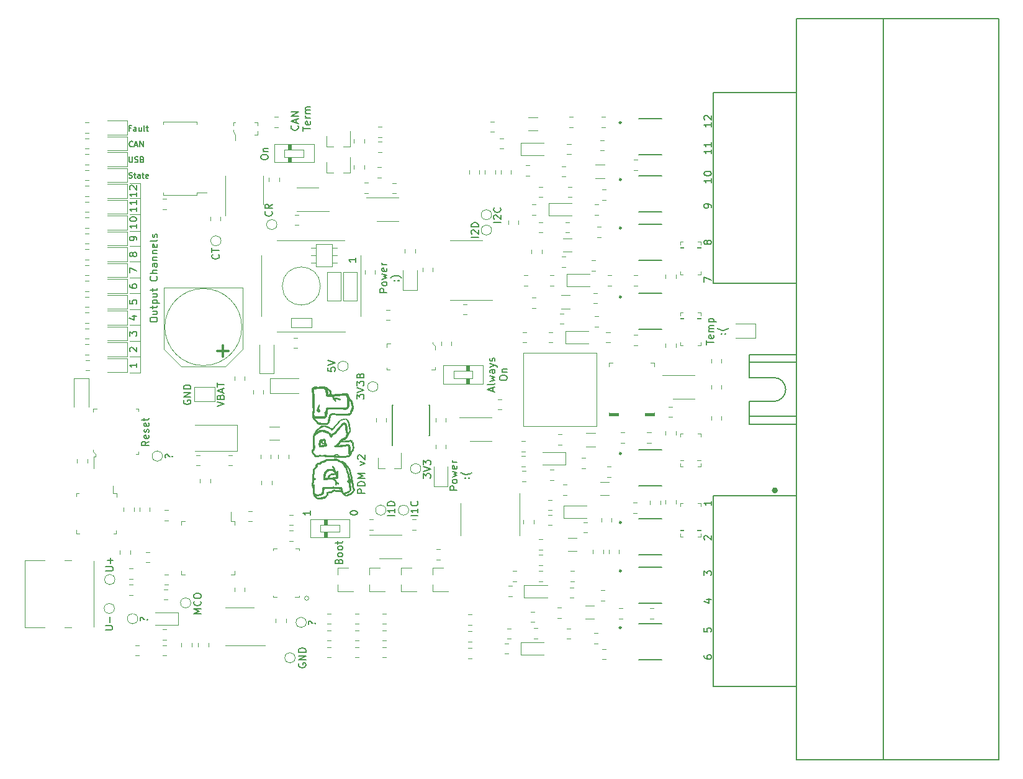
<source format=gto>
G04 #@! TF.GenerationSoftware,KiCad,Pcbnew,(5.1.6)-1*
G04 #@! TF.CreationDate,2020-10-18T20:37:43-05:00*
G04 #@! TF.ProjectId,DingoPDM,44696e67-6f50-4444-9d2e-6b696361645f,v2*
G04 #@! TF.SameCoordinates,Original*
G04 #@! TF.FileFunction,Legend,Top*
G04 #@! TF.FilePolarity,Positive*
%FSLAX46Y46*%
G04 Gerber Fmt 4.6, Leading zero omitted, Abs format (unit mm)*
G04 Created by KiCad (PCBNEW (5.1.6)-1) date 2020-10-18 20:37:43*
%MOMM*%
%LPD*%
G01*
G04 APERTURE LIST*
%ADD10C,0.149860*%
%ADD11C,0.150000*%
%ADD12C,0.120000*%
%ADD13C,0.127000*%
%ADD14C,0.010000*%
%ADD15C,0.400000*%
%ADD16C,0.100000*%
%ADD17C,0.200000*%
%ADD18C,0.250000*%
%ADD19C,0.300000*%
G04 APERTURE END LIST*
D10*
X121702285Y-112505671D02*
X121749457Y-112458500D01*
X121796628Y-112505671D01*
X121749457Y-112552842D01*
X121702285Y-112505671D01*
X121796628Y-112505671D01*
X120853200Y-112694357D02*
X120806028Y-112600014D01*
X120806028Y-112364157D01*
X120853200Y-112269814D01*
X120947542Y-112222642D01*
X121041885Y-112222642D01*
X121136228Y-112269814D01*
X121183400Y-112316985D01*
X121230571Y-112411328D01*
X121277742Y-112458500D01*
X121372085Y-112505671D01*
X121419257Y-112505671D01*
X144625785Y-113013671D02*
X144672957Y-112966500D01*
X144720128Y-113013671D01*
X144672957Y-113060842D01*
X144625785Y-113013671D01*
X144720128Y-113013671D01*
X143776700Y-113202357D02*
X143729528Y-113108014D01*
X143729528Y-112872157D01*
X143776700Y-112777814D01*
X143871042Y-112730642D01*
X143965385Y-112730642D01*
X144059728Y-112777814D01*
X144106900Y-112824985D01*
X144154071Y-112919328D01*
X144201242Y-112966500D01*
X144295585Y-113013671D01*
X144342757Y-113013671D01*
X125131285Y-90280671D02*
X125178457Y-90233500D01*
X125225628Y-90280671D01*
X125178457Y-90327842D01*
X125131285Y-90280671D01*
X125225628Y-90280671D01*
X124282200Y-90469357D02*
X124235028Y-90375014D01*
X124235028Y-90139157D01*
X124282200Y-90044814D01*
X124376542Y-89997642D01*
X124470885Y-89997642D01*
X124565228Y-90044814D01*
X124612400Y-90091985D01*
X124659571Y-90186328D01*
X124706742Y-90233500D01*
X124801085Y-90280671D01*
X124848257Y-90280671D01*
X198029648Y-75031600D02*
X198029648Y-74465542D01*
X199020248Y-74748571D02*
X198029648Y-74748571D01*
X198973077Y-73757971D02*
X199020248Y-73852314D01*
X199020248Y-74041000D01*
X198973077Y-74135342D01*
X198878734Y-74182514D01*
X198501362Y-74182514D01*
X198407020Y-74135342D01*
X198359848Y-74041000D01*
X198359848Y-73852314D01*
X198407020Y-73757971D01*
X198501362Y-73710800D01*
X198595705Y-73710800D01*
X198690048Y-74182514D01*
X199020248Y-73286257D02*
X198359848Y-73286257D01*
X198454191Y-73286257D02*
X198407020Y-73239085D01*
X198359848Y-73144742D01*
X198359848Y-73003228D01*
X198407020Y-72908885D01*
X198501362Y-72861714D01*
X199020248Y-72861714D01*
X198501362Y-72861714D02*
X198407020Y-72814542D01*
X198359848Y-72720200D01*
X198359848Y-72578685D01*
X198407020Y-72484342D01*
X198501362Y-72437171D01*
X199020248Y-72437171D01*
X198359848Y-71965457D02*
X199350448Y-71965457D01*
X198407020Y-71965457D02*
X198359848Y-71871114D01*
X198359848Y-71682428D01*
X198407020Y-71588085D01*
X198454191Y-71540914D01*
X198548534Y-71493742D01*
X198831562Y-71493742D01*
X198925905Y-71540914D01*
X198973077Y-71588085D01*
X199020248Y-71682428D01*
X199020248Y-71871114D01*
X198973077Y-71965457D01*
X200561665Y-73545700D02*
X200608837Y-73498528D01*
X200656008Y-73545700D01*
X200608837Y-73592871D01*
X200561665Y-73545700D01*
X200656008Y-73545700D01*
X200042780Y-73545700D02*
X200089951Y-73498528D01*
X200137122Y-73545700D01*
X200089951Y-73592871D01*
X200042780Y-73545700D01*
X200137122Y-73545700D01*
X201033380Y-72790957D02*
X200986208Y-72838128D01*
X200844694Y-72932471D01*
X200750351Y-72979642D01*
X200608837Y-73026814D01*
X200372980Y-73073985D01*
X200184294Y-73073985D01*
X199948437Y-73026814D01*
X199806922Y-72979642D01*
X199712580Y-72932471D01*
X199571065Y-72838128D01*
X199523894Y-72790957D01*
D11*
X198699380Y-44767476D02*
X198699380Y-45338904D01*
X198699380Y-45053190D02*
X197699380Y-45053190D01*
X197842238Y-45148428D01*
X197937476Y-45243666D01*
X197985095Y-45338904D01*
X197794619Y-44386523D02*
X197747000Y-44338904D01*
X197699380Y-44243666D01*
X197699380Y-44005571D01*
X197747000Y-43910333D01*
X197794619Y-43862714D01*
X197889857Y-43815095D01*
X197985095Y-43815095D01*
X198127952Y-43862714D01*
X198699380Y-44434142D01*
X198699380Y-43815095D01*
X198032714Y-109791523D02*
X198699380Y-109791523D01*
X197651761Y-110029619D02*
X198366047Y-110267714D01*
X198366047Y-109648666D01*
X197699380Y-113680904D02*
X197699380Y-114157095D01*
X198175571Y-114204714D01*
X198127952Y-114157095D01*
X198080333Y-114061857D01*
X198080333Y-113823761D01*
X198127952Y-113728523D01*
X198175571Y-113680904D01*
X198270809Y-113633285D01*
X198508904Y-113633285D01*
X198604142Y-113680904D01*
X198651761Y-113728523D01*
X198699380Y-113823761D01*
X198699380Y-114061857D01*
X198651761Y-114157095D01*
X198604142Y-114204714D01*
X198699380Y-52387476D02*
X198699380Y-52958904D01*
X198699380Y-52673190D02*
X197699380Y-52673190D01*
X197842238Y-52768428D01*
X197937476Y-52863666D01*
X197985095Y-52958904D01*
X197699380Y-51768428D02*
X197699380Y-51673190D01*
X197747000Y-51577952D01*
X197794619Y-51530333D01*
X197889857Y-51482714D01*
X198080333Y-51435095D01*
X198318428Y-51435095D01*
X198508904Y-51482714D01*
X198604142Y-51530333D01*
X198651761Y-51577952D01*
X198699380Y-51673190D01*
X198699380Y-51768428D01*
X198651761Y-51863666D01*
X198604142Y-51911285D01*
X198508904Y-51958904D01*
X198318428Y-52006523D01*
X198080333Y-52006523D01*
X197889857Y-51958904D01*
X197794619Y-51911285D01*
X197747000Y-51863666D01*
X197699380Y-51768428D01*
X197699380Y-117411523D02*
X197699380Y-117602000D01*
X197747000Y-117697238D01*
X197794619Y-117744857D01*
X197937476Y-117840095D01*
X198127952Y-117887714D01*
X198508904Y-117887714D01*
X198604142Y-117840095D01*
X198651761Y-117792476D01*
X198699380Y-117697238D01*
X198699380Y-117506761D01*
X198651761Y-117411523D01*
X198604142Y-117363904D01*
X198508904Y-117316285D01*
X198270809Y-117316285D01*
X198175571Y-117363904D01*
X198127952Y-117411523D01*
X198080333Y-117506761D01*
X198080333Y-117697238D01*
X198127952Y-117792476D01*
X198175571Y-117840095D01*
X198270809Y-117887714D01*
X198699380Y-56324476D02*
X198699380Y-56134000D01*
X198651761Y-56038761D01*
X198604142Y-55991142D01*
X198461285Y-55895904D01*
X198270809Y-55848285D01*
X197889857Y-55848285D01*
X197794619Y-55895904D01*
X197747000Y-55943523D01*
X197699380Y-56038761D01*
X197699380Y-56229238D01*
X197747000Y-56324476D01*
X197794619Y-56372095D01*
X197889857Y-56419714D01*
X198127952Y-56419714D01*
X198223190Y-56372095D01*
X198270809Y-56324476D01*
X198318428Y-56229238D01*
X198318428Y-56038761D01*
X198270809Y-55943523D01*
X198223190Y-55895904D01*
X198127952Y-55848285D01*
X198699380Y-96361285D02*
X198699380Y-96932714D01*
X198699380Y-96647000D02*
X197699380Y-96647000D01*
X197842238Y-96742238D01*
X197937476Y-96837476D01*
X197985095Y-96932714D01*
X197699380Y-66500333D02*
X197699380Y-65833666D01*
X198699380Y-66262238D01*
X198127952Y-61182238D02*
X198080333Y-61277476D01*
X198032714Y-61325095D01*
X197937476Y-61372714D01*
X197889857Y-61372714D01*
X197794619Y-61325095D01*
X197747000Y-61277476D01*
X197699380Y-61182238D01*
X197699380Y-60991761D01*
X197747000Y-60896523D01*
X197794619Y-60848904D01*
X197889857Y-60801285D01*
X197937476Y-60801285D01*
X198032714Y-60848904D01*
X198080333Y-60896523D01*
X198127952Y-60991761D01*
X198127952Y-61182238D01*
X198175571Y-61277476D01*
X198223190Y-61325095D01*
X198318428Y-61372714D01*
X198508904Y-61372714D01*
X198604142Y-61325095D01*
X198651761Y-61277476D01*
X198699380Y-61182238D01*
X198699380Y-60991761D01*
X198651761Y-60896523D01*
X198604142Y-60848904D01*
X198508904Y-60801285D01*
X198318428Y-60801285D01*
X198223190Y-60848904D01*
X198175571Y-60896523D01*
X198127952Y-60991761D01*
X197794619Y-101631714D02*
X197747000Y-101584095D01*
X197699380Y-101488857D01*
X197699380Y-101250761D01*
X197747000Y-101155523D01*
X197794619Y-101107904D01*
X197889857Y-101060285D01*
X197985095Y-101060285D01*
X198127952Y-101107904D01*
X198699380Y-101679333D01*
X198699380Y-101060285D01*
X198699380Y-48450476D02*
X198699380Y-49021904D01*
X198699380Y-48736190D02*
X197699380Y-48736190D01*
X197842238Y-48831428D01*
X197937476Y-48926666D01*
X197985095Y-49021904D01*
X198699380Y-47498095D02*
X198699380Y-48069523D01*
X198699380Y-47783809D02*
X197699380Y-47783809D01*
X197842238Y-47879047D01*
X197937476Y-47974285D01*
X197985095Y-48069523D01*
X197699380Y-106505333D02*
X197699380Y-105886285D01*
X198080333Y-106219619D01*
X198080333Y-106076761D01*
X198127952Y-105981523D01*
X198175571Y-105933904D01*
X198270809Y-105886285D01*
X198508904Y-105886285D01*
X198604142Y-105933904D01*
X198651761Y-105981523D01*
X198699380Y-106076761D01*
X198699380Y-106362476D01*
X198651761Y-106457714D01*
X198604142Y-106505333D01*
D12*
X119380000Y-55118000D02*
X120777000Y-55118000D01*
X119380000Y-57277000D02*
X120777000Y-57277000D01*
X119380000Y-59563000D02*
X120777000Y-59563000D01*
X119380000Y-61595000D02*
X120777000Y-61595000D01*
X119380000Y-63754000D02*
X120777000Y-63754000D01*
X119380000Y-65913000D02*
X120777000Y-65913000D01*
X119380000Y-68072000D02*
X120777000Y-68072000D01*
X119380000Y-70231000D02*
X120777000Y-70231000D01*
X119380000Y-72390000D02*
X120777000Y-72390000D01*
X119380000Y-74549000D02*
X120777000Y-74549000D01*
X119380000Y-76708000D02*
X120777000Y-76708000D01*
X120777000Y-53086000D02*
X119380000Y-53086000D01*
X120777000Y-78867000D02*
X119380000Y-78867000D01*
X120777000Y-53086000D02*
X120777000Y-78867000D01*
D13*
X119525142Y-45538571D02*
X119271142Y-45538571D01*
X119271142Y-45937714D02*
X119271142Y-45175714D01*
X119634000Y-45175714D01*
X120250857Y-45937714D02*
X120250857Y-45538571D01*
X120214571Y-45466000D01*
X120142000Y-45429714D01*
X119996857Y-45429714D01*
X119924285Y-45466000D01*
X120250857Y-45901428D02*
X120178285Y-45937714D01*
X119996857Y-45937714D01*
X119924285Y-45901428D01*
X119888000Y-45828857D01*
X119888000Y-45756285D01*
X119924285Y-45683714D01*
X119996857Y-45647428D01*
X120178285Y-45647428D01*
X120250857Y-45611142D01*
X120940285Y-45429714D02*
X120940285Y-45937714D01*
X120613714Y-45429714D02*
X120613714Y-45828857D01*
X120650000Y-45901428D01*
X120722571Y-45937714D01*
X120831428Y-45937714D01*
X120904000Y-45901428D01*
X120940285Y-45865142D01*
X121412000Y-45937714D02*
X121339428Y-45901428D01*
X121303142Y-45828857D01*
X121303142Y-45175714D01*
X121593428Y-45429714D02*
X121883714Y-45429714D01*
X121702285Y-45175714D02*
X121702285Y-45828857D01*
X121738571Y-45901428D01*
X121811142Y-45937714D01*
X121883714Y-45937714D01*
X119779142Y-48024142D02*
X119742857Y-48060428D01*
X119634000Y-48096714D01*
X119561428Y-48096714D01*
X119452571Y-48060428D01*
X119380000Y-47987857D01*
X119343714Y-47915285D01*
X119307428Y-47770142D01*
X119307428Y-47661285D01*
X119343714Y-47516142D01*
X119380000Y-47443571D01*
X119452571Y-47371000D01*
X119561428Y-47334714D01*
X119634000Y-47334714D01*
X119742857Y-47371000D01*
X119779142Y-47407285D01*
X120069428Y-47879000D02*
X120432285Y-47879000D01*
X119996857Y-48096714D02*
X120250857Y-47334714D01*
X120504857Y-48096714D01*
X120758857Y-48096714D02*
X120758857Y-47334714D01*
X121194285Y-48096714D01*
X121194285Y-47334714D01*
X119307428Y-49430214D02*
X119307428Y-50047071D01*
X119343714Y-50119642D01*
X119380000Y-50155928D01*
X119452571Y-50192214D01*
X119597714Y-50192214D01*
X119670285Y-50155928D01*
X119706571Y-50119642D01*
X119742857Y-50047071D01*
X119742857Y-49430214D01*
X120069428Y-50155928D02*
X120178285Y-50192214D01*
X120359714Y-50192214D01*
X120432285Y-50155928D01*
X120468571Y-50119642D01*
X120504857Y-50047071D01*
X120504857Y-49974500D01*
X120468571Y-49901928D01*
X120432285Y-49865642D01*
X120359714Y-49829357D01*
X120214571Y-49793071D01*
X120142000Y-49756785D01*
X120105714Y-49720500D01*
X120069428Y-49647928D01*
X120069428Y-49575357D01*
X120105714Y-49502785D01*
X120142000Y-49466500D01*
X120214571Y-49430214D01*
X120396000Y-49430214D01*
X120504857Y-49466500D01*
X121085428Y-49793071D02*
X121194285Y-49829357D01*
X121230571Y-49865642D01*
X121266857Y-49938214D01*
X121266857Y-50047071D01*
X121230571Y-50119642D01*
X121194285Y-50155928D01*
X121121714Y-50192214D01*
X120831428Y-50192214D01*
X120831428Y-49430214D01*
X121085428Y-49430214D01*
X121158000Y-49466500D01*
X121194285Y-49502785D01*
X121230571Y-49575357D01*
X121230571Y-49647928D01*
X121194285Y-49720500D01*
X121158000Y-49756785D01*
X121085428Y-49793071D01*
X120831428Y-49793071D01*
D10*
X122139528Y-71731414D02*
X122139528Y-71542728D01*
X122186700Y-71448385D01*
X122281042Y-71354042D01*
X122469728Y-71306871D01*
X122799928Y-71306871D01*
X122988614Y-71354042D01*
X123082957Y-71448385D01*
X123130128Y-71542728D01*
X123130128Y-71731414D01*
X123082957Y-71825757D01*
X122988614Y-71920100D01*
X122799928Y-71967271D01*
X122469728Y-71967271D01*
X122281042Y-71920100D01*
X122186700Y-71825757D01*
X122139528Y-71731414D01*
X122469728Y-70457785D02*
X123130128Y-70457785D01*
X122469728Y-70882328D02*
X122988614Y-70882328D01*
X123082957Y-70835157D01*
X123130128Y-70740814D01*
X123130128Y-70599300D01*
X123082957Y-70504957D01*
X123035785Y-70457785D01*
X122469728Y-70127585D02*
X122469728Y-69750214D01*
X122139528Y-69986071D02*
X122988614Y-69986071D01*
X123082957Y-69938900D01*
X123130128Y-69844557D01*
X123130128Y-69750214D01*
X122469728Y-69420014D02*
X123460328Y-69420014D01*
X122516900Y-69420014D02*
X122469728Y-69325671D01*
X122469728Y-69136985D01*
X122516900Y-69042642D01*
X122564071Y-68995471D01*
X122658414Y-68948300D01*
X122941442Y-68948300D01*
X123035785Y-68995471D01*
X123082957Y-69042642D01*
X123130128Y-69136985D01*
X123130128Y-69325671D01*
X123082957Y-69420014D01*
X122469728Y-68099214D02*
X123130128Y-68099214D01*
X122469728Y-68523757D02*
X122988614Y-68523757D01*
X123082957Y-68476585D01*
X123130128Y-68382242D01*
X123130128Y-68240728D01*
X123082957Y-68146385D01*
X123035785Y-68099214D01*
X122469728Y-67769014D02*
X122469728Y-67391642D01*
X122139528Y-67627500D02*
X122988614Y-67627500D01*
X123082957Y-67580328D01*
X123130128Y-67485985D01*
X123130128Y-67391642D01*
X123035785Y-65740642D02*
X123082957Y-65787814D01*
X123130128Y-65929328D01*
X123130128Y-66023671D01*
X123082957Y-66165185D01*
X122988614Y-66259528D01*
X122894271Y-66306700D01*
X122705585Y-66353871D01*
X122564071Y-66353871D01*
X122375385Y-66306700D01*
X122281042Y-66259528D01*
X122186700Y-66165185D01*
X122139528Y-66023671D01*
X122139528Y-65929328D01*
X122186700Y-65787814D01*
X122233871Y-65740642D01*
X123130128Y-65316100D02*
X122139528Y-65316100D01*
X123130128Y-64891557D02*
X122611242Y-64891557D01*
X122516900Y-64938728D01*
X122469728Y-65033071D01*
X122469728Y-65174585D01*
X122516900Y-65268928D01*
X122564071Y-65316100D01*
X123130128Y-63995300D02*
X122611242Y-63995300D01*
X122516900Y-64042471D01*
X122469728Y-64136814D01*
X122469728Y-64325500D01*
X122516900Y-64419842D01*
X123082957Y-63995300D02*
X123130128Y-64089642D01*
X123130128Y-64325500D01*
X123082957Y-64419842D01*
X122988614Y-64467014D01*
X122894271Y-64467014D01*
X122799928Y-64419842D01*
X122752757Y-64325500D01*
X122752757Y-64089642D01*
X122705585Y-63995300D01*
X122469728Y-63523585D02*
X123130128Y-63523585D01*
X122564071Y-63523585D02*
X122516900Y-63476414D01*
X122469728Y-63382071D01*
X122469728Y-63240557D01*
X122516900Y-63146214D01*
X122611242Y-63099042D01*
X123130128Y-63099042D01*
X122469728Y-62627328D02*
X123130128Y-62627328D01*
X122564071Y-62627328D02*
X122516900Y-62580157D01*
X122469728Y-62485814D01*
X122469728Y-62344300D01*
X122516900Y-62249957D01*
X122611242Y-62202785D01*
X123130128Y-62202785D01*
X123082957Y-61353700D02*
X123130128Y-61448042D01*
X123130128Y-61636728D01*
X123082957Y-61731071D01*
X122988614Y-61778242D01*
X122611242Y-61778242D01*
X122516900Y-61731071D01*
X122469728Y-61636728D01*
X122469728Y-61448042D01*
X122516900Y-61353700D01*
X122611242Y-61306528D01*
X122705585Y-61306528D01*
X122799928Y-61778242D01*
X123130128Y-60740471D02*
X123082957Y-60834814D01*
X122988614Y-60881985D01*
X122139528Y-60881985D01*
X123082957Y-60410271D02*
X123130128Y-60315928D01*
X123130128Y-60127242D01*
X123082957Y-60032900D01*
X122988614Y-59985728D01*
X122941442Y-59985728D01*
X122847100Y-60032900D01*
X122799928Y-60127242D01*
X122799928Y-60268757D01*
X122752757Y-60363100D01*
X122658414Y-60410271D01*
X122611242Y-60410271D01*
X122516900Y-60363100D01*
X122469728Y-60268757D01*
X122469728Y-60127242D01*
X122516900Y-60032900D01*
X154443248Y-67934114D02*
X153452648Y-67934114D01*
X153452648Y-67556742D01*
X153499820Y-67462400D01*
X153546991Y-67415228D01*
X153641334Y-67368057D01*
X153782848Y-67368057D01*
X153877191Y-67415228D01*
X153924362Y-67462400D01*
X153971534Y-67556742D01*
X153971534Y-67934114D01*
X154443248Y-66802000D02*
X154396077Y-66896342D01*
X154348905Y-66943514D01*
X154254562Y-66990685D01*
X153971534Y-66990685D01*
X153877191Y-66943514D01*
X153830020Y-66896342D01*
X153782848Y-66802000D01*
X153782848Y-66660485D01*
X153830020Y-66566142D01*
X153877191Y-66518971D01*
X153971534Y-66471800D01*
X154254562Y-66471800D01*
X154348905Y-66518971D01*
X154396077Y-66566142D01*
X154443248Y-66660485D01*
X154443248Y-66802000D01*
X153782848Y-66141600D02*
X154443248Y-65952914D01*
X153971534Y-65764228D01*
X154443248Y-65575542D01*
X153782848Y-65386857D01*
X154396077Y-64632114D02*
X154443248Y-64726457D01*
X154443248Y-64915142D01*
X154396077Y-65009485D01*
X154301734Y-65056657D01*
X153924362Y-65056657D01*
X153830020Y-65009485D01*
X153782848Y-64915142D01*
X153782848Y-64726457D01*
X153830020Y-64632114D01*
X153924362Y-64584942D01*
X154018705Y-64584942D01*
X154113048Y-65056657D01*
X154443248Y-64160400D02*
X153782848Y-64160400D01*
X153971534Y-64160400D02*
X153877191Y-64113228D01*
X153830020Y-64066057D01*
X153782848Y-63971714D01*
X153782848Y-63877371D01*
X155984665Y-66306700D02*
X156031837Y-66259528D01*
X156079008Y-66306700D01*
X156031837Y-66353871D01*
X155984665Y-66306700D01*
X156079008Y-66306700D01*
X155465780Y-66306700D02*
X155512951Y-66259528D01*
X155560122Y-66306700D01*
X155512951Y-66353871D01*
X155465780Y-66306700D01*
X155560122Y-66306700D01*
X156456380Y-65929328D02*
X156409208Y-65882157D01*
X156267694Y-65787814D01*
X156173351Y-65740642D01*
X156031837Y-65693471D01*
X155795980Y-65646300D01*
X155607294Y-65646300D01*
X155371437Y-65693471D01*
X155229922Y-65740642D01*
X155135580Y-65787814D01*
X154994065Y-65882157D01*
X154946894Y-65929328D01*
X164031748Y-94858114D02*
X163041148Y-94858114D01*
X163041148Y-94480742D01*
X163088320Y-94386400D01*
X163135491Y-94339228D01*
X163229834Y-94292057D01*
X163371348Y-94292057D01*
X163465691Y-94339228D01*
X163512862Y-94386400D01*
X163560034Y-94480742D01*
X163560034Y-94858114D01*
X164031748Y-93726000D02*
X163984577Y-93820342D01*
X163937405Y-93867514D01*
X163843062Y-93914685D01*
X163560034Y-93914685D01*
X163465691Y-93867514D01*
X163418520Y-93820342D01*
X163371348Y-93726000D01*
X163371348Y-93584485D01*
X163418520Y-93490142D01*
X163465691Y-93442971D01*
X163560034Y-93395800D01*
X163843062Y-93395800D01*
X163937405Y-93442971D01*
X163984577Y-93490142D01*
X164031748Y-93584485D01*
X164031748Y-93726000D01*
X163371348Y-93065600D02*
X164031748Y-92876914D01*
X163560034Y-92688228D01*
X164031748Y-92499542D01*
X163371348Y-92310857D01*
X163984577Y-91556114D02*
X164031748Y-91650457D01*
X164031748Y-91839142D01*
X163984577Y-91933485D01*
X163890234Y-91980657D01*
X163512862Y-91980657D01*
X163418520Y-91933485D01*
X163371348Y-91839142D01*
X163371348Y-91650457D01*
X163418520Y-91556114D01*
X163512862Y-91508942D01*
X163607205Y-91508942D01*
X163701548Y-91980657D01*
X164031748Y-91084400D02*
X163371348Y-91084400D01*
X163560034Y-91084400D02*
X163465691Y-91037228D01*
X163418520Y-90990057D01*
X163371348Y-90895714D01*
X163371348Y-90801371D01*
X165573165Y-93230700D02*
X165620337Y-93183528D01*
X165667508Y-93230700D01*
X165620337Y-93277871D01*
X165573165Y-93230700D01*
X165667508Y-93230700D01*
X165054280Y-93230700D02*
X165101451Y-93183528D01*
X165148622Y-93230700D01*
X165101451Y-93277871D01*
X165054280Y-93230700D01*
X165148622Y-93230700D01*
X166044880Y-92475957D02*
X165997708Y-92523128D01*
X165856194Y-92617471D01*
X165761851Y-92664642D01*
X165620337Y-92711814D01*
X165384480Y-92758985D01*
X165195794Y-92758985D01*
X164959937Y-92711814D01*
X164818422Y-92664642D01*
X164724080Y-92617471D01*
X164582565Y-92523128D01*
X164535394Y-92475957D01*
X126758700Y-82606242D02*
X126711528Y-82700585D01*
X126711528Y-82842100D01*
X126758700Y-82983614D01*
X126853042Y-83077957D01*
X126947385Y-83125128D01*
X127136071Y-83172300D01*
X127277585Y-83172300D01*
X127466271Y-83125128D01*
X127560614Y-83077957D01*
X127654957Y-82983614D01*
X127702128Y-82842100D01*
X127702128Y-82747757D01*
X127654957Y-82606242D01*
X127607785Y-82559071D01*
X127277585Y-82559071D01*
X127277585Y-82747757D01*
X127702128Y-82134528D02*
X126711528Y-82134528D01*
X127702128Y-81568471D01*
X126711528Y-81568471D01*
X127702128Y-81096757D02*
X126711528Y-81096757D01*
X126711528Y-80860900D01*
X126758700Y-80719385D01*
X126853042Y-80625042D01*
X126947385Y-80577871D01*
X127136071Y-80530700D01*
X127277585Y-80530700D01*
X127466271Y-80577871D01*
X127560614Y-80625042D01*
X127654957Y-80719385D01*
X127702128Y-80860900D01*
X127702128Y-81096757D01*
X131283528Y-83478914D02*
X132274128Y-83148714D01*
X131283528Y-82818514D01*
X131755242Y-82158114D02*
X131802414Y-82016600D01*
X131849585Y-81969428D01*
X131943928Y-81922257D01*
X132085442Y-81922257D01*
X132179785Y-81969428D01*
X132226957Y-82016600D01*
X132274128Y-82110942D01*
X132274128Y-82488314D01*
X131283528Y-82488314D01*
X131283528Y-82158114D01*
X131330700Y-82063771D01*
X131377871Y-82016600D01*
X131472214Y-81969428D01*
X131566557Y-81969428D01*
X131660900Y-82016600D01*
X131708071Y-82063771D01*
X131755242Y-82158114D01*
X131755242Y-82488314D01*
X131991100Y-81544885D02*
X131991100Y-81073171D01*
X132274128Y-81639228D02*
X131283528Y-81309028D01*
X132274128Y-80978828D01*
X131283528Y-80790142D02*
X131283528Y-80224085D01*
X132274128Y-80507114D02*
X131283528Y-80507114D01*
X129099128Y-111707385D02*
X128108528Y-111707385D01*
X128816100Y-111377185D01*
X128108528Y-111046985D01*
X129099128Y-111046985D01*
X129004785Y-110009214D02*
X129051957Y-110056385D01*
X129099128Y-110197900D01*
X129099128Y-110292242D01*
X129051957Y-110433757D01*
X128957614Y-110528100D01*
X128863271Y-110575271D01*
X128674585Y-110622442D01*
X128533071Y-110622442D01*
X128344385Y-110575271D01*
X128250042Y-110528100D01*
X128155700Y-110433757D01*
X128108528Y-110292242D01*
X128108528Y-110197900D01*
X128155700Y-110056385D01*
X128202871Y-110009214D01*
X128108528Y-109395985D02*
X128108528Y-109207300D01*
X128155700Y-109112957D01*
X128250042Y-109018614D01*
X128438728Y-108971442D01*
X128768928Y-108971442D01*
X128957614Y-109018614D01*
X129051957Y-109112957D01*
X129099128Y-109207300D01*
X129099128Y-109395985D01*
X129051957Y-109490328D01*
X128957614Y-109584671D01*
X128768928Y-109631842D01*
X128438728Y-109631842D01*
X128250042Y-109584671D01*
X128155700Y-109490328D01*
X128108528Y-109395985D01*
X166945128Y-60403014D02*
X165954528Y-60403014D01*
X166048871Y-59978471D02*
X166001700Y-59931300D01*
X165954528Y-59836957D01*
X165954528Y-59601100D01*
X166001700Y-59506757D01*
X166048871Y-59459585D01*
X166143214Y-59412414D01*
X166237557Y-59412414D01*
X166379071Y-59459585D01*
X166945128Y-60025642D01*
X166945128Y-59412414D01*
X166945128Y-58987871D02*
X165954528Y-58987871D01*
X165954528Y-58752014D01*
X166001700Y-58610500D01*
X166096042Y-58516157D01*
X166190385Y-58468985D01*
X166379071Y-58421814D01*
X166520585Y-58421814D01*
X166709271Y-58468985D01*
X166803614Y-58516157D01*
X166897957Y-58610500D01*
X166945128Y-58752014D01*
X166945128Y-58987871D01*
X169993128Y-58371014D02*
X169002528Y-58371014D01*
X169096871Y-57946471D02*
X169049700Y-57899300D01*
X169002528Y-57804957D01*
X169002528Y-57569100D01*
X169049700Y-57474757D01*
X169096871Y-57427585D01*
X169191214Y-57380414D01*
X169285557Y-57380414D01*
X169427071Y-57427585D01*
X169993128Y-57993642D01*
X169993128Y-57380414D01*
X169898785Y-56389814D02*
X169945957Y-56436985D01*
X169993128Y-56578500D01*
X169993128Y-56672842D01*
X169945957Y-56814357D01*
X169851614Y-56908700D01*
X169757271Y-56955871D01*
X169568585Y-57003042D01*
X169427071Y-57003042D01*
X169238385Y-56955871D01*
X169144042Y-56908700D01*
X169049700Y-56814357D01*
X169002528Y-56672842D01*
X169002528Y-56578500D01*
X169049700Y-56436985D01*
X169096871Y-56389814D01*
X158690128Y-98376014D02*
X157699528Y-98376014D01*
X158690128Y-97385414D02*
X158690128Y-97951471D01*
X158690128Y-97668442D02*
X157699528Y-97668442D01*
X157841042Y-97762785D01*
X157935385Y-97857128D01*
X157982557Y-97951471D01*
X158595785Y-96394814D02*
X158642957Y-96441985D01*
X158690128Y-96583500D01*
X158690128Y-96677842D01*
X158642957Y-96819357D01*
X158548614Y-96913700D01*
X158454271Y-96960871D01*
X158265585Y-97008042D01*
X158124071Y-97008042D01*
X157935385Y-96960871D01*
X157841042Y-96913700D01*
X157746700Y-96819357D01*
X157699528Y-96677842D01*
X157699528Y-96583500D01*
X157746700Y-96441985D01*
X157793871Y-96394814D01*
X155515128Y-98376014D02*
X154524528Y-98376014D01*
X155515128Y-97385414D02*
X155515128Y-97951471D01*
X155515128Y-97668442D02*
X154524528Y-97668442D01*
X154666042Y-97762785D01*
X154760385Y-97857128D01*
X154807557Y-97951471D01*
X155515128Y-96960871D02*
X154524528Y-96960871D01*
X154524528Y-96725014D01*
X154571700Y-96583500D01*
X154666042Y-96489157D01*
X154760385Y-96441985D01*
X154949071Y-96394814D01*
X155090585Y-96394814D01*
X155279271Y-96441985D01*
X155373614Y-96489157D01*
X155467957Y-96583500D01*
X155515128Y-96725014D01*
X155515128Y-96960871D01*
X116107028Y-105861757D02*
X116908942Y-105861757D01*
X117003285Y-105814585D01*
X117050457Y-105767414D01*
X117097628Y-105673071D01*
X117097628Y-105484385D01*
X117050457Y-105390042D01*
X117003285Y-105342871D01*
X116908942Y-105295700D01*
X116107028Y-105295700D01*
X116720257Y-104823985D02*
X116720257Y-104069242D01*
X117097628Y-104446614D02*
X116342885Y-104446614D01*
X116043528Y-113926257D02*
X116845442Y-113926257D01*
X116939785Y-113879085D01*
X116986957Y-113831914D01*
X117034128Y-113737571D01*
X117034128Y-113548885D01*
X116986957Y-113454542D01*
X116939785Y-113407371D01*
X116845442Y-113360200D01*
X116043528Y-113360200D01*
X116656757Y-112888485D02*
X116656757Y-112133742D01*
X138720285Y-56894185D02*
X138767457Y-56941357D01*
X138814628Y-57082871D01*
X138814628Y-57177214D01*
X138767457Y-57318728D01*
X138673114Y-57413071D01*
X138578771Y-57460242D01*
X138390085Y-57507414D01*
X138248571Y-57507414D01*
X138059885Y-57460242D01*
X137965542Y-57413071D01*
X137871200Y-57318728D01*
X137824028Y-57177214D01*
X137824028Y-57082871D01*
X137871200Y-56941357D01*
X137918371Y-56894185D01*
X138814628Y-55903585D02*
X138342914Y-56233785D01*
X138814628Y-56469642D02*
X137824028Y-56469642D01*
X137824028Y-56092271D01*
X137871200Y-55997928D01*
X137918371Y-55950757D01*
X138012714Y-55903585D01*
X138154228Y-55903585D01*
X138248571Y-55950757D01*
X138295742Y-55997928D01*
X138342914Y-56092271D01*
X138342914Y-56469642D01*
X131481285Y-62745257D02*
X131528457Y-62792428D01*
X131575628Y-62933942D01*
X131575628Y-63028285D01*
X131528457Y-63169800D01*
X131434114Y-63264142D01*
X131339771Y-63311314D01*
X131151085Y-63358485D01*
X131009571Y-63358485D01*
X130820885Y-63311314D01*
X130726542Y-63264142D01*
X130632200Y-63169800D01*
X130585028Y-63028285D01*
X130585028Y-62933942D01*
X130632200Y-62792428D01*
X130679371Y-62745257D01*
X130585028Y-62462228D02*
X130585028Y-61896171D01*
X131575628Y-62179200D02*
X130585028Y-62179200D01*
D12*
X143793981Y-109601000D02*
G75*
G03*
X143793981Y-109601000I-283981J0D01*
G01*
D11*
X144025880Y-97694785D02*
X144025880Y-98266214D01*
X144025880Y-97980500D02*
X143025880Y-97980500D01*
X143168738Y-98075738D01*
X143263976Y-98170976D01*
X143311595Y-98266214D01*
X149439380Y-98028119D02*
X149439380Y-97932880D01*
X149487000Y-97837642D01*
X149534619Y-97790023D01*
X149629857Y-97742404D01*
X149820333Y-97694785D01*
X150058428Y-97694785D01*
X150248904Y-97742404D01*
X150344142Y-97790023D01*
X150391761Y-97837642D01*
X150439380Y-97932880D01*
X150439380Y-98028119D01*
X150391761Y-98123357D01*
X150344142Y-98170976D01*
X150248904Y-98218595D01*
X150058428Y-98266214D01*
X149820333Y-98266214D01*
X149629857Y-98218595D01*
X149534619Y-98170976D01*
X149487000Y-98123357D01*
X149439380Y-98028119D01*
X147883571Y-104560547D02*
X147931190Y-104417690D01*
X147978809Y-104370071D01*
X148074047Y-104322452D01*
X148216904Y-104322452D01*
X148312142Y-104370071D01*
X148359761Y-104417690D01*
X148407380Y-104512928D01*
X148407380Y-104893880D01*
X147407380Y-104893880D01*
X147407380Y-104560547D01*
X147455000Y-104465309D01*
X147502619Y-104417690D01*
X147597857Y-104370071D01*
X147693095Y-104370071D01*
X147788333Y-104417690D01*
X147835952Y-104465309D01*
X147883571Y-104560547D01*
X147883571Y-104893880D01*
X148407380Y-103751023D02*
X148359761Y-103846261D01*
X148312142Y-103893880D01*
X148216904Y-103941500D01*
X147931190Y-103941500D01*
X147835952Y-103893880D01*
X147788333Y-103846261D01*
X147740714Y-103751023D01*
X147740714Y-103608166D01*
X147788333Y-103512928D01*
X147835952Y-103465309D01*
X147931190Y-103417690D01*
X148216904Y-103417690D01*
X148312142Y-103465309D01*
X148359761Y-103512928D01*
X148407380Y-103608166D01*
X148407380Y-103751023D01*
X148407380Y-102846261D02*
X148359761Y-102941500D01*
X148312142Y-102989119D01*
X148216904Y-103036738D01*
X147931190Y-103036738D01*
X147835952Y-102989119D01*
X147788333Y-102941500D01*
X147740714Y-102846261D01*
X147740714Y-102703404D01*
X147788333Y-102608166D01*
X147835952Y-102560547D01*
X147931190Y-102512928D01*
X148216904Y-102512928D01*
X148312142Y-102560547D01*
X148359761Y-102608166D01*
X148407380Y-102703404D01*
X148407380Y-102846261D01*
X147740714Y-102227214D02*
X147740714Y-101846261D01*
X147407380Y-102084357D02*
X148264523Y-102084357D01*
X148359761Y-102036738D01*
X148407380Y-101941500D01*
X148407380Y-101846261D01*
X151455380Y-95281428D02*
X150455380Y-95281428D01*
X150455380Y-94900476D01*
X150503000Y-94805238D01*
X150550619Y-94757619D01*
X150645857Y-94710000D01*
X150788714Y-94710000D01*
X150883952Y-94757619D01*
X150931571Y-94805238D01*
X150979190Y-94900476D01*
X150979190Y-95281428D01*
X151455380Y-94281428D02*
X150455380Y-94281428D01*
X150455380Y-94043333D01*
X150503000Y-93900476D01*
X150598238Y-93805238D01*
X150693476Y-93757619D01*
X150883952Y-93710000D01*
X151026809Y-93710000D01*
X151217285Y-93757619D01*
X151312523Y-93805238D01*
X151407761Y-93900476D01*
X151455380Y-94043333D01*
X151455380Y-94281428D01*
X151455380Y-93281428D02*
X150455380Y-93281428D01*
X151169666Y-92948095D01*
X150455380Y-92614761D01*
X151455380Y-92614761D01*
X150788714Y-91471904D02*
X151455380Y-91233809D01*
X150788714Y-90995714D01*
X150550619Y-90662380D02*
X150503000Y-90614761D01*
X150455380Y-90519523D01*
X150455380Y-90281428D01*
X150503000Y-90186190D01*
X150550619Y-90138571D01*
X150645857Y-90090952D01*
X150741095Y-90090952D01*
X150883952Y-90138571D01*
X151455380Y-90710000D01*
X151455380Y-90090952D01*
X168886666Y-81382904D02*
X168886666Y-80906714D01*
X169172380Y-81478142D02*
X168172380Y-81144809D01*
X169172380Y-80811476D01*
X169172380Y-80335285D02*
X169124761Y-80430523D01*
X169029523Y-80478142D01*
X168172380Y-80478142D01*
X168505714Y-80049571D02*
X169172380Y-79859095D01*
X168696190Y-79668619D01*
X169172380Y-79478142D01*
X168505714Y-79287666D01*
X169172380Y-78478142D02*
X168648571Y-78478142D01*
X168553333Y-78525761D01*
X168505714Y-78621000D01*
X168505714Y-78811476D01*
X168553333Y-78906714D01*
X169124761Y-78478142D02*
X169172380Y-78573380D01*
X169172380Y-78811476D01*
X169124761Y-78906714D01*
X169029523Y-78954333D01*
X168934285Y-78954333D01*
X168839047Y-78906714D01*
X168791428Y-78811476D01*
X168791428Y-78573380D01*
X168743809Y-78478142D01*
X168505714Y-78097190D02*
X169172380Y-77859095D01*
X168505714Y-77621000D02*
X169172380Y-77859095D01*
X169410476Y-77954333D01*
X169458095Y-78001952D01*
X169505714Y-78097190D01*
X169124761Y-77287666D02*
X169172380Y-77192428D01*
X169172380Y-77001952D01*
X169124761Y-76906714D01*
X169029523Y-76859095D01*
X168981904Y-76859095D01*
X168886666Y-76906714D01*
X168839047Y-77001952D01*
X168839047Y-77144809D01*
X168791428Y-77240047D01*
X168696190Y-77287666D01*
X168648571Y-77287666D01*
X168553333Y-77240047D01*
X168505714Y-77144809D01*
X168505714Y-77001952D01*
X168553333Y-76906714D01*
X169822380Y-79668619D02*
X169822380Y-79478142D01*
X169870000Y-79382904D01*
X169965238Y-79287666D01*
X170155714Y-79240047D01*
X170489047Y-79240047D01*
X170679523Y-79287666D01*
X170774761Y-79382904D01*
X170822380Y-79478142D01*
X170822380Y-79668619D01*
X170774761Y-79763857D01*
X170679523Y-79859095D01*
X170489047Y-79906714D01*
X170155714Y-79906714D01*
X169965238Y-79859095D01*
X169870000Y-79763857D01*
X169822380Y-79668619D01*
X170155714Y-78811476D02*
X170822380Y-78811476D01*
X170250952Y-78811476D02*
X170203333Y-78763857D01*
X170155714Y-78668619D01*
X170155714Y-78525761D01*
X170203333Y-78430523D01*
X170298571Y-78382904D01*
X170822380Y-78382904D01*
X121991380Y-88233095D02*
X121515190Y-88566428D01*
X121991380Y-88804523D02*
X120991380Y-88804523D01*
X120991380Y-88423571D01*
X121039000Y-88328333D01*
X121086619Y-88280714D01*
X121181857Y-88233095D01*
X121324714Y-88233095D01*
X121419952Y-88280714D01*
X121467571Y-88328333D01*
X121515190Y-88423571D01*
X121515190Y-88804523D01*
X121943761Y-87423571D02*
X121991380Y-87518809D01*
X121991380Y-87709285D01*
X121943761Y-87804523D01*
X121848523Y-87852142D01*
X121467571Y-87852142D01*
X121372333Y-87804523D01*
X121324714Y-87709285D01*
X121324714Y-87518809D01*
X121372333Y-87423571D01*
X121467571Y-87375952D01*
X121562809Y-87375952D01*
X121658047Y-87852142D01*
X121943761Y-86995000D02*
X121991380Y-86899761D01*
X121991380Y-86709285D01*
X121943761Y-86614047D01*
X121848523Y-86566428D01*
X121800904Y-86566428D01*
X121705666Y-86614047D01*
X121658047Y-86709285D01*
X121658047Y-86852142D01*
X121610428Y-86947380D01*
X121515190Y-86995000D01*
X121467571Y-86995000D01*
X121372333Y-86947380D01*
X121324714Y-86852142D01*
X121324714Y-86709285D01*
X121372333Y-86614047D01*
X121943761Y-85756904D02*
X121991380Y-85852142D01*
X121991380Y-86042619D01*
X121943761Y-86137857D01*
X121848523Y-86185476D01*
X121467571Y-86185476D01*
X121372333Y-86137857D01*
X121324714Y-86042619D01*
X121324714Y-85852142D01*
X121372333Y-85756904D01*
X121467571Y-85709285D01*
X121562809Y-85709285D01*
X121658047Y-86185476D01*
X121324714Y-85423571D02*
X121324714Y-85042619D01*
X120991380Y-85280714D02*
X121848523Y-85280714D01*
X121943761Y-85233095D01*
X121991380Y-85137857D01*
X121991380Y-85042619D01*
X137247380Y-49569619D02*
X137247380Y-49379142D01*
X137295000Y-49283904D01*
X137390238Y-49188666D01*
X137580714Y-49141047D01*
X137914047Y-49141047D01*
X138104523Y-49188666D01*
X138199761Y-49283904D01*
X138247380Y-49379142D01*
X138247380Y-49569619D01*
X138199761Y-49664857D01*
X138104523Y-49760095D01*
X137914047Y-49807714D01*
X137580714Y-49807714D01*
X137390238Y-49760095D01*
X137295000Y-49664857D01*
X137247380Y-49569619D01*
X137580714Y-48712476D02*
X138247380Y-48712476D01*
X137675952Y-48712476D02*
X137628333Y-48664857D01*
X137580714Y-48569619D01*
X137580714Y-48426761D01*
X137628333Y-48331523D01*
X137723571Y-48283904D01*
X138247380Y-48283904D01*
X142280142Y-45193976D02*
X142327761Y-45241595D01*
X142375380Y-45384452D01*
X142375380Y-45479690D01*
X142327761Y-45622547D01*
X142232523Y-45717785D01*
X142137285Y-45765404D01*
X141946809Y-45813023D01*
X141803952Y-45813023D01*
X141613476Y-45765404D01*
X141518238Y-45717785D01*
X141423000Y-45622547D01*
X141375380Y-45479690D01*
X141375380Y-45384452D01*
X141423000Y-45241595D01*
X141470619Y-45193976D01*
X142089666Y-44813023D02*
X142089666Y-44336833D01*
X142375380Y-44908261D02*
X141375380Y-44574928D01*
X142375380Y-44241595D01*
X142375380Y-43908261D02*
X141375380Y-43908261D01*
X142375380Y-43336833D01*
X141375380Y-43336833D01*
X143025380Y-45908261D02*
X143025380Y-45336833D01*
X144025380Y-45622547D02*
X143025380Y-45622547D01*
X143977761Y-44622547D02*
X144025380Y-44717785D01*
X144025380Y-44908261D01*
X143977761Y-45003500D01*
X143882523Y-45051119D01*
X143501571Y-45051119D01*
X143406333Y-45003500D01*
X143358714Y-44908261D01*
X143358714Y-44717785D01*
X143406333Y-44622547D01*
X143501571Y-44574928D01*
X143596809Y-44574928D01*
X143692047Y-45051119D01*
X144025380Y-44146357D02*
X143358714Y-44146357D01*
X143549190Y-44146357D02*
X143453952Y-44098738D01*
X143406333Y-44051119D01*
X143358714Y-43955880D01*
X143358714Y-43860642D01*
X144025380Y-43527309D02*
X143358714Y-43527309D01*
X143453952Y-43527309D02*
X143406333Y-43479690D01*
X143358714Y-43384452D01*
X143358714Y-43241595D01*
X143406333Y-43146357D01*
X143501571Y-43098738D01*
X144025380Y-43098738D01*
X143501571Y-43098738D02*
X143406333Y-43051119D01*
X143358714Y-42955880D01*
X143358714Y-42813023D01*
X143406333Y-42717785D01*
X143501571Y-42670166D01*
X144025380Y-42670166D01*
D13*
X119262071Y-52314928D02*
X119370928Y-52351214D01*
X119552357Y-52351214D01*
X119624928Y-52314928D01*
X119661214Y-52278642D01*
X119697500Y-52206071D01*
X119697500Y-52133500D01*
X119661214Y-52060928D01*
X119624928Y-52024642D01*
X119552357Y-51988357D01*
X119407214Y-51952071D01*
X119334642Y-51915785D01*
X119298357Y-51879500D01*
X119262071Y-51806928D01*
X119262071Y-51734357D01*
X119298357Y-51661785D01*
X119334642Y-51625500D01*
X119407214Y-51589214D01*
X119588642Y-51589214D01*
X119697500Y-51625500D01*
X119915214Y-51843214D02*
X120205500Y-51843214D01*
X120024071Y-51589214D02*
X120024071Y-52242357D01*
X120060357Y-52314928D01*
X120132928Y-52351214D01*
X120205500Y-52351214D01*
X120786071Y-52351214D02*
X120786071Y-51952071D01*
X120749785Y-51879500D01*
X120677214Y-51843214D01*
X120532071Y-51843214D01*
X120459500Y-51879500D01*
X120786071Y-52314928D02*
X120713500Y-52351214D01*
X120532071Y-52351214D01*
X120459500Y-52314928D01*
X120423214Y-52242357D01*
X120423214Y-52169785D01*
X120459500Y-52097214D01*
X120532071Y-52060928D01*
X120713500Y-52060928D01*
X120786071Y-52024642D01*
X121040071Y-51843214D02*
X121330357Y-51843214D01*
X121148928Y-51589214D02*
X121148928Y-52242357D01*
X121185214Y-52314928D01*
X121257785Y-52351214D01*
X121330357Y-52351214D01*
X121874642Y-52314928D02*
X121802071Y-52351214D01*
X121656928Y-52351214D01*
X121584357Y-52314928D01*
X121548071Y-52242357D01*
X121548071Y-51952071D01*
X121584357Y-51879500D01*
X121656928Y-51843214D01*
X121802071Y-51843214D01*
X121874642Y-51879500D01*
X121910928Y-51952071D01*
X121910928Y-52024642D01*
X121548071Y-52097214D01*
D11*
X120340380Y-54292476D02*
X120340380Y-54863904D01*
X120340380Y-54578190D02*
X119340380Y-54578190D01*
X119483238Y-54673428D01*
X119578476Y-54768666D01*
X119626095Y-54863904D01*
X119435619Y-53911523D02*
X119388000Y-53863904D01*
X119340380Y-53768666D01*
X119340380Y-53530571D01*
X119388000Y-53435333D01*
X119435619Y-53387714D01*
X119530857Y-53340095D01*
X119626095Y-53340095D01*
X119768952Y-53387714D01*
X120340380Y-53959142D01*
X120340380Y-53340095D01*
X120340380Y-56324476D02*
X120340380Y-56895904D01*
X120340380Y-56610190D02*
X119340380Y-56610190D01*
X119483238Y-56705428D01*
X119578476Y-56800666D01*
X119626095Y-56895904D01*
X120340380Y-55372095D02*
X120340380Y-55943523D01*
X120340380Y-55657809D02*
X119340380Y-55657809D01*
X119483238Y-55753047D01*
X119578476Y-55848285D01*
X119626095Y-55943523D01*
X120340380Y-58610476D02*
X120340380Y-59181904D01*
X120340380Y-58896190D02*
X119340380Y-58896190D01*
X119483238Y-58991428D01*
X119578476Y-59086666D01*
X119626095Y-59181904D01*
X119340380Y-57991428D02*
X119340380Y-57896190D01*
X119388000Y-57800952D01*
X119435619Y-57753333D01*
X119530857Y-57705714D01*
X119721333Y-57658095D01*
X119959428Y-57658095D01*
X120149904Y-57705714D01*
X120245142Y-57753333D01*
X120292761Y-57800952D01*
X120340380Y-57896190D01*
X120340380Y-57991428D01*
X120292761Y-58086666D01*
X120245142Y-58134285D01*
X120149904Y-58181904D01*
X119959428Y-58229523D01*
X119721333Y-58229523D01*
X119530857Y-58181904D01*
X119435619Y-58134285D01*
X119388000Y-58086666D01*
X119340380Y-57991428D01*
X120340380Y-60769476D02*
X120340380Y-60579000D01*
X120292761Y-60483761D01*
X120245142Y-60436142D01*
X120102285Y-60340904D01*
X119911809Y-60293285D01*
X119530857Y-60293285D01*
X119435619Y-60340904D01*
X119388000Y-60388523D01*
X119340380Y-60483761D01*
X119340380Y-60674238D01*
X119388000Y-60769476D01*
X119435619Y-60817095D01*
X119530857Y-60864714D01*
X119768952Y-60864714D01*
X119864190Y-60817095D01*
X119911809Y-60769476D01*
X119959428Y-60674238D01*
X119959428Y-60483761D01*
X119911809Y-60388523D01*
X119864190Y-60340904D01*
X119768952Y-60293285D01*
X119768952Y-62833238D02*
X119721333Y-62928476D01*
X119673714Y-62976095D01*
X119578476Y-63023714D01*
X119530857Y-63023714D01*
X119435619Y-62976095D01*
X119388000Y-62928476D01*
X119340380Y-62833238D01*
X119340380Y-62642761D01*
X119388000Y-62547523D01*
X119435619Y-62499904D01*
X119530857Y-62452285D01*
X119578476Y-62452285D01*
X119673714Y-62499904D01*
X119721333Y-62547523D01*
X119768952Y-62642761D01*
X119768952Y-62833238D01*
X119816571Y-62928476D01*
X119864190Y-62976095D01*
X119959428Y-63023714D01*
X120149904Y-63023714D01*
X120245142Y-62976095D01*
X120292761Y-62928476D01*
X120340380Y-62833238D01*
X120340380Y-62642761D01*
X120292761Y-62547523D01*
X120245142Y-62499904D01*
X120149904Y-62452285D01*
X119959428Y-62452285D01*
X119864190Y-62499904D01*
X119816571Y-62547523D01*
X119768952Y-62642761D01*
X119340380Y-65230333D02*
X119340380Y-64563666D01*
X120340380Y-64992238D01*
X119340380Y-66865523D02*
X119340380Y-67056000D01*
X119388000Y-67151238D01*
X119435619Y-67198857D01*
X119578476Y-67294095D01*
X119768952Y-67341714D01*
X120149904Y-67341714D01*
X120245142Y-67294095D01*
X120292761Y-67246476D01*
X120340380Y-67151238D01*
X120340380Y-66960761D01*
X120292761Y-66865523D01*
X120245142Y-66817904D01*
X120149904Y-66770285D01*
X119911809Y-66770285D01*
X119816571Y-66817904D01*
X119768952Y-66865523D01*
X119721333Y-66960761D01*
X119721333Y-67151238D01*
X119768952Y-67246476D01*
X119816571Y-67294095D01*
X119911809Y-67341714D01*
X119340380Y-68976904D02*
X119340380Y-69453095D01*
X119816571Y-69500714D01*
X119768952Y-69453095D01*
X119721333Y-69357857D01*
X119721333Y-69119761D01*
X119768952Y-69024523D01*
X119816571Y-68976904D01*
X119911809Y-68929285D01*
X120149904Y-68929285D01*
X120245142Y-68976904D01*
X120292761Y-69024523D01*
X120340380Y-69119761D01*
X120340380Y-69357857D01*
X120292761Y-69453095D01*
X120245142Y-69500714D01*
X119673714Y-71183523D02*
X120340380Y-71183523D01*
X119292761Y-71421619D02*
X120007047Y-71659714D01*
X120007047Y-71040666D01*
X119340380Y-73866333D02*
X119340380Y-73247285D01*
X119721333Y-73580619D01*
X119721333Y-73437761D01*
X119768952Y-73342523D01*
X119816571Y-73294904D01*
X119911809Y-73247285D01*
X120149904Y-73247285D01*
X120245142Y-73294904D01*
X120292761Y-73342523D01*
X120340380Y-73437761D01*
X120340380Y-73723476D01*
X120292761Y-73818714D01*
X120245142Y-73866333D01*
X119435619Y-75977714D02*
X119388000Y-75930095D01*
X119340380Y-75834857D01*
X119340380Y-75596761D01*
X119388000Y-75501523D01*
X119435619Y-75453904D01*
X119530857Y-75406285D01*
X119626095Y-75406285D01*
X119768952Y-75453904D01*
X120340380Y-76025333D01*
X120340380Y-75406285D01*
X120340380Y-77565285D02*
X120340380Y-78136714D01*
X120340380Y-77851000D02*
X119340380Y-77851000D01*
X119483238Y-77946238D01*
X119578476Y-78041476D01*
X119626095Y-78136714D01*
D12*
X143448000Y-112903000D02*
G75*
G03*
X143448000Y-112903000I-700000J0D01*
G01*
X120461000Y-112395000D02*
G75*
G03*
X120461000Y-112395000I-700000J0D01*
G01*
X123826500Y-90233500D02*
G75*
G03*
X123826500Y-90233500I-700000J0D01*
G01*
X133987000Y-85957000D02*
X128237000Y-85957000D01*
X133987000Y-89557000D02*
X133987000Y-85957000D01*
X128237000Y-89557000D02*
X133987000Y-89557000D01*
X138390000Y-87997000D02*
X139740000Y-87997000D01*
X138390000Y-86247000D02*
X139740000Y-86247000D01*
X198680000Y-77020922D02*
X198680000Y-77538078D01*
X200100000Y-77020922D02*
X200100000Y-77538078D01*
X204694500Y-72192000D02*
X202009500Y-72192000D01*
X204694500Y-74112000D02*
X204694500Y-72192000D01*
X202009500Y-74112000D02*
X204694500Y-74112000D01*
X146981500Y-61856000D02*
X147681500Y-61856000D01*
X146981500Y-62856000D02*
X147681500Y-62856000D01*
X146981500Y-63856000D02*
X147681500Y-63856000D01*
X144781500Y-63856000D02*
X144081500Y-63856000D01*
X144781500Y-62856000D02*
X144081500Y-62856000D01*
X144781500Y-61856000D02*
X144081500Y-61856000D01*
X146981500Y-64356000D02*
X146981500Y-61356000D01*
X144781500Y-64356000D02*
X146981500Y-64356000D01*
X144781500Y-61356000D02*
X144781500Y-64356000D01*
X146981500Y-61356000D02*
X144781500Y-61356000D01*
X150381500Y-69056000D02*
X150381500Y-65156000D01*
X148481500Y-69056000D02*
X150381500Y-69056000D01*
X148481500Y-65156000D02*
X148481500Y-69056000D01*
X150381500Y-65156000D02*
X148481500Y-65156000D01*
X148181500Y-69056000D02*
X148181500Y-65156000D01*
X146281500Y-69056000D02*
X148181500Y-69056000D01*
X146281500Y-65156000D02*
X146281500Y-69056000D01*
X148181500Y-65156000D02*
X146281500Y-65156000D01*
X144181500Y-72656000D02*
X144181500Y-71456000D01*
X141381500Y-72656000D02*
X144181500Y-72656000D01*
X141381500Y-71456000D02*
X141381500Y-72656000D01*
X144181500Y-71456000D02*
X141381500Y-71456000D01*
X145369948Y-67056000D02*
G75*
G03*
X145369948Y-67056000I-2594224J0D01*
G01*
X139431500Y-60806000D02*
X148681500Y-60806000D01*
X137331500Y-71206000D02*
X137331500Y-62906000D01*
X148731500Y-73306000D02*
X139431500Y-73306000D01*
X150831500Y-62906000D02*
X150831500Y-71206000D01*
X158317000Y-62552078D02*
X158317000Y-62034922D01*
X156897000Y-62552078D02*
X156897000Y-62034922D01*
X158567000Y-67598000D02*
X158567000Y-64913000D01*
X156647000Y-67598000D02*
X158567000Y-67598000D01*
X156647000Y-64913000D02*
X156647000Y-67598000D01*
X161088000Y-88704922D02*
X161088000Y-89222078D01*
X162508000Y-88704922D02*
X162508000Y-89222078D01*
X162758000Y-94331500D02*
X162758000Y-91646500D01*
X160838000Y-94331500D02*
X162758000Y-94331500D01*
X160838000Y-91646500D02*
X160838000Y-94331500D01*
X121534422Y-104723000D02*
X122051578Y-104723000D01*
X121534422Y-103303000D02*
X122051578Y-103303000D01*
X119765578Y-105525500D02*
X119248422Y-105525500D01*
X119765578Y-106945500D02*
X119248422Y-106945500D01*
X128140000Y-82788000D02*
X128140000Y-80788000D01*
X130940000Y-82788000D02*
X128140000Y-82788000D01*
X130940000Y-80788000D02*
X130940000Y-82788000D01*
X128140000Y-80788000D02*
X130940000Y-80788000D01*
X139447500Y-58674000D02*
G75*
G03*
X139447500Y-58674000I-700000J0D01*
G01*
X131827500Y-60896500D02*
G75*
G03*
X131827500Y-60896500I-700000J0D01*
G01*
X117349500Y-107061000D02*
G75*
G03*
X117349500Y-107061000I-700000J0D01*
G01*
X117286000Y-110998000D02*
G75*
G03*
X117286000Y-110998000I-700000J0D01*
G01*
X168721000Y-59436000D02*
G75*
G03*
X168721000Y-59436000I-700000J0D01*
G01*
X168721000Y-57340500D02*
G75*
G03*
X168721000Y-57340500I-700000J0D01*
G01*
X154306500Y-97599500D02*
G75*
G03*
X154306500Y-97599500I-700000J0D01*
G01*
X157418000Y-97599500D02*
G75*
G03*
X157418000Y-97599500I-700000J0D01*
G01*
D14*
G36*
X144877642Y-83902011D02*
G01*
X144909440Y-83815454D01*
X144963079Y-83695822D01*
X144969105Y-83682952D01*
X145017930Y-83570901D01*
X145063617Y-83452586D01*
X145095402Y-83356450D01*
X145127623Y-83265320D01*
X145159285Y-83216945D01*
X145174409Y-83210400D01*
X145201580Y-83232416D01*
X145211415Y-83291049D01*
X145203940Y-83375173D01*
X145179186Y-83473667D01*
X145173700Y-83489800D01*
X145143158Y-83602279D01*
X145142629Y-83698917D01*
X145173647Y-83801466D01*
X145199662Y-83858100D01*
X145249711Y-83987637D01*
X145259933Y-84090533D01*
X145230290Y-84164814D01*
X145206148Y-84186860D01*
X145118133Y-84222161D01*
X145103004Y-84220049D01*
X145103004Y-84046025D01*
X145097675Y-84020574D01*
X145095866Y-84015755D01*
X145075745Y-83984652D01*
X145064305Y-83984428D01*
X145067154Y-84011298D01*
X145081648Y-84029974D01*
X145103004Y-84046025D01*
X145103004Y-84220049D01*
X145030258Y-84209889D01*
X144949818Y-84152764D01*
X144892087Y-84069723D01*
X144871087Y-84018497D01*
X144865565Y-83966143D01*
X144877642Y-83902011D01*
G37*
X144877642Y-83902011D02*
X144909440Y-83815454D01*
X144963079Y-83695822D01*
X144969105Y-83682952D01*
X145017930Y-83570901D01*
X145063617Y-83452586D01*
X145095402Y-83356450D01*
X145127623Y-83265320D01*
X145159285Y-83216945D01*
X145174409Y-83210400D01*
X145201580Y-83232416D01*
X145211415Y-83291049D01*
X145203940Y-83375173D01*
X145179186Y-83473667D01*
X145173700Y-83489800D01*
X145143158Y-83602279D01*
X145142629Y-83698917D01*
X145173647Y-83801466D01*
X145199662Y-83858100D01*
X145249711Y-83987637D01*
X145259933Y-84090533D01*
X145230290Y-84164814D01*
X145206148Y-84186860D01*
X145118133Y-84222161D01*
X145103004Y-84220049D01*
X145103004Y-84046025D01*
X145097675Y-84020574D01*
X145095866Y-84015755D01*
X145075745Y-83984652D01*
X145064305Y-83984428D01*
X145067154Y-84011298D01*
X145081648Y-84029974D01*
X145103004Y-84046025D01*
X145103004Y-84220049D01*
X145030258Y-84209889D01*
X144949818Y-84152764D01*
X144892087Y-84069723D01*
X144871087Y-84018497D01*
X144865565Y-83966143D01*
X144877642Y-83902011D01*
G36*
X145156327Y-88321110D02*
G01*
X145161532Y-88283112D01*
X145191948Y-88139636D01*
X145239495Y-88039464D01*
X145311187Y-87976116D01*
X145414036Y-87943111D01*
X145539440Y-87933993D01*
X145621856Y-87925547D01*
X145689404Y-87905313D01*
X145705604Y-87895893D01*
X145785984Y-87860996D01*
X145866872Y-87870446D01*
X145942221Y-87918217D01*
X146005987Y-87998279D01*
X146052125Y-88104606D01*
X146074587Y-88231170D01*
X146075794Y-88265000D01*
X146084714Y-88333969D01*
X146107457Y-88429541D01*
X146139112Y-88531100D01*
X146139325Y-88531700D01*
X146175191Y-88635642D01*
X146194400Y-88704088D01*
X146197738Y-88749253D01*
X146185991Y-88783352D01*
X146159945Y-88818600D01*
X146157950Y-88821012D01*
X146128940Y-88846746D01*
X146084685Y-88865826D01*
X146014910Y-88880896D01*
X145909339Y-88894602D01*
X145846800Y-88901089D01*
X145714381Y-88915349D01*
X145581049Y-88931604D01*
X145467274Y-88947284D01*
X145422889Y-88954314D01*
X145414630Y-88955389D01*
X145414630Y-88752921D01*
X145624365Y-88734663D01*
X145769710Y-88717608D01*
X145866116Y-88695524D01*
X145915274Y-88667541D01*
X145918875Y-88632785D01*
X145888687Y-88598344D01*
X145843889Y-88577901D01*
X145770675Y-88559392D01*
X145756469Y-88557047D01*
X145756469Y-88440588D01*
X145820612Y-88430550D01*
X145868575Y-88386921D01*
X145893925Y-88318254D01*
X145890228Y-88233099D01*
X145865475Y-88165406D01*
X145825270Y-88108544D01*
X145780279Y-88098196D01*
X145720590Y-88132961D01*
X145708374Y-88143165D01*
X145657161Y-88211286D01*
X145636581Y-88290773D01*
X145648290Y-88364577D01*
X145682581Y-88408486D01*
X145756469Y-88440588D01*
X145756469Y-88557047D01*
X145735120Y-88553521D01*
X145614223Y-88522758D01*
X145533835Y-88466237D01*
X145488011Y-88378759D01*
X145477067Y-88327798D01*
X145460244Y-88249104D01*
X145438198Y-88218866D01*
X145406904Y-88234758D01*
X145378340Y-88270652D01*
X145350076Y-88344518D01*
X145340076Y-88446592D01*
X145348421Y-88557649D01*
X145375191Y-88658464D01*
X145376715Y-88662176D01*
X145414630Y-88752921D01*
X145414630Y-88955389D01*
X145335844Y-88965649D01*
X145267368Y-88968221D01*
X145236148Y-88962850D01*
X145189047Y-88905989D01*
X145156798Y-88806859D01*
X145140118Y-88671986D01*
X145139722Y-88507895D01*
X145156327Y-88321110D01*
G37*
X145156327Y-88321110D02*
X145161532Y-88283112D01*
X145191948Y-88139636D01*
X145239495Y-88039464D01*
X145311187Y-87976116D01*
X145414036Y-87943111D01*
X145539440Y-87933993D01*
X145621856Y-87925547D01*
X145689404Y-87905313D01*
X145705604Y-87895893D01*
X145785984Y-87860996D01*
X145866872Y-87870446D01*
X145942221Y-87918217D01*
X146005987Y-87998279D01*
X146052125Y-88104606D01*
X146074587Y-88231170D01*
X146075794Y-88265000D01*
X146084714Y-88333969D01*
X146107457Y-88429541D01*
X146139112Y-88531100D01*
X146139325Y-88531700D01*
X146175191Y-88635642D01*
X146194400Y-88704088D01*
X146197738Y-88749253D01*
X146185991Y-88783352D01*
X146159945Y-88818600D01*
X146157950Y-88821012D01*
X146128940Y-88846746D01*
X146084685Y-88865826D01*
X146014910Y-88880896D01*
X145909339Y-88894602D01*
X145846800Y-88901089D01*
X145714381Y-88915349D01*
X145581049Y-88931604D01*
X145467274Y-88947284D01*
X145422889Y-88954314D01*
X145414630Y-88955389D01*
X145414630Y-88752921D01*
X145624365Y-88734663D01*
X145769710Y-88717608D01*
X145866116Y-88695524D01*
X145915274Y-88667541D01*
X145918875Y-88632785D01*
X145888687Y-88598344D01*
X145843889Y-88577901D01*
X145770675Y-88559392D01*
X145756469Y-88557047D01*
X145756469Y-88440588D01*
X145820612Y-88430550D01*
X145868575Y-88386921D01*
X145893925Y-88318254D01*
X145890228Y-88233099D01*
X145865475Y-88165406D01*
X145825270Y-88108544D01*
X145780279Y-88098196D01*
X145720590Y-88132961D01*
X145708374Y-88143165D01*
X145657161Y-88211286D01*
X145636581Y-88290773D01*
X145648290Y-88364577D01*
X145682581Y-88408486D01*
X145756469Y-88440588D01*
X145756469Y-88557047D01*
X145735120Y-88553521D01*
X145614223Y-88522758D01*
X145533835Y-88466237D01*
X145488011Y-88378759D01*
X145477067Y-88327798D01*
X145460244Y-88249104D01*
X145438198Y-88218866D01*
X145406904Y-88234758D01*
X145378340Y-88270652D01*
X145350076Y-88344518D01*
X145340076Y-88446592D01*
X145348421Y-88557649D01*
X145375191Y-88658464D01*
X145376715Y-88662176D01*
X145414630Y-88752921D01*
X145414630Y-88955389D01*
X145335844Y-88965649D01*
X145267368Y-88968221D01*
X145236148Y-88962850D01*
X145189047Y-88905989D01*
X145156798Y-88806859D01*
X145140118Y-88671986D01*
X145139722Y-88507895D01*
X145156327Y-88321110D01*
G36*
X145765950Y-93345000D02*
G01*
X145773034Y-93281504D01*
X145781629Y-93194462D01*
X145785286Y-93154500D01*
X145806305Y-92935164D01*
X145827419Y-92758959D01*
X145850610Y-92618255D01*
X145877862Y-92505420D01*
X145911158Y-92412820D01*
X145952483Y-92332823D01*
X146003819Y-92257799D01*
X146025543Y-92230026D01*
X146118965Y-92142318D01*
X146248091Y-92070184D01*
X146418817Y-92010672D01*
X146509409Y-91987543D01*
X146601297Y-91968991D01*
X146677920Y-91963219D01*
X146761522Y-91970214D01*
X146860748Y-91987346D01*
X147005015Y-92011723D01*
X147103065Y-92019300D01*
X147157218Y-92008276D01*
X147169792Y-91976847D01*
X147143107Y-91923210D01*
X147079482Y-91845564D01*
X147064423Y-91829048D01*
X147000618Y-91751321D01*
X146971704Y-91690961D01*
X146969173Y-91648625D01*
X146988389Y-91589877D01*
X147025690Y-91577343D01*
X147079028Y-91610597D01*
X147143089Y-91684756D01*
X147198091Y-91759259D01*
X147245669Y-91823533D01*
X147266860Y-91852041D01*
X147291543Y-91904561D01*
X147314374Y-91984671D01*
X147323432Y-92031599D01*
X147347935Y-92122302D01*
X147389365Y-92216714D01*
X147439406Y-92300052D01*
X147489738Y-92357534D01*
X147515633Y-92373152D01*
X147552955Y-92363363D01*
X147591128Y-92330712D01*
X147642052Y-92290985D01*
X147684697Y-92278200D01*
X147713122Y-92283346D01*
X147723565Y-92307278D01*
X147719057Y-92362741D01*
X147713376Y-92398850D01*
X147703060Y-92499100D01*
X147698689Y-92626801D01*
X147699845Y-92766252D01*
X147706113Y-92901749D01*
X147717076Y-93017589D01*
X147731869Y-93096544D01*
X147746032Y-93168896D01*
X147734122Y-93217684D01*
X147689562Y-93248276D01*
X147605779Y-93266039D01*
X147514324Y-93274100D01*
X147396549Y-93283671D01*
X147324390Y-93296675D01*
X147292660Y-93316947D01*
X147296176Y-93348324D01*
X147329754Y-93394640D01*
X147338197Y-93404410D01*
X147392321Y-93472345D01*
X147455325Y-93560004D01*
X147493205Y-93616894D01*
X147564327Y-93710896D01*
X147634436Y-93764834D01*
X147664576Y-93777354D01*
X147752528Y-93825331D01*
X147810573Y-93895299D01*
X147828000Y-93963006D01*
X147819848Y-93995302D01*
X147785921Y-93998469D01*
X147758150Y-93991871D01*
X147665287Y-93972844D01*
X147606183Y-93978676D01*
X147569462Y-94010915D01*
X147565194Y-94018100D01*
X147516841Y-94104572D01*
X147486015Y-94153722D01*
X147465372Y-94172520D01*
X147447568Y-94167938D01*
X147427295Y-94148982D01*
X147403295Y-94112517D01*
X147400617Y-94061369D01*
X147411960Y-93999997D01*
X147423232Y-93848252D01*
X147385313Y-93709001D01*
X147298294Y-93582416D01*
X147162267Y-93468671D01*
X147114475Y-93438592D01*
X146952625Y-93342528D01*
X146751703Y-93362614D01*
X146751703Y-93167200D01*
X146858068Y-93163199D01*
X146982576Y-93152371D01*
X147113540Y-93136478D01*
X147239269Y-93117284D01*
X147348075Y-93096552D01*
X147428268Y-93076045D01*
X147466050Y-93059456D01*
X147484978Y-93018709D01*
X147495993Y-92940777D01*
X147497800Y-92885174D01*
X147496051Y-92801150D01*
X147487195Y-92754376D01*
X147465819Y-92731331D01*
X147431571Y-92719746D01*
X147368625Y-92713348D01*
X147271361Y-92713700D01*
X147155642Y-92719624D01*
X147037326Y-92729941D01*
X146932276Y-92743473D01*
X146856352Y-92759043D01*
X146842818Y-92763475D01*
X146730897Y-92831850D01*
X146636440Y-92942416D01*
X146606328Y-92994739D01*
X146568553Y-93074936D01*
X146558800Y-93125507D01*
X146582778Y-93153226D01*
X146646197Y-93164865D01*
X146751703Y-93167200D01*
X146751703Y-93362614D01*
X146685042Y-93369279D01*
X146544866Y-93381346D01*
X146396232Y-93390997D01*
X146263173Y-93396779D01*
X146214679Y-93397733D01*
X146171761Y-93398261D01*
X146171761Y-93197901D01*
X146249822Y-93192987D01*
X146305864Y-93160184D01*
X146352419Y-93095090D01*
X146364711Y-93071950D01*
X146476198Y-92884253D01*
X146598652Y-92742825D01*
X146739055Y-92643293D01*
X146904389Y-92581282D01*
X147101637Y-92552418D01*
X147199350Y-92549099D01*
X147290459Y-92543941D01*
X147335895Y-92526259D01*
X147337615Y-92490347D01*
X147297572Y-92430500D01*
X147256287Y-92382910D01*
X147121017Y-92270359D01*
X146956184Y-92197502D01*
X146765941Y-92166040D01*
X146723100Y-92164851D01*
X146530107Y-92182733D01*
X146368029Y-92239300D01*
X146235818Y-92335581D01*
X146132429Y-92472608D01*
X146056813Y-92651412D01*
X146008578Y-92868631D01*
X145991812Y-92995809D01*
X145987546Y-93081988D01*
X145997176Y-93135742D01*
X146022095Y-93165643D01*
X146059151Y-93179332D01*
X146171761Y-93197901D01*
X146171761Y-93398261D01*
X146096994Y-93399182D01*
X145979970Y-93401378D01*
X145888113Y-93403855D01*
X145884900Y-93403968D01*
X145809987Y-93404988D01*
X145773625Y-93397016D01*
X145763650Y-93374022D01*
X145765950Y-93345000D01*
G37*
X145765950Y-93345000D02*
X145773034Y-93281504D01*
X145781629Y-93194462D01*
X145785286Y-93154500D01*
X145806305Y-92935164D01*
X145827419Y-92758959D01*
X145850610Y-92618255D01*
X145877862Y-92505420D01*
X145911158Y-92412820D01*
X145952483Y-92332823D01*
X146003819Y-92257799D01*
X146025543Y-92230026D01*
X146118965Y-92142318D01*
X146248091Y-92070184D01*
X146418817Y-92010672D01*
X146509409Y-91987543D01*
X146601297Y-91968991D01*
X146677920Y-91963219D01*
X146761522Y-91970214D01*
X146860748Y-91987346D01*
X147005015Y-92011723D01*
X147103065Y-92019300D01*
X147157218Y-92008276D01*
X147169792Y-91976847D01*
X147143107Y-91923210D01*
X147079482Y-91845564D01*
X147064423Y-91829048D01*
X147000618Y-91751321D01*
X146971704Y-91690961D01*
X146969173Y-91648625D01*
X146988389Y-91589877D01*
X147025690Y-91577343D01*
X147079028Y-91610597D01*
X147143089Y-91684756D01*
X147198091Y-91759259D01*
X147245669Y-91823533D01*
X147266860Y-91852041D01*
X147291543Y-91904561D01*
X147314374Y-91984671D01*
X147323432Y-92031599D01*
X147347935Y-92122302D01*
X147389365Y-92216714D01*
X147439406Y-92300052D01*
X147489738Y-92357534D01*
X147515633Y-92373152D01*
X147552955Y-92363363D01*
X147591128Y-92330712D01*
X147642052Y-92290985D01*
X147684697Y-92278200D01*
X147713122Y-92283346D01*
X147723565Y-92307278D01*
X147719057Y-92362741D01*
X147713376Y-92398850D01*
X147703060Y-92499100D01*
X147698689Y-92626801D01*
X147699845Y-92766252D01*
X147706113Y-92901749D01*
X147717076Y-93017589D01*
X147731869Y-93096544D01*
X147746032Y-93168896D01*
X147734122Y-93217684D01*
X147689562Y-93248276D01*
X147605779Y-93266039D01*
X147514324Y-93274100D01*
X147396549Y-93283671D01*
X147324390Y-93296675D01*
X147292660Y-93316947D01*
X147296176Y-93348324D01*
X147329754Y-93394640D01*
X147338197Y-93404410D01*
X147392321Y-93472345D01*
X147455325Y-93560004D01*
X147493205Y-93616894D01*
X147564327Y-93710896D01*
X147634436Y-93764834D01*
X147664576Y-93777354D01*
X147752528Y-93825331D01*
X147810573Y-93895299D01*
X147828000Y-93963006D01*
X147819848Y-93995302D01*
X147785921Y-93998469D01*
X147758150Y-93991871D01*
X147665287Y-93972844D01*
X147606183Y-93978676D01*
X147569462Y-94010915D01*
X147565194Y-94018100D01*
X147516841Y-94104572D01*
X147486015Y-94153722D01*
X147465372Y-94172520D01*
X147447568Y-94167938D01*
X147427295Y-94148982D01*
X147403295Y-94112517D01*
X147400617Y-94061369D01*
X147411960Y-93999997D01*
X147423232Y-93848252D01*
X147385313Y-93709001D01*
X147298294Y-93582416D01*
X147162267Y-93468671D01*
X147114475Y-93438592D01*
X146952625Y-93342528D01*
X146751703Y-93362614D01*
X146751703Y-93167200D01*
X146858068Y-93163199D01*
X146982576Y-93152371D01*
X147113540Y-93136478D01*
X147239269Y-93117284D01*
X147348075Y-93096552D01*
X147428268Y-93076045D01*
X147466050Y-93059456D01*
X147484978Y-93018709D01*
X147495993Y-92940777D01*
X147497800Y-92885174D01*
X147496051Y-92801150D01*
X147487195Y-92754376D01*
X147465819Y-92731331D01*
X147431571Y-92719746D01*
X147368625Y-92713348D01*
X147271361Y-92713700D01*
X147155642Y-92719624D01*
X147037326Y-92729941D01*
X146932276Y-92743473D01*
X146856352Y-92759043D01*
X146842818Y-92763475D01*
X146730897Y-92831850D01*
X146636440Y-92942416D01*
X146606328Y-92994739D01*
X146568553Y-93074936D01*
X146558800Y-93125507D01*
X146582778Y-93153226D01*
X146646197Y-93164865D01*
X146751703Y-93167200D01*
X146751703Y-93362614D01*
X146685042Y-93369279D01*
X146544866Y-93381346D01*
X146396232Y-93390997D01*
X146263173Y-93396779D01*
X146214679Y-93397733D01*
X146171761Y-93398261D01*
X146171761Y-93197901D01*
X146249822Y-93192987D01*
X146305864Y-93160184D01*
X146352419Y-93095090D01*
X146364711Y-93071950D01*
X146476198Y-92884253D01*
X146598652Y-92742825D01*
X146739055Y-92643293D01*
X146904389Y-92581282D01*
X147101637Y-92552418D01*
X147199350Y-92549099D01*
X147290459Y-92543941D01*
X147335895Y-92526259D01*
X147337615Y-92490347D01*
X147297572Y-92430500D01*
X147256287Y-92382910D01*
X147121017Y-92270359D01*
X146956184Y-92197502D01*
X146765941Y-92166040D01*
X146723100Y-92164851D01*
X146530107Y-92182733D01*
X146368029Y-92239300D01*
X146235818Y-92335581D01*
X146132429Y-92472608D01*
X146056813Y-92651412D01*
X146008578Y-92868631D01*
X145991812Y-92995809D01*
X145987546Y-93081988D01*
X145997176Y-93135742D01*
X146022095Y-93165643D01*
X146059151Y-93179332D01*
X146171761Y-93197901D01*
X146171761Y-93398261D01*
X146096994Y-93399182D01*
X145979970Y-93401378D01*
X145888113Y-93403855D01*
X145884900Y-93403968D01*
X145809987Y-93404988D01*
X145773625Y-93397016D01*
X145763650Y-93374022D01*
X145765950Y-93345000D01*
G36*
X144158329Y-81113487D02*
G01*
X144181767Y-81040517D01*
X144198405Y-81000173D01*
X144250436Y-80903933D01*
X144316168Y-80834533D01*
X144402622Y-80789561D01*
X144516821Y-80766604D01*
X144665787Y-80763247D01*
X144849550Y-80776377D01*
X144978522Y-80788243D01*
X145073467Y-80793055D01*
X145150797Y-80789841D01*
X145226919Y-80777632D01*
X145318243Y-80755459D01*
X145350971Y-80746742D01*
X145501869Y-80712202D01*
X145632302Y-80698808D01*
X145755981Y-80708313D01*
X145886617Y-80742469D01*
X146037920Y-80803028D01*
X146131244Y-80846460D01*
X146271414Y-80917455D01*
X146382129Y-80984151D01*
X146481830Y-81059184D01*
X146588955Y-81155194D01*
X146607600Y-81172947D01*
X146812212Y-81368900D01*
X146812106Y-81551236D01*
X146815417Y-81666131D01*
X146831196Y-81741471D01*
X146867968Y-81784669D01*
X146934258Y-81803136D01*
X147038593Y-81804287D01*
X147099572Y-81801169D01*
X147212564Y-81794904D01*
X147355841Y-81787529D01*
X147508930Y-81780075D01*
X147619982Y-81774960D01*
X147779180Y-81764349D01*
X147956141Y-81747014D01*
X148124914Y-81725725D01*
X148216882Y-81711262D01*
X148410243Y-81682752D01*
X148589610Y-81666463D01*
X148745730Y-81662693D01*
X148869350Y-81671742D01*
X148937596Y-81688016D01*
X149049024Y-81755411D01*
X149137687Y-81865733D01*
X149202246Y-82011853D01*
X149257739Y-82139595D01*
X149349414Y-82297107D01*
X149468310Y-82472261D01*
X149571252Y-82621671D01*
X149643663Y-82739988D01*
X149689225Y-82833670D01*
X149708499Y-82893822D01*
X149727775Y-82975492D01*
X149754848Y-83087503D01*
X149785125Y-83210930D01*
X149798753Y-83265882D01*
X149827721Y-83382944D01*
X149845715Y-83464982D01*
X149853477Y-83526405D01*
X149851747Y-83581621D01*
X149841269Y-83645036D01*
X149822783Y-83731059D01*
X149822718Y-83731360D01*
X149793240Y-83836726D01*
X149747814Y-83963596D01*
X149691582Y-84100772D01*
X149629687Y-84237054D01*
X149567270Y-84361244D01*
X149509474Y-84462142D01*
X149461440Y-84528549D01*
X149452549Y-84537550D01*
X149389948Y-84582771D01*
X149330715Y-84606666D01*
X149319849Y-84607765D01*
X149280011Y-84608152D01*
X149196663Y-84609057D01*
X149077088Y-84610398D01*
X148928572Y-84612092D01*
X148758401Y-84614056D01*
X148577300Y-84616169D01*
X148387740Y-84617593D01*
X148207919Y-84617452D01*
X148046208Y-84615868D01*
X147910976Y-84612963D01*
X147810592Y-84608859D01*
X147756784Y-84604214D01*
X147681137Y-84596528D01*
X147568607Y-84589524D01*
X147433111Y-84583881D01*
X147288566Y-84580277D01*
X147255712Y-84579810D01*
X147090613Y-84578913D01*
X146968495Y-84583177D01*
X146881560Y-84596210D01*
X146822013Y-84621618D01*
X146782058Y-84663008D01*
X146753899Y-84723985D01*
X146729739Y-84808156D01*
X146725452Y-84825100D01*
X146697854Y-84923918D01*
X146668316Y-85012703D01*
X146645731Y-85066859D01*
X146624493Y-85135967D01*
X146611361Y-85236469D01*
X146608551Y-85310989D01*
X146591553Y-85469205D01*
X146544725Y-85616917D01*
X146473628Y-85745006D01*
X146383823Y-85844351D01*
X146280871Y-85905832D01*
X146238748Y-85917505D01*
X146228447Y-85918220D01*
X146228447Y-85726662D01*
X146289534Y-85665575D01*
X146351306Y-85572742D01*
X146391363Y-85445600D01*
X146405458Y-85300130D01*
X146414845Y-85217969D01*
X146439038Y-85114699D01*
X146465409Y-85033430D01*
X146500634Y-84927945D01*
X146529773Y-84820202D01*
X146543147Y-84753571D01*
X146587085Y-84618199D01*
X146671955Y-84510091D01*
X146767863Y-84446867D01*
X146804104Y-84433253D01*
X146851494Y-84423639D01*
X146917419Y-84417700D01*
X147009268Y-84415113D01*
X147134429Y-84415555D01*
X147300292Y-84418701D01*
X147371408Y-84420434D01*
X147676144Y-84427193D01*
X147967925Y-84431812D01*
X148242290Y-84434334D01*
X148494779Y-84434798D01*
X148720932Y-84433247D01*
X148916290Y-84429722D01*
X149076393Y-84424264D01*
X149196781Y-84416913D01*
X149272994Y-84407713D01*
X149292529Y-84402669D01*
X149338655Y-84366187D01*
X149391644Y-84287346D01*
X149444868Y-84182416D01*
X149534968Y-83980647D01*
X149599184Y-83814812D01*
X149638987Y-83678040D01*
X149655848Y-83563462D01*
X149651239Y-83464206D01*
X149626630Y-83373401D01*
X149621084Y-83359552D01*
X149600465Y-83295228D01*
X149576508Y-83198123D01*
X149553376Y-83085698D01*
X149546132Y-83045300D01*
X149524671Y-82931302D01*
X149503892Y-82854613D01*
X149478632Y-82802077D01*
X149443732Y-82760541D01*
X149429047Y-82746850D01*
X149371662Y-82700569D01*
X149327814Y-82680527D01*
X149295753Y-82690678D01*
X149273734Y-82734974D01*
X149260009Y-82817369D01*
X149252831Y-82941816D01*
X149250453Y-83112270D01*
X149250400Y-83151087D01*
X149249021Y-83293204D01*
X149244016Y-83395654D01*
X149234086Y-83469516D01*
X149217928Y-83525869D01*
X149202302Y-83560662D01*
X149129660Y-83670041D01*
X149035525Y-83750065D01*
X148914842Y-83802301D01*
X148762552Y-83828316D01*
X148573599Y-83829678D01*
X148386800Y-83813386D01*
X148174345Y-83796399D01*
X147991943Y-83798339D01*
X147942300Y-83802974D01*
X147857590Y-83808905D01*
X147733677Y-83812241D01*
X147581048Y-83813195D01*
X147410194Y-83811986D01*
X147231604Y-83808827D01*
X147055767Y-83803936D01*
X146893174Y-83797529D01*
X146754312Y-83789820D01*
X146649673Y-83781027D01*
X146608800Y-83775516D01*
X146490327Y-83762617D01*
X146412487Y-83772970D01*
X146370337Y-83807383D01*
X146366592Y-83815136D01*
X146346653Y-83881470D01*
X146324404Y-83984519D01*
X146302009Y-84110398D01*
X146281632Y-84245217D01*
X146265437Y-84375092D01*
X146255589Y-84486134D01*
X146253617Y-84540062D01*
X146243115Y-84689333D01*
X146209026Y-84801910D01*
X146146244Y-84888421D01*
X146053044Y-84957517D01*
X145935700Y-85026500D01*
X145447744Y-85026500D01*
X145447744Y-84829030D01*
X145590664Y-84826899D01*
X145710808Y-84822363D01*
X145798979Y-84815282D01*
X145840371Y-84807672D01*
X145931493Y-84755949D01*
X145984627Y-84675114D01*
X145998038Y-84571639D01*
X145969995Y-84451992D01*
X145948400Y-84404200D01*
X145912078Y-84327315D01*
X145903040Y-84276549D01*
X145924123Y-84233491D01*
X145978163Y-84179729D01*
X145983773Y-84174617D01*
X146037537Y-84117073D01*
X146068149Y-84055036D01*
X146085712Y-83966824D01*
X146087631Y-83951751D01*
X146117744Y-83796897D01*
X146168086Y-83686130D01*
X146244176Y-83615057D01*
X146351532Y-83579286D01*
X146495673Y-83574427D01*
X146555740Y-83579206D01*
X146636451Y-83584808D01*
X146755361Y-83589593D01*
X146906156Y-83593565D01*
X147082521Y-83596726D01*
X147278139Y-83599079D01*
X147486697Y-83600627D01*
X147701880Y-83601371D01*
X147917371Y-83601316D01*
X148126857Y-83600463D01*
X148324021Y-83598816D01*
X148502549Y-83596376D01*
X148656126Y-83593148D01*
X148778437Y-83589133D01*
X148863167Y-83584334D01*
X148904000Y-83578754D01*
X148905334Y-83578200D01*
X148939711Y-83556443D01*
X148966011Y-83525489D01*
X148985329Y-83478820D01*
X148998762Y-83409920D01*
X149007407Y-83312272D01*
X149012360Y-83179360D01*
X149014718Y-83004666D01*
X149015163Y-82925491D01*
X149015254Y-82739312D01*
X149013287Y-82594435D01*
X149008619Y-82481385D01*
X149000603Y-82390686D01*
X148988596Y-82312859D01*
X148971952Y-82238428D01*
X148967138Y-82219800D01*
X148925604Y-82087713D01*
X148878064Y-81998799D01*
X148816518Y-81945469D01*
X148732966Y-81920137D01*
X148645733Y-81914931D01*
X148557131Y-81917378D01*
X148436996Y-81924016D01*
X148304313Y-81933688D01*
X148228050Y-81940331D01*
X148076538Y-81954482D01*
X147903117Y-81970708D01*
X147736453Y-81986326D01*
X147672763Y-81992303D01*
X147497458Y-82011362D01*
X147351434Y-82032494D01*
X147240010Y-82054634D01*
X147168504Y-82076717D01*
X147142234Y-82097682D01*
X147142200Y-82098424D01*
X147152956Y-82134636D01*
X147179018Y-82191900D01*
X147180761Y-82195294D01*
X147242315Y-82264344D01*
X147329902Y-82293073D01*
X147408315Y-82285717D01*
X147465000Y-82281761D01*
X147552250Y-82286743D01*
X147647577Y-82299049D01*
X147778451Y-82328977D01*
X147891041Y-82370341D01*
X147978769Y-82418797D01*
X148035058Y-82469997D01*
X148053329Y-82519597D01*
X148035814Y-82555546D01*
X148005879Y-82571598D01*
X147962479Y-82561527D01*
X147909385Y-82533767D01*
X147835952Y-82502431D01*
X147734113Y-82472431D01*
X147626637Y-82450392D01*
X147526516Y-82436508D01*
X147463492Y-82433314D01*
X147424891Y-82441335D01*
X147399327Y-82459787D01*
X147377149Y-82490229D01*
X147382845Y-82523376D01*
X147416540Y-82573989D01*
X147462670Y-82651617D01*
X147467633Y-82702951D01*
X147431473Y-82726425D01*
X147412325Y-82727800D01*
X147326695Y-82702686D01*
X147244931Y-82628389D01*
X147168657Y-82506474D01*
X147156266Y-82480940D01*
X147100634Y-82383307D01*
X147026300Y-82280881D01*
X146943938Y-82185939D01*
X146864222Y-82110760D01*
X146797828Y-82067619D01*
X146796409Y-82067049D01*
X146745394Y-82059687D01*
X146661685Y-82060230D01*
X146562745Y-82068506D01*
X146555606Y-82069383D01*
X146466358Y-82076607D01*
X146466358Y-81876900D01*
X146522162Y-81853799D01*
X146574489Y-81793507D01*
X146616825Y-81709542D01*
X146642654Y-81615424D01*
X146645463Y-81524670D01*
X146643104Y-81510150D01*
X146619381Y-81445031D01*
X146580700Y-81377810D01*
X146516892Y-81305750D01*
X146441824Y-81245764D01*
X146371478Y-81209465D01*
X146341282Y-81203800D01*
X146313797Y-81211881D01*
X146307113Y-81244911D01*
X146314402Y-81299050D01*
X146347185Y-81483280D01*
X146372713Y-81623492D01*
X146392564Y-81725695D01*
X146408320Y-81795898D01*
X146421559Y-81840109D01*
X146433863Y-81864335D01*
X146446811Y-81874586D01*
X146461983Y-81876870D01*
X146466358Y-81876900D01*
X146466358Y-82076607D01*
X146408713Y-82081274D01*
X146298226Y-82071458D01*
X146218527Y-82034598D01*
X146164000Y-81965357D01*
X146129026Y-81858399D01*
X146107989Y-81708387D01*
X146102473Y-81638874D01*
X146076928Y-81423770D01*
X146033078Y-81253550D01*
X145971269Y-81129178D01*
X145891846Y-81051615D01*
X145891464Y-81051383D01*
X145864088Y-81037328D01*
X145829911Y-81026819D01*
X145782252Y-81019536D01*
X145714431Y-81015160D01*
X145619767Y-81013370D01*
X145491581Y-81013846D01*
X145323191Y-81016270D01*
X145203768Y-81018454D01*
X145027347Y-81022786D01*
X144863732Y-81028615D01*
X144721133Y-81035504D01*
X144607759Y-81043020D01*
X144531818Y-81050724D01*
X144506938Y-81055464D01*
X144456027Y-81078232D01*
X144423454Y-81114544D01*
X144408150Y-81171937D01*
X144409048Y-81257947D01*
X144425079Y-81380110D01*
X144444999Y-81492587D01*
X144470778Y-81648905D01*
X144492194Y-81822282D01*
X144509622Y-82018581D01*
X144523441Y-82243664D01*
X144534030Y-82503393D01*
X144541766Y-82803631D01*
X144545910Y-83058000D01*
X144548306Y-83237322D01*
X144550692Y-83408816D01*
X144552926Y-83562869D01*
X144554868Y-83689871D01*
X144556377Y-83780212D01*
X144556897Y-83807300D01*
X144551471Y-83908610D01*
X144534030Y-84035072D01*
X144507902Y-84163411D01*
X144503351Y-84181732D01*
X144469404Y-84359932D01*
X144462608Y-84516475D01*
X144482178Y-84645313D01*
X144527332Y-84740398D01*
X144581934Y-84788421D01*
X144626830Y-84799187D01*
X144713315Y-84808533D01*
X144832194Y-84816317D01*
X144974272Y-84822400D01*
X145130353Y-84826640D01*
X145291242Y-84828897D01*
X145447744Y-84829030D01*
X145447744Y-85026500D01*
X145271088Y-85026500D01*
X145092230Y-85027121D01*
X144930300Y-85028868D01*
X144792175Y-85031572D01*
X144684729Y-85035062D01*
X144614836Y-85039168D01*
X144589580Y-85043375D01*
X144586924Y-85079420D01*
X144617382Y-85139581D01*
X144675507Y-85214901D01*
X144726532Y-85268711D01*
X144793059Y-85337972D01*
X144871652Y-85425450D01*
X144929995Y-85493906D01*
X144999306Y-85568578D01*
X145069516Y-85629558D01*
X145120495Y-85661132D01*
X145176007Y-85673566D01*
X145276444Y-85685358D01*
X145415935Y-85696025D01*
X145588604Y-85705086D01*
X145713773Y-85709818D01*
X146228447Y-85726662D01*
X146228447Y-85918220D01*
X146176316Y-85921843D01*
X146078716Y-85920268D01*
X145961176Y-85913277D01*
X145877787Y-85905701D01*
X145725954Y-85892846D01*
X145555261Y-85883034D01*
X145394730Y-85877800D01*
X145341798Y-85877331D01*
X145195415Y-85873970D01*
X145086779Y-85859996D01*
X145003074Y-85829706D01*
X144931482Y-85777395D01*
X144859190Y-85697360D01*
X144818100Y-85644266D01*
X144748395Y-85556348D01*
X144661724Y-85453529D01*
X144576377Y-85357483D01*
X144573167Y-85353999D01*
X144464777Y-85233000D01*
X144387253Y-85134563D01*
X144334448Y-85046457D01*
X144300215Y-84956448D01*
X144278408Y-84852303D01*
X144264699Y-84740063D01*
X144250412Y-84583711D01*
X144244306Y-84462607D01*
X144247076Y-84361752D01*
X144259415Y-84266148D01*
X144282018Y-84160799D01*
X144293660Y-84114244D01*
X144317274Y-84014250D01*
X144328179Y-83936017D01*
X144327115Y-83858307D01*
X144314825Y-83759881D01*
X144307631Y-83714270D01*
X144291485Y-83605720D01*
X144279321Y-83507427D01*
X144273274Y-83437129D01*
X144272970Y-83426300D01*
X144272824Y-83382491D01*
X144272612Y-83294764D01*
X144272347Y-83169999D01*
X144272043Y-83015080D01*
X144271713Y-82836886D01*
X144271371Y-82642300D01*
X144271225Y-82555467D01*
X144270679Y-82331380D01*
X144269584Y-82151086D01*
X144267511Y-82007578D01*
X144264029Y-81893848D01*
X144258711Y-81802889D01*
X144251126Y-81727695D01*
X144240845Y-81661257D01*
X144227439Y-81596570D01*
X144210478Y-81526625D01*
X144207449Y-81514649D01*
X144173297Y-81372885D01*
X144153874Y-81267130D01*
X144148958Y-81184845D01*
X144158329Y-81113487D01*
G37*
X144158329Y-81113487D02*
X144181767Y-81040517D01*
X144198405Y-81000173D01*
X144250436Y-80903933D01*
X144316168Y-80834533D01*
X144402622Y-80789561D01*
X144516821Y-80766604D01*
X144665787Y-80763247D01*
X144849550Y-80776377D01*
X144978522Y-80788243D01*
X145073467Y-80793055D01*
X145150797Y-80789841D01*
X145226919Y-80777632D01*
X145318243Y-80755459D01*
X145350971Y-80746742D01*
X145501869Y-80712202D01*
X145632302Y-80698808D01*
X145755981Y-80708313D01*
X145886617Y-80742469D01*
X146037920Y-80803028D01*
X146131244Y-80846460D01*
X146271414Y-80917455D01*
X146382129Y-80984151D01*
X146481830Y-81059184D01*
X146588955Y-81155194D01*
X146607600Y-81172947D01*
X146812212Y-81368900D01*
X146812106Y-81551236D01*
X146815417Y-81666131D01*
X146831196Y-81741471D01*
X146867968Y-81784669D01*
X146934258Y-81803136D01*
X147038593Y-81804287D01*
X147099572Y-81801169D01*
X147212564Y-81794904D01*
X147355841Y-81787529D01*
X147508930Y-81780075D01*
X147619982Y-81774960D01*
X147779180Y-81764349D01*
X147956141Y-81747014D01*
X148124914Y-81725725D01*
X148216882Y-81711262D01*
X148410243Y-81682752D01*
X148589610Y-81666463D01*
X148745730Y-81662693D01*
X148869350Y-81671742D01*
X148937596Y-81688016D01*
X149049024Y-81755411D01*
X149137687Y-81865733D01*
X149202246Y-82011853D01*
X149257739Y-82139595D01*
X149349414Y-82297107D01*
X149468310Y-82472261D01*
X149571252Y-82621671D01*
X149643663Y-82739988D01*
X149689225Y-82833670D01*
X149708499Y-82893822D01*
X149727775Y-82975492D01*
X149754848Y-83087503D01*
X149785125Y-83210930D01*
X149798753Y-83265882D01*
X149827721Y-83382944D01*
X149845715Y-83464982D01*
X149853477Y-83526405D01*
X149851747Y-83581621D01*
X149841269Y-83645036D01*
X149822783Y-83731059D01*
X149822718Y-83731360D01*
X149793240Y-83836726D01*
X149747814Y-83963596D01*
X149691582Y-84100772D01*
X149629687Y-84237054D01*
X149567270Y-84361244D01*
X149509474Y-84462142D01*
X149461440Y-84528549D01*
X149452549Y-84537550D01*
X149389948Y-84582771D01*
X149330715Y-84606666D01*
X149319849Y-84607765D01*
X149280011Y-84608152D01*
X149196663Y-84609057D01*
X149077088Y-84610398D01*
X148928572Y-84612092D01*
X148758401Y-84614056D01*
X148577300Y-84616169D01*
X148387740Y-84617593D01*
X148207919Y-84617452D01*
X148046208Y-84615868D01*
X147910976Y-84612963D01*
X147810592Y-84608859D01*
X147756784Y-84604214D01*
X147681137Y-84596528D01*
X147568607Y-84589524D01*
X147433111Y-84583881D01*
X147288566Y-84580277D01*
X147255712Y-84579810D01*
X147090613Y-84578913D01*
X146968495Y-84583177D01*
X146881560Y-84596210D01*
X146822013Y-84621618D01*
X146782058Y-84663008D01*
X146753899Y-84723985D01*
X146729739Y-84808156D01*
X146725452Y-84825100D01*
X146697854Y-84923918D01*
X146668316Y-85012703D01*
X146645731Y-85066859D01*
X146624493Y-85135967D01*
X146611361Y-85236469D01*
X146608551Y-85310989D01*
X146591553Y-85469205D01*
X146544725Y-85616917D01*
X146473628Y-85745006D01*
X146383823Y-85844351D01*
X146280871Y-85905832D01*
X146238748Y-85917505D01*
X146228447Y-85918220D01*
X146228447Y-85726662D01*
X146289534Y-85665575D01*
X146351306Y-85572742D01*
X146391363Y-85445600D01*
X146405458Y-85300130D01*
X146414845Y-85217969D01*
X146439038Y-85114699D01*
X146465409Y-85033430D01*
X146500634Y-84927945D01*
X146529773Y-84820202D01*
X146543147Y-84753571D01*
X146587085Y-84618199D01*
X146671955Y-84510091D01*
X146767863Y-84446867D01*
X146804104Y-84433253D01*
X146851494Y-84423639D01*
X146917419Y-84417700D01*
X147009268Y-84415113D01*
X147134429Y-84415555D01*
X147300292Y-84418701D01*
X147371408Y-84420434D01*
X147676144Y-84427193D01*
X147967925Y-84431812D01*
X148242290Y-84434334D01*
X148494779Y-84434798D01*
X148720932Y-84433247D01*
X148916290Y-84429722D01*
X149076393Y-84424264D01*
X149196781Y-84416913D01*
X149272994Y-84407713D01*
X149292529Y-84402669D01*
X149338655Y-84366187D01*
X149391644Y-84287346D01*
X149444868Y-84182416D01*
X149534968Y-83980647D01*
X149599184Y-83814812D01*
X149638987Y-83678040D01*
X149655848Y-83563462D01*
X149651239Y-83464206D01*
X149626630Y-83373401D01*
X149621084Y-83359552D01*
X149600465Y-83295228D01*
X149576508Y-83198123D01*
X149553376Y-83085698D01*
X149546132Y-83045300D01*
X149524671Y-82931302D01*
X149503892Y-82854613D01*
X149478632Y-82802077D01*
X149443732Y-82760541D01*
X149429047Y-82746850D01*
X149371662Y-82700569D01*
X149327814Y-82680527D01*
X149295753Y-82690678D01*
X149273734Y-82734974D01*
X149260009Y-82817369D01*
X149252831Y-82941816D01*
X149250453Y-83112270D01*
X149250400Y-83151087D01*
X149249021Y-83293204D01*
X149244016Y-83395654D01*
X149234086Y-83469516D01*
X149217928Y-83525869D01*
X149202302Y-83560662D01*
X149129660Y-83670041D01*
X149035525Y-83750065D01*
X148914842Y-83802301D01*
X148762552Y-83828316D01*
X148573599Y-83829678D01*
X148386800Y-83813386D01*
X148174345Y-83796399D01*
X147991943Y-83798339D01*
X147942300Y-83802974D01*
X147857590Y-83808905D01*
X147733677Y-83812241D01*
X147581048Y-83813195D01*
X147410194Y-83811986D01*
X147231604Y-83808827D01*
X147055767Y-83803936D01*
X146893174Y-83797529D01*
X146754312Y-83789820D01*
X146649673Y-83781027D01*
X146608800Y-83775516D01*
X146490327Y-83762617D01*
X146412487Y-83772970D01*
X146370337Y-83807383D01*
X146366592Y-83815136D01*
X146346653Y-83881470D01*
X146324404Y-83984519D01*
X146302009Y-84110398D01*
X146281632Y-84245217D01*
X146265437Y-84375092D01*
X146255589Y-84486134D01*
X146253617Y-84540062D01*
X146243115Y-84689333D01*
X146209026Y-84801910D01*
X146146244Y-84888421D01*
X146053044Y-84957517D01*
X145935700Y-85026500D01*
X145447744Y-85026500D01*
X145447744Y-84829030D01*
X145590664Y-84826899D01*
X145710808Y-84822363D01*
X145798979Y-84815282D01*
X145840371Y-84807672D01*
X145931493Y-84755949D01*
X145984627Y-84675114D01*
X145998038Y-84571639D01*
X145969995Y-84451992D01*
X145948400Y-84404200D01*
X145912078Y-84327315D01*
X145903040Y-84276549D01*
X145924123Y-84233491D01*
X145978163Y-84179729D01*
X145983773Y-84174617D01*
X146037537Y-84117073D01*
X146068149Y-84055036D01*
X146085712Y-83966824D01*
X146087631Y-83951751D01*
X146117744Y-83796897D01*
X146168086Y-83686130D01*
X146244176Y-83615057D01*
X146351532Y-83579286D01*
X146495673Y-83574427D01*
X146555740Y-83579206D01*
X146636451Y-83584808D01*
X146755361Y-83589593D01*
X146906156Y-83593565D01*
X147082521Y-83596726D01*
X147278139Y-83599079D01*
X147486697Y-83600627D01*
X147701880Y-83601371D01*
X147917371Y-83601316D01*
X148126857Y-83600463D01*
X148324021Y-83598816D01*
X148502549Y-83596376D01*
X148656126Y-83593148D01*
X148778437Y-83589133D01*
X148863167Y-83584334D01*
X148904000Y-83578754D01*
X148905334Y-83578200D01*
X148939711Y-83556443D01*
X148966011Y-83525489D01*
X148985329Y-83478820D01*
X148998762Y-83409920D01*
X149007407Y-83312272D01*
X149012360Y-83179360D01*
X149014718Y-83004666D01*
X149015163Y-82925491D01*
X149015254Y-82739312D01*
X149013287Y-82594435D01*
X149008619Y-82481385D01*
X149000603Y-82390686D01*
X148988596Y-82312859D01*
X148971952Y-82238428D01*
X148967138Y-82219800D01*
X148925604Y-82087713D01*
X148878064Y-81998799D01*
X148816518Y-81945469D01*
X148732966Y-81920137D01*
X148645733Y-81914931D01*
X148557131Y-81917378D01*
X148436996Y-81924016D01*
X148304313Y-81933688D01*
X148228050Y-81940331D01*
X148076538Y-81954482D01*
X147903117Y-81970708D01*
X147736453Y-81986326D01*
X147672763Y-81992303D01*
X147497458Y-82011362D01*
X147351434Y-82032494D01*
X147240010Y-82054634D01*
X147168504Y-82076717D01*
X147142234Y-82097682D01*
X147142200Y-82098424D01*
X147152956Y-82134636D01*
X147179018Y-82191900D01*
X147180761Y-82195294D01*
X147242315Y-82264344D01*
X147329902Y-82293073D01*
X147408315Y-82285717D01*
X147465000Y-82281761D01*
X147552250Y-82286743D01*
X147647577Y-82299049D01*
X147778451Y-82328977D01*
X147891041Y-82370341D01*
X147978769Y-82418797D01*
X148035058Y-82469997D01*
X148053329Y-82519597D01*
X148035814Y-82555546D01*
X148005879Y-82571598D01*
X147962479Y-82561527D01*
X147909385Y-82533767D01*
X147835952Y-82502431D01*
X147734113Y-82472431D01*
X147626637Y-82450392D01*
X147526516Y-82436508D01*
X147463492Y-82433314D01*
X147424891Y-82441335D01*
X147399327Y-82459787D01*
X147377149Y-82490229D01*
X147382845Y-82523376D01*
X147416540Y-82573989D01*
X147462670Y-82651617D01*
X147467633Y-82702951D01*
X147431473Y-82726425D01*
X147412325Y-82727800D01*
X147326695Y-82702686D01*
X147244931Y-82628389D01*
X147168657Y-82506474D01*
X147156266Y-82480940D01*
X147100634Y-82383307D01*
X147026300Y-82280881D01*
X146943938Y-82185939D01*
X146864222Y-82110760D01*
X146797828Y-82067619D01*
X146796409Y-82067049D01*
X146745394Y-82059687D01*
X146661685Y-82060230D01*
X146562745Y-82068506D01*
X146555606Y-82069383D01*
X146466358Y-82076607D01*
X146466358Y-81876900D01*
X146522162Y-81853799D01*
X146574489Y-81793507D01*
X146616825Y-81709542D01*
X146642654Y-81615424D01*
X146645463Y-81524670D01*
X146643104Y-81510150D01*
X146619381Y-81445031D01*
X146580700Y-81377810D01*
X146516892Y-81305750D01*
X146441824Y-81245764D01*
X146371478Y-81209465D01*
X146341282Y-81203800D01*
X146313797Y-81211881D01*
X146307113Y-81244911D01*
X146314402Y-81299050D01*
X146347185Y-81483280D01*
X146372713Y-81623492D01*
X146392564Y-81725695D01*
X146408320Y-81795898D01*
X146421559Y-81840109D01*
X146433863Y-81864335D01*
X146446811Y-81874586D01*
X146461983Y-81876870D01*
X146466358Y-81876900D01*
X146466358Y-82076607D01*
X146408713Y-82081274D01*
X146298226Y-82071458D01*
X146218527Y-82034598D01*
X146164000Y-81965357D01*
X146129026Y-81858399D01*
X146107989Y-81708387D01*
X146102473Y-81638874D01*
X146076928Y-81423770D01*
X146033078Y-81253550D01*
X145971269Y-81129178D01*
X145891846Y-81051615D01*
X145891464Y-81051383D01*
X145864088Y-81037328D01*
X145829911Y-81026819D01*
X145782252Y-81019536D01*
X145714431Y-81015160D01*
X145619767Y-81013370D01*
X145491581Y-81013846D01*
X145323191Y-81016270D01*
X145203768Y-81018454D01*
X145027347Y-81022786D01*
X144863732Y-81028615D01*
X144721133Y-81035504D01*
X144607759Y-81043020D01*
X144531818Y-81050724D01*
X144506938Y-81055464D01*
X144456027Y-81078232D01*
X144423454Y-81114544D01*
X144408150Y-81171937D01*
X144409048Y-81257947D01*
X144425079Y-81380110D01*
X144444999Y-81492587D01*
X144470778Y-81648905D01*
X144492194Y-81822282D01*
X144509622Y-82018581D01*
X144523441Y-82243664D01*
X144534030Y-82503393D01*
X144541766Y-82803631D01*
X144545910Y-83058000D01*
X144548306Y-83237322D01*
X144550692Y-83408816D01*
X144552926Y-83562869D01*
X144554868Y-83689871D01*
X144556377Y-83780212D01*
X144556897Y-83807300D01*
X144551471Y-83908610D01*
X144534030Y-84035072D01*
X144507902Y-84163411D01*
X144503351Y-84181732D01*
X144469404Y-84359932D01*
X144462608Y-84516475D01*
X144482178Y-84645313D01*
X144527332Y-84740398D01*
X144581934Y-84788421D01*
X144626830Y-84799187D01*
X144713315Y-84808533D01*
X144832194Y-84816317D01*
X144974272Y-84822400D01*
X145130353Y-84826640D01*
X145291242Y-84828897D01*
X145447744Y-84829030D01*
X145447744Y-85026500D01*
X145271088Y-85026500D01*
X145092230Y-85027121D01*
X144930300Y-85028868D01*
X144792175Y-85031572D01*
X144684729Y-85035062D01*
X144614836Y-85039168D01*
X144589580Y-85043375D01*
X144586924Y-85079420D01*
X144617382Y-85139581D01*
X144675507Y-85214901D01*
X144726532Y-85268711D01*
X144793059Y-85337972D01*
X144871652Y-85425450D01*
X144929995Y-85493906D01*
X144999306Y-85568578D01*
X145069516Y-85629558D01*
X145120495Y-85661132D01*
X145176007Y-85673566D01*
X145276444Y-85685358D01*
X145415935Y-85696025D01*
X145588604Y-85705086D01*
X145713773Y-85709818D01*
X146228447Y-85726662D01*
X146228447Y-85918220D01*
X146176316Y-85921843D01*
X146078716Y-85920268D01*
X145961176Y-85913277D01*
X145877787Y-85905701D01*
X145725954Y-85892846D01*
X145555261Y-85883034D01*
X145394730Y-85877800D01*
X145341798Y-85877331D01*
X145195415Y-85873970D01*
X145086779Y-85859996D01*
X145003074Y-85829706D01*
X144931482Y-85777395D01*
X144859190Y-85697360D01*
X144818100Y-85644266D01*
X144748395Y-85556348D01*
X144661724Y-85453529D01*
X144576377Y-85357483D01*
X144573167Y-85353999D01*
X144464777Y-85233000D01*
X144387253Y-85134563D01*
X144334448Y-85046457D01*
X144300215Y-84956448D01*
X144278408Y-84852303D01*
X144264699Y-84740063D01*
X144250412Y-84583711D01*
X144244306Y-84462607D01*
X144247076Y-84361752D01*
X144259415Y-84266148D01*
X144282018Y-84160799D01*
X144293660Y-84114244D01*
X144317274Y-84014250D01*
X144328179Y-83936017D01*
X144327115Y-83858307D01*
X144314825Y-83759881D01*
X144307631Y-83714270D01*
X144291485Y-83605720D01*
X144279321Y-83507427D01*
X144273274Y-83437129D01*
X144272970Y-83426300D01*
X144272824Y-83382491D01*
X144272612Y-83294764D01*
X144272347Y-83169999D01*
X144272043Y-83015080D01*
X144271713Y-82836886D01*
X144271371Y-82642300D01*
X144271225Y-82555467D01*
X144270679Y-82331380D01*
X144269584Y-82151086D01*
X144267511Y-82007578D01*
X144264029Y-81893848D01*
X144258711Y-81802889D01*
X144251126Y-81727695D01*
X144240845Y-81661257D01*
X144227439Y-81596570D01*
X144210478Y-81526625D01*
X144207449Y-81514649D01*
X144173297Y-81372885D01*
X144153874Y-81267130D01*
X144148958Y-81184845D01*
X144158329Y-81113487D01*
G36*
X144172212Y-89430565D02*
G01*
X144222471Y-89363531D01*
X144292444Y-89294723D01*
X144348270Y-89238489D01*
X144376020Y-89188607D01*
X144385199Y-89122538D01*
X144385786Y-89073410D01*
X144381285Y-88988398D01*
X144369633Y-88872293D01*
X144352885Y-88743957D01*
X144342568Y-88676953D01*
X144322122Y-88536322D01*
X144313207Y-88423423D01*
X144315141Y-88316680D01*
X144327238Y-88194516D01*
X144327259Y-88194353D01*
X144338946Y-88066780D01*
X144346899Y-87914031D01*
X144349961Y-87761661D01*
X144349482Y-87702351D01*
X144348584Y-87569467D01*
X144354967Y-87469670D01*
X144373374Y-87387424D01*
X144408551Y-87307193D01*
X144465243Y-87213440D01*
X144526719Y-87122000D01*
X144586120Y-87023401D01*
X144639056Y-86915835D01*
X144665174Y-86848520D01*
X144685887Y-86792173D01*
X144712623Y-86742359D01*
X144752354Y-86690989D01*
X144812054Y-86629974D01*
X144898694Y-86551224D01*
X144989390Y-86472343D01*
X145097557Y-86381309D01*
X145200123Y-86298937D01*
X145287309Y-86232814D01*
X145349331Y-86190526D01*
X145361856Y-86183475D01*
X145558350Y-86106583D01*
X145771358Y-86062856D01*
X145896576Y-86055200D01*
X145994960Y-86059277D01*
X146079017Y-86075098D01*
X146169771Y-86108053D01*
X146253916Y-86146790D01*
X146362829Y-86196301D01*
X146473294Y-86241571D01*
X146563154Y-86273573D01*
X146570700Y-86275857D01*
X146667854Y-86314253D01*
X146762167Y-86366549D01*
X146791460Y-86387467D01*
X146869232Y-86440882D01*
X146933407Y-86460681D01*
X146993239Y-86444120D01*
X147057982Y-86388452D01*
X147136893Y-86290934D01*
X147142561Y-86283313D01*
X147225727Y-86181678D01*
X147322158Y-86079417D01*
X147412440Y-85996966D01*
X147421369Y-85989820D01*
X147502515Y-85917912D01*
X147598303Y-85820781D01*
X147693497Y-85714288D01*
X147737670Y-85660524D01*
X147859402Y-85514454D01*
X147967902Y-85403704D01*
X148074595Y-85319179D01*
X148190906Y-85251784D01*
X148323300Y-85194341D01*
X148521666Y-85134143D01*
X148696041Y-85118042D01*
X148849383Y-85147194D01*
X148984651Y-85222752D01*
X149104803Y-85345870D01*
X149212798Y-85517702D01*
X149227858Y-85547200D01*
X149271216Y-85643220D01*
X149299457Y-85733461D01*
X149317482Y-85837705D01*
X149328545Y-85953600D01*
X149341420Y-86075017D01*
X149359910Y-86191512D01*
X149380764Y-86283901D01*
X149388816Y-86309200D01*
X149441865Y-86480427D01*
X149462249Y-86625092D01*
X149449115Y-86756240D01*
X149401613Y-86886916D01*
X149344351Y-86990145D01*
X149287105Y-87090308D01*
X149233330Y-87196601D01*
X149203730Y-87263920D01*
X149162627Y-87354667D01*
X149104952Y-87464300D01*
X149037053Y-87582593D01*
X148965273Y-87699319D01*
X148895960Y-87804251D01*
X148835458Y-87887161D01*
X148790114Y-87937822D01*
X148781408Y-87944569D01*
X148715474Y-87971046D01*
X148630526Y-87985239D01*
X148609943Y-87985975D01*
X148502818Y-87997966D01*
X148419821Y-88029838D01*
X148372134Y-88076631D01*
X148366126Y-88094114D01*
X148377960Y-88139470D01*
X148430933Y-88164108D01*
X148519290Y-88166848D01*
X148630033Y-88148268D01*
X148736229Y-88130220D01*
X148863518Y-88118867D01*
X148971000Y-88116624D01*
X149081020Y-88116007D01*
X149157855Y-88106136D01*
X149218746Y-88083889D01*
X149250400Y-88066044D01*
X149352938Y-88023468D01*
X149460226Y-88012362D01*
X149552037Y-88034732D01*
X149554294Y-88035916D01*
X149590345Y-88067546D01*
X149644694Y-88129389D01*
X149707138Y-88209609D01*
X149723978Y-88232766D01*
X149784484Y-88319301D01*
X149821263Y-88383245D01*
X149840574Y-88443014D01*
X149848677Y-88517022D01*
X149851493Y-88607900D01*
X149857023Y-88714672D01*
X149867607Y-88810225D01*
X149881116Y-88876196D01*
X149883339Y-88882604D01*
X149908367Y-89016854D01*
X149890371Y-89175148D01*
X149858826Y-89281000D01*
X149813903Y-89387753D01*
X149756789Y-89500157D01*
X149728860Y-89547700D01*
X149663260Y-89654690D01*
X149613344Y-89744471D01*
X149567248Y-89839677D01*
X149521868Y-89942560D01*
X149435148Y-90101611D01*
X149419263Y-90119873D01*
X149419263Y-89730821D01*
X149445898Y-89715267D01*
X149489005Y-89664102D01*
X149542448Y-89587205D01*
X149600088Y-89494456D01*
X149655787Y-89395736D01*
X149703409Y-89300922D01*
X149736816Y-89219895D01*
X149736993Y-89219376D01*
X149760125Y-89136499D01*
X149770913Y-89066381D01*
X149769869Y-89039700D01*
X149757997Y-88984711D01*
X149740862Y-88904734D01*
X149732908Y-88867458D01*
X149720355Y-88782406D01*
X149718738Y-88708805D01*
X149721912Y-88686719D01*
X149725330Y-88594442D01*
X149699094Y-88496723D01*
X149650742Y-88414123D01*
X149608209Y-88376565D01*
X149546681Y-88323140D01*
X149496888Y-88252348D01*
X149495024Y-88248545D01*
X149456243Y-88187501D01*
X149410605Y-88167145D01*
X149346799Y-88185524D01*
X149295463Y-88214106D01*
X149239259Y-88241042D01*
X149170357Y-88256810D01*
X149074302Y-88263852D01*
X148994714Y-88264906D01*
X148871090Y-88268338D01*
X148745467Y-88277310D01*
X148642524Y-88289988D01*
X148631456Y-88291930D01*
X148481598Y-88306067D01*
X148351785Y-88291041D01*
X148268003Y-88278177D01*
X148199852Y-88275621D01*
X148174809Y-88279715D01*
X148142467Y-88306010D01*
X148088656Y-88364199D01*
X148021595Y-88444953D01*
X147966923Y-88515554D01*
X147895024Y-88612731D01*
X147851273Y-88677117D01*
X147832196Y-88715676D01*
X147834318Y-88735373D01*
X147853421Y-88743058D01*
X147915689Y-88745837D01*
X148016231Y-88742520D01*
X148143039Y-88734251D01*
X148284108Y-88722177D01*
X148427430Y-88707444D01*
X148560997Y-88691196D01*
X148672803Y-88674580D01*
X148750841Y-88658742D01*
X148758082Y-88656741D01*
X148896897Y-88629584D01*
X149036535Y-88625048D01*
X149161927Y-88642206D01*
X149258004Y-88680133D01*
X149269791Y-88688172D01*
X149316087Y-88729424D01*
X149351917Y-88780275D01*
X149378126Y-88846708D01*
X149395556Y-88934709D01*
X149405054Y-89050262D01*
X149407461Y-89199350D01*
X149403624Y-89387958D01*
X149396096Y-89583516D01*
X149397587Y-89672473D01*
X149410445Y-89722912D01*
X149419263Y-89730821D01*
X149419263Y-90119873D01*
X149330439Y-90221993D01*
X149212583Y-90298361D01*
X149192066Y-90306412D01*
X149133410Y-90318802D01*
X149031409Y-90331057D01*
X148893519Y-90342749D01*
X148727193Y-90353448D01*
X148539887Y-90362726D01*
X148339055Y-90370155D01*
X148132151Y-90375304D01*
X147955000Y-90377583D01*
X147948561Y-90378048D01*
X147948561Y-90222413D01*
X148301030Y-90208082D01*
X148527940Y-90198625D01*
X148709684Y-90190260D01*
X148851865Y-90182337D01*
X148960087Y-90174208D01*
X149039954Y-90165222D01*
X149097068Y-90154732D01*
X149137035Y-90142087D01*
X149165457Y-90126639D01*
X149187938Y-90107738D01*
X149190710Y-90104999D01*
X149238071Y-90031275D01*
X149246574Y-89939489D01*
X149216350Y-89823215D01*
X149197404Y-89777252D01*
X149173576Y-89718991D01*
X149159996Y-89667179D01*
X149155772Y-89607911D01*
X149160010Y-89527277D01*
X149171818Y-89411372D01*
X149173150Y-89399374D01*
X149185616Y-89223219D01*
X149182657Y-89067625D01*
X149165076Y-88941173D01*
X149133673Y-88852443D01*
X149120220Y-88832670D01*
X149067174Y-88805191D01*
X148981341Y-88801155D01*
X148874866Y-88820297D01*
X148815443Y-88839298D01*
X148729485Y-88862109D01*
X148601105Y-88882567D01*
X148428511Y-88900839D01*
X148209913Y-88917093D01*
X147943521Y-88931496D01*
X147739100Y-88940130D01*
X147582751Y-88945485D01*
X147469005Y-88947401D01*
X147389753Y-88945435D01*
X147336887Y-88939146D01*
X147302297Y-88928090D01*
X147281900Y-88915169D01*
X147246924Y-88883255D01*
X147251570Y-88860514D01*
X147280404Y-88836500D01*
X147338044Y-88806210D01*
X147376368Y-88798400D01*
X147417988Y-88779808D01*
X147484273Y-88728820D01*
X147568046Y-88652626D01*
X147662129Y-88558412D01*
X147759344Y-88453366D01*
X147852514Y-88344675D01*
X147934407Y-88239600D01*
X148111121Y-88024646D01*
X148307505Y-87840133D01*
X148389640Y-87775127D01*
X148465250Y-87728389D01*
X148542400Y-87710582D01*
X148602770Y-87710116D01*
X148692308Y-87705329D01*
X148749279Y-87676525D01*
X148783764Y-87614432D01*
X148803411Y-87525538D01*
X148827043Y-87432163D01*
X148863620Y-87337096D01*
X148870072Y-87323882D01*
X148902644Y-87253732D01*
X148915943Y-87196835D01*
X148909297Y-87136640D01*
X148882033Y-87056592D01*
X148856700Y-86995000D01*
X148828534Y-86922003D01*
X148810068Y-86853680D01*
X148799336Y-86776033D01*
X148794370Y-86675061D01*
X148793200Y-86543176D01*
X148786347Y-86331848D01*
X148764927Y-86163609D01*
X148727644Y-86032511D01*
X148673201Y-85932607D01*
X148655283Y-85910084D01*
X148608704Y-85864596D01*
X148568017Y-85854587D01*
X148530232Y-85865217D01*
X148488363Y-85894232D01*
X148420542Y-85956339D01*
X148332645Y-86045045D01*
X148230552Y-86153851D01*
X148120140Y-86276261D01*
X148007289Y-86405778D01*
X147897875Y-86535906D01*
X147797779Y-86660149D01*
X147726314Y-86753700D01*
X147593926Y-86920130D01*
X147465256Y-87052697D01*
X147326031Y-87165043D01*
X147226027Y-87231861D01*
X147154282Y-87289972D01*
X147075268Y-87373864D01*
X147014571Y-87453125D01*
X146928314Y-87565728D01*
X146860770Y-87624902D01*
X146860770Y-87245473D01*
X146908388Y-87229089D01*
X146932127Y-87199766D01*
X146968107Y-87163487D01*
X147035132Y-87112565D01*
X147119831Y-87057013D01*
X147135087Y-87047793D01*
X147239992Y-86984349D01*
X147312719Y-86936134D01*
X147364977Y-86892792D01*
X147408473Y-86843965D01*
X147454917Y-86779296D01*
X147479068Y-86743503D01*
X147557642Y-86634330D01*
X147656875Y-86511295D01*
X147780874Y-86369752D01*
X147933743Y-86205054D01*
X148119587Y-86012554D01*
X148171278Y-85959950D01*
X148282744Y-85847210D01*
X148365476Y-85765639D01*
X148426367Y-85710194D01*
X148472311Y-85675831D01*
X148510202Y-85657507D01*
X148546933Y-85650180D01*
X148589397Y-85648805D01*
X148596586Y-85648800D01*
X148686598Y-85657063D01*
X148756622Y-85689100D01*
X148802888Y-85725764D01*
X148860884Y-85786359D01*
X148905640Y-85858590D01*
X148939231Y-85950145D01*
X148963733Y-86068715D01*
X148981222Y-86221990D01*
X148993774Y-86417659D01*
X148994666Y-86436210D01*
X149003963Y-86604898D01*
X149014838Y-86730834D01*
X149029025Y-86822066D01*
X149048257Y-86886641D01*
X149074267Y-86932608D01*
X149108790Y-86968015D01*
X149109313Y-86968450D01*
X149150914Y-86985546D01*
X149193077Y-86963205D01*
X149240409Y-86897684D01*
X149273887Y-86834711D01*
X149308163Y-86751564D01*
X149322420Y-86671521D01*
X149316325Y-86580946D01*
X149289548Y-86466206D01*
X149262775Y-86378083D01*
X149218617Y-86203142D01*
X149200482Y-86043081D01*
X149200247Y-86022483D01*
X149196371Y-85937058D01*
X149181665Y-85851386D01*
X149152623Y-85751351D01*
X149105738Y-85622839D01*
X149092553Y-85589019D01*
X149025261Y-85428087D01*
X148963098Y-85311420D01*
X148897920Y-85234251D01*
X148821585Y-85191809D01*
X148725948Y-85179326D01*
X148602867Y-85192032D01*
X148463635Y-85220665D01*
X148367528Y-85243835D01*
X148290414Y-85267723D01*
X148224982Y-85298215D01*
X148163918Y-85341200D01*
X148099909Y-85402568D01*
X148025643Y-85488207D01*
X147933808Y-85604005D01*
X147846164Y-85717893D01*
X147758190Y-85826924D01*
X147667215Y-85929922D01*
X147584308Y-86014888D01*
X147523561Y-86067635D01*
X147436430Y-86142384D01*
X147348095Y-86234887D01*
X147302734Y-86291398D01*
X147218887Y-86400178D01*
X147131885Y-86501773D01*
X147049223Y-86588513D01*
X146978397Y-86652731D01*
X146926900Y-86686757D01*
X146912975Y-86690200D01*
X146873607Y-86671661D01*
X146818432Y-86623856D01*
X146776921Y-86577929D01*
X146689428Y-86490727D01*
X146588345Y-86435115D01*
X146551611Y-86421962D01*
X146463330Y-86388860D01*
X146351969Y-86341347D01*
X146239334Y-86288800D01*
X146222013Y-86280233D01*
X146069574Y-86214942D01*
X145934302Y-86184676D01*
X145798340Y-86187664D01*
X145643832Y-86222136D01*
X145641860Y-86222714D01*
X145437481Y-86302650D01*
X145273698Y-86410081D01*
X145186400Y-86498388D01*
X145117656Y-86573719D01*
X145043950Y-86641856D01*
X145012119Y-86666487D01*
X144943676Y-86723018D01*
X144891284Y-86782308D01*
X144863518Y-86832901D01*
X144866353Y-86861221D01*
X144895362Y-86858613D01*
X144957569Y-86836712D01*
X145041208Y-86799868D01*
X145069764Y-86786034D01*
X145308866Y-86694831D01*
X145457455Y-86662995D01*
X145559693Y-86649326D01*
X145642656Y-86645142D01*
X145725489Y-86651372D01*
X145827336Y-86668944D01*
X145901914Y-86684536D01*
X146029706Y-86715539D01*
X146137224Y-86751629D01*
X146243787Y-86800694D01*
X146368717Y-86870622D01*
X146392914Y-86884998D01*
X146522555Y-86968295D01*
X146633485Y-87050775D01*
X146713771Y-87123361D01*
X146729444Y-87141050D01*
X146802329Y-87216476D01*
X146860770Y-87245473D01*
X146860770Y-87624902D01*
X146854436Y-87630452D01*
X146791432Y-87648286D01*
X146747179Y-87628905D01*
X146715043Y-87589371D01*
X146671315Y-87519485D01*
X146628910Y-87441020D01*
X146565124Y-87319866D01*
X146509789Y-87233625D01*
X146451943Y-87170271D01*
X146380619Y-87117774D01*
X146285766Y-87064582D01*
X146048451Y-86959165D01*
X145818678Y-86893359D01*
X145601956Y-86867977D01*
X145403796Y-86883831D01*
X145286159Y-86917163D01*
X145142910Y-86982097D01*
X144986736Y-87069939D01*
X144836007Y-87169189D01*
X144709091Y-87268352D01*
X144674838Y-87299800D01*
X144611749Y-87369304D01*
X144568104Y-87441957D01*
X144541127Y-87528391D01*
X144528043Y-87639236D01*
X144526075Y-87785123D01*
X144527985Y-87862216D01*
X144528411Y-87980342D01*
X144524039Y-88121380D01*
X144515790Y-88257763D01*
X144514137Y-88277700D01*
X144505884Y-88420380D01*
X144510451Y-88539697D01*
X144529352Y-88661814D01*
X144538947Y-88706986D01*
X144566814Y-88885761D01*
X144571778Y-89058507D01*
X144555254Y-89216279D01*
X144518658Y-89350133D01*
X144463404Y-89451125D01*
X144413821Y-89497846D01*
X144361961Y-89550954D01*
X144353471Y-89617127D01*
X144388648Y-89701012D01*
X144430749Y-89761662D01*
X144491114Y-89841607D01*
X144563029Y-89938941D01*
X144616882Y-90013123D01*
X144673998Y-90089433D01*
X144716169Y-90132557D01*
X144756470Y-90151679D01*
X144807976Y-90155987D01*
X144820082Y-90155889D01*
X144895220Y-90149568D01*
X144997928Y-90134305D01*
X145106463Y-90113351D01*
X145110412Y-90112485D01*
X145238767Y-90089206D01*
X145347453Y-90083356D01*
X145464000Y-90093576D01*
X145471663Y-90094645D01*
X145603838Y-90106015D01*
X145728495Y-90097745D01*
X145822361Y-90080898D01*
X145943958Y-90057018D01*
X146027880Y-90047021D01*
X146085697Y-90052315D01*
X146128982Y-90074309D01*
X146169302Y-90114411D01*
X146177530Y-90124131D01*
X146245261Y-90205261D01*
X146389382Y-90173008D01*
X146497249Y-90156982D01*
X146635082Y-90151650D01*
X146812043Y-90156721D01*
X146845372Y-90158523D01*
X147157243Y-90176290D01*
X147275435Y-90073995D01*
X147396100Y-89992293D01*
X147519597Y-89949674D01*
X147635238Y-89949498D01*
X147655478Y-89954551D01*
X147702488Y-89981555D01*
X147767784Y-90035024D01*
X147831130Y-90097109D01*
X147948561Y-90222413D01*
X147948561Y-90378048D01*
X147895816Y-90381866D01*
X147808296Y-90392503D01*
X147734989Y-90403460D01*
X147619293Y-90416038D01*
X147613258Y-90415619D01*
X147613258Y-90261454D01*
X147676121Y-90245922D01*
X147720518Y-90203171D01*
X147716178Y-90147486D01*
X147694650Y-90112745D01*
X147628736Y-90063658D01*
X147548202Y-90055411D01*
X147471014Y-90089815D01*
X147430224Y-90126774D01*
X147426502Y-90153827D01*
X147455440Y-90190693D01*
X147529444Y-90243843D01*
X147613258Y-90261454D01*
X147613258Y-90415619D01*
X147521148Y-90409212D01*
X147442889Y-90391106D01*
X147297751Y-90360566D01*
X147117092Y-90337736D01*
X146915716Y-90323388D01*
X146708428Y-90318296D01*
X146510030Y-90323232D01*
X146367500Y-90334940D01*
X146259937Y-90341627D01*
X146171642Y-90329952D01*
X146083433Y-90300414D01*
X146024155Y-90279772D01*
X145960520Y-90265070D01*
X145882278Y-90255241D01*
X145779179Y-90249219D01*
X145640971Y-90245939D01*
X145550033Y-90244949D01*
X145386330Y-90244618D01*
X145261790Y-90247383D01*
X145164816Y-90254240D01*
X145083815Y-90266184D01*
X145007193Y-90284211D01*
X144970580Y-90294714D01*
X144854317Y-90326967D01*
X144761802Y-90342884D01*
X144685616Y-90338251D01*
X144618342Y-90308849D01*
X144552562Y-90250462D01*
X144480857Y-90158873D01*
X144395810Y-90029866D01*
X144336092Y-89934045D01*
X144246099Y-89783658D01*
X144185273Y-89666291D01*
X144153055Y-89573770D01*
X144148887Y-89497920D01*
X144172212Y-89430565D01*
G37*
X144172212Y-89430565D02*
X144222471Y-89363531D01*
X144292444Y-89294723D01*
X144348270Y-89238489D01*
X144376020Y-89188607D01*
X144385199Y-89122538D01*
X144385786Y-89073410D01*
X144381285Y-88988398D01*
X144369633Y-88872293D01*
X144352885Y-88743957D01*
X144342568Y-88676953D01*
X144322122Y-88536322D01*
X144313207Y-88423423D01*
X144315141Y-88316680D01*
X144327238Y-88194516D01*
X144327259Y-88194353D01*
X144338946Y-88066780D01*
X144346899Y-87914031D01*
X144349961Y-87761661D01*
X144349482Y-87702351D01*
X144348584Y-87569467D01*
X144354967Y-87469670D01*
X144373374Y-87387424D01*
X144408551Y-87307193D01*
X144465243Y-87213440D01*
X144526719Y-87122000D01*
X144586120Y-87023401D01*
X144639056Y-86915835D01*
X144665174Y-86848520D01*
X144685887Y-86792173D01*
X144712623Y-86742359D01*
X144752354Y-86690989D01*
X144812054Y-86629974D01*
X144898694Y-86551224D01*
X144989390Y-86472343D01*
X145097557Y-86381309D01*
X145200123Y-86298937D01*
X145287309Y-86232814D01*
X145349331Y-86190526D01*
X145361856Y-86183475D01*
X145558350Y-86106583D01*
X145771358Y-86062856D01*
X145896576Y-86055200D01*
X145994960Y-86059277D01*
X146079017Y-86075098D01*
X146169771Y-86108053D01*
X146253916Y-86146790D01*
X146362829Y-86196301D01*
X146473294Y-86241571D01*
X146563154Y-86273573D01*
X146570700Y-86275857D01*
X146667854Y-86314253D01*
X146762167Y-86366549D01*
X146791460Y-86387467D01*
X146869232Y-86440882D01*
X146933407Y-86460681D01*
X146993239Y-86444120D01*
X147057982Y-86388452D01*
X147136893Y-86290934D01*
X147142561Y-86283313D01*
X147225727Y-86181678D01*
X147322158Y-86079417D01*
X147412440Y-85996966D01*
X147421369Y-85989820D01*
X147502515Y-85917912D01*
X147598303Y-85820781D01*
X147693497Y-85714288D01*
X147737670Y-85660524D01*
X147859402Y-85514454D01*
X147967902Y-85403704D01*
X148074595Y-85319179D01*
X148190906Y-85251784D01*
X148323300Y-85194341D01*
X148521666Y-85134143D01*
X148696041Y-85118042D01*
X148849383Y-85147194D01*
X148984651Y-85222752D01*
X149104803Y-85345870D01*
X149212798Y-85517702D01*
X149227858Y-85547200D01*
X149271216Y-85643220D01*
X149299457Y-85733461D01*
X149317482Y-85837705D01*
X149328545Y-85953600D01*
X149341420Y-86075017D01*
X149359910Y-86191512D01*
X149380764Y-86283901D01*
X149388816Y-86309200D01*
X149441865Y-86480427D01*
X149462249Y-86625092D01*
X149449115Y-86756240D01*
X149401613Y-86886916D01*
X149344351Y-86990145D01*
X149287105Y-87090308D01*
X149233330Y-87196601D01*
X149203730Y-87263920D01*
X149162627Y-87354667D01*
X149104952Y-87464300D01*
X149037053Y-87582593D01*
X148965273Y-87699319D01*
X148895960Y-87804251D01*
X148835458Y-87887161D01*
X148790114Y-87937822D01*
X148781408Y-87944569D01*
X148715474Y-87971046D01*
X148630526Y-87985239D01*
X148609943Y-87985975D01*
X148502818Y-87997966D01*
X148419821Y-88029838D01*
X148372134Y-88076631D01*
X148366126Y-88094114D01*
X148377960Y-88139470D01*
X148430933Y-88164108D01*
X148519290Y-88166848D01*
X148630033Y-88148268D01*
X148736229Y-88130220D01*
X148863518Y-88118867D01*
X148971000Y-88116624D01*
X149081020Y-88116007D01*
X149157855Y-88106136D01*
X149218746Y-88083889D01*
X149250400Y-88066044D01*
X149352938Y-88023468D01*
X149460226Y-88012362D01*
X149552037Y-88034732D01*
X149554294Y-88035916D01*
X149590345Y-88067546D01*
X149644694Y-88129389D01*
X149707138Y-88209609D01*
X149723978Y-88232766D01*
X149784484Y-88319301D01*
X149821263Y-88383245D01*
X149840574Y-88443014D01*
X149848677Y-88517022D01*
X149851493Y-88607900D01*
X149857023Y-88714672D01*
X149867607Y-88810225D01*
X149881116Y-88876196D01*
X149883339Y-88882604D01*
X149908367Y-89016854D01*
X149890371Y-89175148D01*
X149858826Y-89281000D01*
X149813903Y-89387753D01*
X149756789Y-89500157D01*
X149728860Y-89547700D01*
X149663260Y-89654690D01*
X149613344Y-89744471D01*
X149567248Y-89839677D01*
X149521868Y-89942560D01*
X149435148Y-90101611D01*
X149419263Y-90119873D01*
X149419263Y-89730821D01*
X149445898Y-89715267D01*
X149489005Y-89664102D01*
X149542448Y-89587205D01*
X149600088Y-89494456D01*
X149655787Y-89395736D01*
X149703409Y-89300922D01*
X149736816Y-89219895D01*
X149736993Y-89219376D01*
X149760125Y-89136499D01*
X149770913Y-89066381D01*
X149769869Y-89039700D01*
X149757997Y-88984711D01*
X149740862Y-88904734D01*
X149732908Y-88867458D01*
X149720355Y-88782406D01*
X149718738Y-88708805D01*
X149721912Y-88686719D01*
X149725330Y-88594442D01*
X149699094Y-88496723D01*
X149650742Y-88414123D01*
X149608209Y-88376565D01*
X149546681Y-88323140D01*
X149496888Y-88252348D01*
X149495024Y-88248545D01*
X149456243Y-88187501D01*
X149410605Y-88167145D01*
X149346799Y-88185524D01*
X149295463Y-88214106D01*
X149239259Y-88241042D01*
X149170357Y-88256810D01*
X149074302Y-88263852D01*
X148994714Y-88264906D01*
X148871090Y-88268338D01*
X148745467Y-88277310D01*
X148642524Y-88289988D01*
X148631456Y-88291930D01*
X148481598Y-88306067D01*
X148351785Y-88291041D01*
X148268003Y-88278177D01*
X148199852Y-88275621D01*
X148174809Y-88279715D01*
X148142467Y-88306010D01*
X148088656Y-88364199D01*
X148021595Y-88444953D01*
X147966923Y-88515554D01*
X147895024Y-88612731D01*
X147851273Y-88677117D01*
X147832196Y-88715676D01*
X147834318Y-88735373D01*
X147853421Y-88743058D01*
X147915689Y-88745837D01*
X148016231Y-88742520D01*
X148143039Y-88734251D01*
X148284108Y-88722177D01*
X148427430Y-88707444D01*
X148560997Y-88691196D01*
X148672803Y-88674580D01*
X148750841Y-88658742D01*
X148758082Y-88656741D01*
X148896897Y-88629584D01*
X149036535Y-88625048D01*
X149161927Y-88642206D01*
X149258004Y-88680133D01*
X149269791Y-88688172D01*
X149316087Y-88729424D01*
X149351917Y-88780275D01*
X149378126Y-88846708D01*
X149395556Y-88934709D01*
X149405054Y-89050262D01*
X149407461Y-89199350D01*
X149403624Y-89387958D01*
X149396096Y-89583516D01*
X149397587Y-89672473D01*
X149410445Y-89722912D01*
X149419263Y-89730821D01*
X149419263Y-90119873D01*
X149330439Y-90221993D01*
X149212583Y-90298361D01*
X149192066Y-90306412D01*
X149133410Y-90318802D01*
X149031409Y-90331057D01*
X148893519Y-90342749D01*
X148727193Y-90353448D01*
X148539887Y-90362726D01*
X148339055Y-90370155D01*
X148132151Y-90375304D01*
X147955000Y-90377583D01*
X147948561Y-90378048D01*
X147948561Y-90222413D01*
X148301030Y-90208082D01*
X148527940Y-90198625D01*
X148709684Y-90190260D01*
X148851865Y-90182337D01*
X148960087Y-90174208D01*
X149039954Y-90165222D01*
X149097068Y-90154732D01*
X149137035Y-90142087D01*
X149165457Y-90126639D01*
X149187938Y-90107738D01*
X149190710Y-90104999D01*
X149238071Y-90031275D01*
X149246574Y-89939489D01*
X149216350Y-89823215D01*
X149197404Y-89777252D01*
X149173576Y-89718991D01*
X149159996Y-89667179D01*
X149155772Y-89607911D01*
X149160010Y-89527277D01*
X149171818Y-89411372D01*
X149173150Y-89399374D01*
X149185616Y-89223219D01*
X149182657Y-89067625D01*
X149165076Y-88941173D01*
X149133673Y-88852443D01*
X149120220Y-88832670D01*
X149067174Y-88805191D01*
X148981341Y-88801155D01*
X148874866Y-88820297D01*
X148815443Y-88839298D01*
X148729485Y-88862109D01*
X148601105Y-88882567D01*
X148428511Y-88900839D01*
X148209913Y-88917093D01*
X147943521Y-88931496D01*
X147739100Y-88940130D01*
X147582751Y-88945485D01*
X147469005Y-88947401D01*
X147389753Y-88945435D01*
X147336887Y-88939146D01*
X147302297Y-88928090D01*
X147281900Y-88915169D01*
X147246924Y-88883255D01*
X147251570Y-88860514D01*
X147280404Y-88836500D01*
X147338044Y-88806210D01*
X147376368Y-88798400D01*
X147417988Y-88779808D01*
X147484273Y-88728820D01*
X147568046Y-88652626D01*
X147662129Y-88558412D01*
X147759344Y-88453366D01*
X147852514Y-88344675D01*
X147934407Y-88239600D01*
X148111121Y-88024646D01*
X148307505Y-87840133D01*
X148389640Y-87775127D01*
X148465250Y-87728389D01*
X148542400Y-87710582D01*
X148602770Y-87710116D01*
X148692308Y-87705329D01*
X148749279Y-87676525D01*
X148783764Y-87614432D01*
X148803411Y-87525538D01*
X148827043Y-87432163D01*
X148863620Y-87337096D01*
X148870072Y-87323882D01*
X148902644Y-87253732D01*
X148915943Y-87196835D01*
X148909297Y-87136640D01*
X148882033Y-87056592D01*
X148856700Y-86995000D01*
X148828534Y-86922003D01*
X148810068Y-86853680D01*
X148799336Y-86776033D01*
X148794370Y-86675061D01*
X148793200Y-86543176D01*
X148786347Y-86331848D01*
X148764927Y-86163609D01*
X148727644Y-86032511D01*
X148673201Y-85932607D01*
X148655283Y-85910084D01*
X148608704Y-85864596D01*
X148568017Y-85854587D01*
X148530232Y-85865217D01*
X148488363Y-85894232D01*
X148420542Y-85956339D01*
X148332645Y-86045045D01*
X148230552Y-86153851D01*
X148120140Y-86276261D01*
X148007289Y-86405778D01*
X147897875Y-86535906D01*
X147797779Y-86660149D01*
X147726314Y-86753700D01*
X147593926Y-86920130D01*
X147465256Y-87052697D01*
X147326031Y-87165043D01*
X147226027Y-87231861D01*
X147154282Y-87289972D01*
X147075268Y-87373864D01*
X147014571Y-87453125D01*
X146928314Y-87565728D01*
X146860770Y-87624902D01*
X146860770Y-87245473D01*
X146908388Y-87229089D01*
X146932127Y-87199766D01*
X146968107Y-87163487D01*
X147035132Y-87112565D01*
X147119831Y-87057013D01*
X147135087Y-87047793D01*
X147239992Y-86984349D01*
X147312719Y-86936134D01*
X147364977Y-86892792D01*
X147408473Y-86843965D01*
X147454917Y-86779296D01*
X147479068Y-86743503D01*
X147557642Y-86634330D01*
X147656875Y-86511295D01*
X147780874Y-86369752D01*
X147933743Y-86205054D01*
X148119587Y-86012554D01*
X148171278Y-85959950D01*
X148282744Y-85847210D01*
X148365476Y-85765639D01*
X148426367Y-85710194D01*
X148472311Y-85675831D01*
X148510202Y-85657507D01*
X148546933Y-85650180D01*
X148589397Y-85648805D01*
X148596586Y-85648800D01*
X148686598Y-85657063D01*
X148756622Y-85689100D01*
X148802888Y-85725764D01*
X148860884Y-85786359D01*
X148905640Y-85858590D01*
X148939231Y-85950145D01*
X148963733Y-86068715D01*
X148981222Y-86221990D01*
X148993774Y-86417659D01*
X148994666Y-86436210D01*
X149003963Y-86604898D01*
X149014838Y-86730834D01*
X149029025Y-86822066D01*
X149048257Y-86886641D01*
X149074267Y-86932608D01*
X149108790Y-86968015D01*
X149109313Y-86968450D01*
X149150914Y-86985546D01*
X149193077Y-86963205D01*
X149240409Y-86897684D01*
X149273887Y-86834711D01*
X149308163Y-86751564D01*
X149322420Y-86671521D01*
X149316325Y-86580946D01*
X149289548Y-86466206D01*
X149262775Y-86378083D01*
X149218617Y-86203142D01*
X149200482Y-86043081D01*
X149200247Y-86022483D01*
X149196371Y-85937058D01*
X149181665Y-85851386D01*
X149152623Y-85751351D01*
X149105738Y-85622839D01*
X149092553Y-85589019D01*
X149025261Y-85428087D01*
X148963098Y-85311420D01*
X148897920Y-85234251D01*
X148821585Y-85191809D01*
X148725948Y-85179326D01*
X148602867Y-85192032D01*
X148463635Y-85220665D01*
X148367528Y-85243835D01*
X148290414Y-85267723D01*
X148224982Y-85298215D01*
X148163918Y-85341200D01*
X148099909Y-85402568D01*
X148025643Y-85488207D01*
X147933808Y-85604005D01*
X147846164Y-85717893D01*
X147758190Y-85826924D01*
X147667215Y-85929922D01*
X147584308Y-86014888D01*
X147523561Y-86067635D01*
X147436430Y-86142384D01*
X147348095Y-86234887D01*
X147302734Y-86291398D01*
X147218887Y-86400178D01*
X147131885Y-86501773D01*
X147049223Y-86588513D01*
X146978397Y-86652731D01*
X146926900Y-86686757D01*
X146912975Y-86690200D01*
X146873607Y-86671661D01*
X146818432Y-86623856D01*
X146776921Y-86577929D01*
X146689428Y-86490727D01*
X146588345Y-86435115D01*
X146551611Y-86421962D01*
X146463330Y-86388860D01*
X146351969Y-86341347D01*
X146239334Y-86288800D01*
X146222013Y-86280233D01*
X146069574Y-86214942D01*
X145934302Y-86184676D01*
X145798340Y-86187664D01*
X145643832Y-86222136D01*
X145641860Y-86222714D01*
X145437481Y-86302650D01*
X145273698Y-86410081D01*
X145186400Y-86498388D01*
X145117656Y-86573719D01*
X145043950Y-86641856D01*
X145012119Y-86666487D01*
X144943676Y-86723018D01*
X144891284Y-86782308D01*
X144863518Y-86832901D01*
X144866353Y-86861221D01*
X144895362Y-86858613D01*
X144957569Y-86836712D01*
X145041208Y-86799868D01*
X145069764Y-86786034D01*
X145308866Y-86694831D01*
X145457455Y-86662995D01*
X145559693Y-86649326D01*
X145642656Y-86645142D01*
X145725489Y-86651372D01*
X145827336Y-86668944D01*
X145901914Y-86684536D01*
X146029706Y-86715539D01*
X146137224Y-86751629D01*
X146243787Y-86800694D01*
X146368717Y-86870622D01*
X146392914Y-86884998D01*
X146522555Y-86968295D01*
X146633485Y-87050775D01*
X146713771Y-87123361D01*
X146729444Y-87141050D01*
X146802329Y-87216476D01*
X146860770Y-87245473D01*
X146860770Y-87624902D01*
X146854436Y-87630452D01*
X146791432Y-87648286D01*
X146747179Y-87628905D01*
X146715043Y-87589371D01*
X146671315Y-87519485D01*
X146628910Y-87441020D01*
X146565124Y-87319866D01*
X146509789Y-87233625D01*
X146451943Y-87170271D01*
X146380619Y-87117774D01*
X146285766Y-87064582D01*
X146048451Y-86959165D01*
X145818678Y-86893359D01*
X145601956Y-86867977D01*
X145403796Y-86883831D01*
X145286159Y-86917163D01*
X145142910Y-86982097D01*
X144986736Y-87069939D01*
X144836007Y-87169189D01*
X144709091Y-87268352D01*
X144674838Y-87299800D01*
X144611749Y-87369304D01*
X144568104Y-87441957D01*
X144541127Y-87528391D01*
X144528043Y-87639236D01*
X144526075Y-87785123D01*
X144527985Y-87862216D01*
X144528411Y-87980342D01*
X144524039Y-88121380D01*
X144515790Y-88257763D01*
X144514137Y-88277700D01*
X144505884Y-88420380D01*
X144510451Y-88539697D01*
X144529352Y-88661814D01*
X144538947Y-88706986D01*
X144566814Y-88885761D01*
X144571778Y-89058507D01*
X144555254Y-89216279D01*
X144518658Y-89350133D01*
X144463404Y-89451125D01*
X144413821Y-89497846D01*
X144361961Y-89550954D01*
X144353471Y-89617127D01*
X144388648Y-89701012D01*
X144430749Y-89761662D01*
X144491114Y-89841607D01*
X144563029Y-89938941D01*
X144616882Y-90013123D01*
X144673998Y-90089433D01*
X144716169Y-90132557D01*
X144756470Y-90151679D01*
X144807976Y-90155987D01*
X144820082Y-90155889D01*
X144895220Y-90149568D01*
X144997928Y-90134305D01*
X145106463Y-90113351D01*
X145110412Y-90112485D01*
X145238767Y-90089206D01*
X145347453Y-90083356D01*
X145464000Y-90093576D01*
X145471663Y-90094645D01*
X145603838Y-90106015D01*
X145728495Y-90097745D01*
X145822361Y-90080898D01*
X145943958Y-90057018D01*
X146027880Y-90047021D01*
X146085697Y-90052315D01*
X146128982Y-90074309D01*
X146169302Y-90114411D01*
X146177530Y-90124131D01*
X146245261Y-90205261D01*
X146389382Y-90173008D01*
X146497249Y-90156982D01*
X146635082Y-90151650D01*
X146812043Y-90156721D01*
X146845372Y-90158523D01*
X147157243Y-90176290D01*
X147275435Y-90073995D01*
X147396100Y-89992293D01*
X147519597Y-89949674D01*
X147635238Y-89949498D01*
X147655478Y-89954551D01*
X147702488Y-89981555D01*
X147767784Y-90035024D01*
X147831130Y-90097109D01*
X147948561Y-90222413D01*
X147948561Y-90378048D01*
X147895816Y-90381866D01*
X147808296Y-90392503D01*
X147734989Y-90403460D01*
X147619293Y-90416038D01*
X147613258Y-90415619D01*
X147613258Y-90261454D01*
X147676121Y-90245922D01*
X147720518Y-90203171D01*
X147716178Y-90147486D01*
X147694650Y-90112745D01*
X147628736Y-90063658D01*
X147548202Y-90055411D01*
X147471014Y-90089815D01*
X147430224Y-90126774D01*
X147426502Y-90153827D01*
X147455440Y-90190693D01*
X147529444Y-90243843D01*
X147613258Y-90261454D01*
X147613258Y-90415619D01*
X147521148Y-90409212D01*
X147442889Y-90391106D01*
X147297751Y-90360566D01*
X147117092Y-90337736D01*
X146915716Y-90323388D01*
X146708428Y-90318296D01*
X146510030Y-90323232D01*
X146367500Y-90334940D01*
X146259937Y-90341627D01*
X146171642Y-90329952D01*
X146083433Y-90300414D01*
X146024155Y-90279772D01*
X145960520Y-90265070D01*
X145882278Y-90255241D01*
X145779179Y-90249219D01*
X145640971Y-90245939D01*
X145550033Y-90244949D01*
X145386330Y-90244618D01*
X145261790Y-90247383D01*
X145164816Y-90254240D01*
X145083815Y-90266184D01*
X145007193Y-90284211D01*
X144970580Y-90294714D01*
X144854317Y-90326967D01*
X144761802Y-90342884D01*
X144685616Y-90338251D01*
X144618342Y-90308849D01*
X144552562Y-90250462D01*
X144480857Y-90158873D01*
X144395810Y-90029866D01*
X144336092Y-89934045D01*
X144246099Y-89783658D01*
X144185273Y-89666291D01*
X144153055Y-89573770D01*
X144148887Y-89497920D01*
X144172212Y-89430565D01*
G36*
X144164696Y-93923563D02*
G01*
X144193356Y-93862911D01*
X144213564Y-93821872D01*
X144227929Y-93769543D01*
X144237687Y-93696295D01*
X144244069Y-93592499D01*
X144248310Y-93448526D01*
X144248673Y-93431111D01*
X144249857Y-93292017D01*
X144248024Y-93161773D01*
X144243556Y-93053545D01*
X144236832Y-92980497D01*
X144235379Y-92971929D01*
X144227563Y-92908121D01*
X144234107Y-92848482D01*
X144258708Y-92775854D01*
X144295305Y-92693808D01*
X144337195Y-92599358D01*
X144359417Y-92528343D01*
X144365928Y-92459222D01*
X144360681Y-92370456D01*
X144358621Y-92348978D01*
X144356784Y-92186772D01*
X144390155Y-92051414D01*
X144463756Y-91928895D01*
X144538829Y-91846273D01*
X144602167Y-91780657D01*
X144636405Y-91729847D01*
X144650397Y-91674880D01*
X144652999Y-91601787D01*
X144676651Y-91464730D01*
X144742249Y-91344423D01*
X144841758Y-91248532D01*
X144967142Y-91184725D01*
X145110366Y-91160668D01*
X145115327Y-91160640D01*
X145199750Y-91154114D01*
X145261326Y-91127215D01*
X145318527Y-91077496D01*
X145396979Y-91002962D01*
X145459090Y-90956779D01*
X145522631Y-90929655D01*
X145605372Y-90912295D01*
X145645928Y-90906271D01*
X145745503Y-90886268D01*
X145834012Y-90852129D01*
X145931622Y-90795242D01*
X145976292Y-90765182D01*
X146061922Y-90708185D01*
X146130057Y-90671335D01*
X146198412Y-90648415D01*
X146284702Y-90633207D01*
X146384999Y-90621741D01*
X146551509Y-90610004D01*
X146688032Y-90614161D01*
X146777818Y-90627091D01*
X146871215Y-90641485D01*
X146952933Y-90643101D01*
X147045076Y-90631083D01*
X147130624Y-90613433D01*
X147321043Y-90582012D01*
X147486738Y-90581853D01*
X147641047Y-90615799D01*
X147797305Y-90686695D01*
X147958452Y-90789972D01*
X148072487Y-90854468D01*
X148195342Y-90885472D01*
X148217998Y-90888130D01*
X148407290Y-90932350D01*
X148578509Y-91023987D01*
X148731409Y-91162890D01*
X148798840Y-91247156D01*
X148879212Y-91353398D01*
X148975929Y-91474895D01*
X149071132Y-91589339D01*
X149093430Y-91615182D01*
X149224657Y-91787621D01*
X149334226Y-91974979D01*
X149415471Y-92163802D01*
X149461728Y-92340632D01*
X149465345Y-92366163D01*
X149484740Y-92475193D01*
X149513625Y-92586123D01*
X149531450Y-92637987D01*
X149577714Y-92771070D01*
X149619697Y-92920207D01*
X149653604Y-93069017D01*
X149675639Y-93201117D01*
X149682200Y-93288670D01*
X149688816Y-93366055D01*
X149706683Y-93475751D01*
X149732828Y-93601299D01*
X149755134Y-93692368D01*
X149793951Y-93855833D01*
X149814156Y-93982069D01*
X149817166Y-94080530D01*
X149815899Y-94097012D01*
X149813385Y-94169267D01*
X149823152Y-94240397D01*
X149848699Y-94325725D01*
X149893524Y-94440576D01*
X149895365Y-94445029D01*
X149960038Y-94633865D01*
X149986362Y-94794400D01*
X149974087Y-94924745D01*
X149962750Y-94957900D01*
X149935677Y-95000803D01*
X149882696Y-95069322D01*
X149813271Y-95152613D01*
X149736866Y-95239833D01*
X149662948Y-95320139D01*
X149600981Y-95382687D01*
X149564841Y-95413746D01*
X149513773Y-95439458D01*
X149433275Y-95469819D01*
X149363597Y-95491571D01*
X149263547Y-95526065D01*
X149168301Y-95568876D01*
X149120549Y-95596435D01*
X149039232Y-95640274D01*
X148954773Y-95669857D01*
X148939149Y-95673007D01*
X148863274Y-95678974D01*
X148863274Y-95526810D01*
X148958603Y-95510931D01*
X149041394Y-95467017D01*
X149120481Y-95425363D01*
X149221945Y-95385341D01*
X149287862Y-95365319D01*
X149377089Y-95337022D01*
X149451214Y-95298094D01*
X149527854Y-95237701D01*
X149589161Y-95180053D01*
X149703262Y-95062980D01*
X149779682Y-94965369D01*
X149821061Y-94875786D01*
X149830040Y-94782795D01*
X149809263Y-94674962D01*
X149761369Y-94540851D01*
X149745700Y-94502436D01*
X149698294Y-94378984D01*
X149670824Y-94279836D01*
X149658665Y-94184829D01*
X149656781Y-94114788D01*
X149647939Y-93986511D01*
X149623932Y-93835732D01*
X149595748Y-93713300D01*
X149564245Y-93574535D01*
X149537110Y-93418109D01*
X149519558Y-93274709D01*
X149518065Y-93256100D01*
X149493066Y-93044699D01*
X149451827Y-92855612D01*
X149397210Y-92701289D01*
X149384323Y-92674490D01*
X149363368Y-92616256D01*
X149339660Y-92524047D01*
X149317214Y-92414236D01*
X149309602Y-92369759D01*
X149279488Y-92224518D01*
X149238868Y-92085337D01*
X149199581Y-91986170D01*
X149156332Y-91911105D01*
X149094416Y-91822867D01*
X149022012Y-91730972D01*
X148947299Y-91644936D01*
X148878454Y-91574274D01*
X148823656Y-91528503D01*
X148795673Y-91516200D01*
X148769624Y-91533001D01*
X148779448Y-91580981D01*
X148824017Y-91656514D01*
X148850350Y-91692363D01*
X148930978Y-91797905D01*
X148985908Y-91873944D01*
X149020066Y-91931506D01*
X149038383Y-91981616D01*
X149045786Y-92035299D01*
X149047205Y-92103581D01*
X149047200Y-92132704D01*
X149049679Y-92231683D01*
X149061636Y-92302830D01*
X149089848Y-92368359D01*
X149141093Y-92450483D01*
X149146761Y-92458989D01*
X149206317Y-92557337D01*
X149240809Y-92644364D01*
X149259677Y-92746033D01*
X149263350Y-92779692D01*
X149285116Y-92931471D01*
X149320428Y-93103340D01*
X149364683Y-93276987D01*
X149413274Y-93434100D01*
X149455087Y-93542179D01*
X149488329Y-93622283D01*
X149501082Y-93679558D01*
X149495543Y-93736628D01*
X149479757Y-93796179D01*
X149458754Y-93881513D01*
X149446464Y-93956911D01*
X149445109Y-93980000D01*
X149447947Y-94030734D01*
X149455345Y-94119811D01*
X149466088Y-94235107D01*
X149478962Y-94364494D01*
X149492755Y-94495846D01*
X149506251Y-94617036D01*
X149518237Y-94715938D01*
X149520492Y-94733060D01*
X149513733Y-94860287D01*
X149461326Y-94975831D01*
X149367996Y-95074566D01*
X149238470Y-95151366D01*
X149091596Y-95198201D01*
X148965263Y-95235289D01*
X148862438Y-95284676D01*
X148788461Y-95341243D01*
X148748674Y-95399871D01*
X148748419Y-95455443D01*
X148781609Y-95495253D01*
X148863274Y-95526810D01*
X148863274Y-95678974D01*
X148862615Y-95679026D01*
X148791407Y-95667670D01*
X148718324Y-95634543D01*
X148636169Y-95575251D01*
X148537741Y-95485398D01*
X148415844Y-95360587D01*
X148400013Y-95343812D01*
X148298159Y-95236011D01*
X148223902Y-95159913D01*
X148170026Y-95110230D01*
X148129314Y-95081671D01*
X148094547Y-95068946D01*
X148058508Y-95066765D01*
X148025041Y-95068966D01*
X147884790Y-95077030D01*
X147768465Y-95074441D01*
X147654795Y-95059103D01*
X147522511Y-95028923D01*
X147465652Y-95013863D01*
X147335141Y-94980815D01*
X147240676Y-94966155D01*
X147169997Y-94972544D01*
X147110847Y-95002644D01*
X147050966Y-95059115D01*
X147003327Y-95114233D01*
X146908888Y-95227212D01*
X146739139Y-95210486D01*
X146620397Y-95204385D01*
X146531256Y-95214740D01*
X146474795Y-95233284D01*
X146413186Y-95264344D01*
X146386221Y-95301069D01*
X146379848Y-95363592D01*
X146379811Y-95369354D01*
X146378084Y-95424167D01*
X146369224Y-95467767D01*
X146346934Y-95511576D01*
X146304916Y-95567019D01*
X146236874Y-95645518D01*
X146212355Y-95673123D01*
X146108697Y-95789627D01*
X146032689Y-95873468D01*
X145977876Y-95929638D01*
X145937804Y-95963126D01*
X145906020Y-95978920D01*
X145876070Y-95982012D01*
X145841500Y-95977390D01*
X145822971Y-95974166D01*
X145750976Y-95969426D01*
X145676234Y-95983830D01*
X145579644Y-96021289D01*
X145568346Y-96026320D01*
X145494321Y-96058444D01*
X145437089Y-96077113D01*
X145380707Y-96083893D01*
X145316025Y-96080685D01*
X145316025Y-95899216D01*
X145373637Y-95887717D01*
X145435842Y-95861737D01*
X145471004Y-95844263D01*
X145601244Y-95794341D01*
X145742551Y-95765159D01*
X145756074Y-95763778D01*
X145834075Y-95754761D01*
X145891123Y-95739240D01*
X145942302Y-95709074D01*
X146002694Y-95656121D01*
X146059864Y-95599800D01*
X146209900Y-95449764D01*
X146205437Y-95301022D01*
X146208169Y-95202088D01*
X146222722Y-95143840D01*
X146232242Y-95132955D01*
X146276898Y-95117085D01*
X146356890Y-95098360D01*
X146457055Y-95079444D01*
X146562230Y-95063000D01*
X146657251Y-95051690D01*
X146715205Y-95048137D01*
X146786528Y-95036774D01*
X146857841Y-94999394D01*
X146925316Y-94946052D01*
X147007884Y-94884447D01*
X147094856Y-94834484D01*
X147142733Y-94815040D01*
X147196024Y-94802269D01*
X147248146Y-94800083D01*
X147312728Y-94810166D01*
X147403395Y-94834200D01*
X147476982Y-94856323D01*
X147590441Y-94889719D01*
X147670013Y-94908175D01*
X147729797Y-94913418D01*
X147783894Y-94907180D01*
X147820275Y-94898435D01*
X147914726Y-94879351D01*
X148009031Y-94869407D01*
X148026484Y-94869000D01*
X148107938Y-94857818D01*
X148164767Y-94828689D01*
X148183600Y-94792575D01*
X148170224Y-94762203D01*
X148148160Y-94728644D01*
X148127099Y-94709007D01*
X148090915Y-94693094D01*
X148031803Y-94679336D01*
X147941957Y-94666165D01*
X147813570Y-94652012D01*
X147722710Y-94643147D01*
X147568440Y-94629930D01*
X147414301Y-94619220D01*
X147275504Y-94611913D01*
X147167264Y-94608903D01*
X147142200Y-94608984D01*
X146828017Y-94614290D01*
X146556162Y-94620089D01*
X146328119Y-94626330D01*
X146145372Y-94632961D01*
X146009403Y-94639931D01*
X145921698Y-94647189D01*
X145889554Y-94652484D01*
X145843487Y-94669922D01*
X145827327Y-94698989D01*
X145832458Y-94757527D01*
X145834092Y-94767356D01*
X145830452Y-94894197D01*
X145810150Y-94958347D01*
X145785032Y-95052745D01*
X145775360Y-95165068D01*
X145775833Y-95190562D01*
X145775862Y-95275342D01*
X145762215Y-95331281D01*
X145727648Y-95379930D01*
X145703849Y-95404675D01*
X145614896Y-95468951D01*
X145514228Y-95495085D01*
X145433294Y-95512303D01*
X145329671Y-95545084D01*
X145228183Y-95585323D01*
X145128556Y-95626681D01*
X145050905Y-95648339D01*
X145006084Y-95651902D01*
X145006084Y-95481108D01*
X145149471Y-95440447D01*
X145190447Y-95418833D01*
X145281891Y-95375210D01*
X145379293Y-95343117D01*
X145409588Y-95336816D01*
X145508426Y-95304300D01*
X145566089Y-95246775D01*
X145579673Y-95167459D01*
X145577201Y-95151059D01*
X145577828Y-95086713D01*
X145594640Y-95003437D01*
X145604656Y-94971826D01*
X145632763Y-94839336D01*
X145629603Y-94717826D01*
X145622870Y-94625797D01*
X145630664Y-94560328D01*
X145659974Y-94516204D01*
X145717788Y-94488210D01*
X145811095Y-94471132D01*
X145946882Y-94459757D01*
X145978081Y-94457808D01*
X146157388Y-94452175D01*
X146334288Y-94455908D01*
X146482795Y-94468259D01*
X146595754Y-94481044D01*
X146679129Y-94483796D01*
X146753393Y-94475120D01*
X146839023Y-94453620D01*
X146880999Y-94441131D01*
X146984041Y-94412390D01*
X147063790Y-94399581D01*
X147144566Y-94400923D01*
X147248303Y-94414278D01*
X147369816Y-94429719D01*
X147517686Y-94442761D01*
X147699481Y-94453939D01*
X147922772Y-94463786D01*
X147980400Y-94465905D01*
X148047135Y-94462919D01*
X148131176Y-94452664D01*
X148148480Y-94449792D01*
X148253061Y-94431416D01*
X148271308Y-94528680D01*
X148293437Y-94613715D01*
X148322801Y-94690071D01*
X148325477Y-94695411D01*
X148346000Y-94760701D01*
X148359003Y-94851286D01*
X148361400Y-94906733D01*
X148374024Y-95034521D01*
X148414525Y-95124105D01*
X148486842Y-95182086D01*
X148537395Y-95201661D01*
X148589838Y-95214041D01*
X148637152Y-95212982D01*
X148694427Y-95195141D01*
X148776750Y-95157181D01*
X148807641Y-95141843D01*
X148908385Y-95095712D01*
X149006528Y-95057794D01*
X149081600Y-95035961D01*
X149084422Y-95035426D01*
X149213432Y-94999809D01*
X149298388Y-94946615D01*
X149343917Y-94872792D01*
X149346969Y-94862331D01*
X149357913Y-94812707D01*
X149360112Y-94766486D01*
X149351915Y-94709436D01*
X149331671Y-94627326D01*
X149311120Y-94553240D01*
X149292876Y-94461397D01*
X149280118Y-94345326D01*
X149276693Y-94262117D01*
X149276693Y-93726000D01*
X149316326Y-93707856D01*
X149325659Y-93663700D01*
X149303788Y-93608953D01*
X149284871Y-93586300D01*
X149248319Y-93558792D01*
X149217771Y-93570587D01*
X149206191Y-93581523D01*
X149186495Y-93630527D01*
X149202726Y-93683019D01*
X149245436Y-93719639D01*
X149276693Y-93726000D01*
X149276693Y-94262117D01*
X149275800Y-94240421D01*
X149273174Y-94130496D01*
X149260978Y-94049513D01*
X149232732Y-93978888D01*
X149181960Y-93900039D01*
X149135376Y-93837627D01*
X149070116Y-93746330D01*
X149037889Y-93677667D01*
X149037600Y-93616644D01*
X149068152Y-93548268D01*
X149109576Y-93484693D01*
X149159174Y-93410390D01*
X149183397Y-93361596D01*
X149186241Y-93322373D01*
X149171702Y-93276783D01*
X149165485Y-93261721D01*
X149147222Y-93197073D01*
X149129471Y-93098553D01*
X149115030Y-92983038D01*
X149110271Y-92928851D01*
X149099348Y-92807480D01*
X149085121Y-92720125D01*
X149063016Y-92650015D01*
X149028460Y-92580381D01*
X149003796Y-92538367D01*
X148938051Y-92406925D01*
X148906613Y-92280583D01*
X148903638Y-92252800D01*
X148892601Y-92141635D01*
X148878063Y-92063490D01*
X148853401Y-92000681D01*
X148811989Y-91935524D01*
X148758144Y-91864405D01*
X148687913Y-91760618D01*
X148619422Y-91637731D01*
X148575115Y-91540539D01*
X148508626Y-91403592D01*
X148422051Y-91289879D01*
X148306502Y-91190822D01*
X148153089Y-91097838D01*
X148076324Y-91059063D01*
X147963623Y-91003529D01*
X147850972Y-90946373D01*
X147758555Y-90897875D01*
X147739536Y-90887514D01*
X147612972Y-90817700D01*
X147041036Y-90815323D01*
X146808572Y-90815347D01*
X146620042Y-90818128D01*
X146468617Y-90824531D01*
X146347466Y-90835417D01*
X146249760Y-90851648D01*
X146168668Y-90874089D01*
X146097360Y-90903602D01*
X146029006Y-90941048D01*
X146024600Y-90943719D01*
X145919318Y-90998593D01*
X145800674Y-91047174D01*
X145733601Y-91068248D01*
X145640102Y-91098470D01*
X145557740Y-91134994D01*
X145517701Y-91160018D01*
X145412324Y-91244484D01*
X145336464Y-91301364D01*
X145280494Y-91335447D01*
X145234785Y-91351526D01*
X145189711Y-91354392D01*
X145137708Y-91349107D01*
X145060908Y-91343147D01*
X145011580Y-91355101D01*
X144967782Y-91391095D01*
X144960755Y-91398495D01*
X144918454Y-91458968D01*
X144912767Y-91522889D01*
X144916086Y-91542581D01*
X144921551Y-91600233D01*
X144909645Y-91655107D01*
X144875212Y-91716564D01*
X144813099Y-91793965D01*
X144725129Y-91889348D01*
X144619893Y-92009065D01*
X144551815Y-92112307D01*
X144515808Y-92210814D01*
X144506786Y-92316327D01*
X144511564Y-92382315D01*
X144517109Y-92475052D01*
X144507522Y-92557854D01*
X144479256Y-92653922D01*
X144463419Y-92697302D01*
X144431204Y-92789891D01*
X144408103Y-92869643D01*
X144399005Y-92919632D01*
X144398999Y-92920343D01*
X144416671Y-92991083D01*
X144462875Y-93078874D01*
X144527398Y-93167915D01*
X144600024Y-93242405D01*
X144614985Y-93254444D01*
X144667901Y-93302201D01*
X144695658Y-93342063D01*
X144696824Y-93353668D01*
X144668040Y-93373049D01*
X144605434Y-93389681D01*
X144562130Y-93395800D01*
X144437100Y-93408500D01*
X144445376Y-93624400D01*
X144448193Y-93732556D01*
X144444746Y-93804765D01*
X144432260Y-93855763D01*
X144407960Y-93900283D01*
X144388226Y-93927785D01*
X144335878Y-94008435D01*
X144323523Y-94060654D01*
X144352222Y-94088643D01*
X144423030Y-94096600D01*
X144430750Y-94096493D01*
X144538700Y-94094300D01*
X144535601Y-94221300D01*
X144532953Y-94309184D01*
X144528799Y-94424993D01*
X144523964Y-94545906D01*
X144523182Y-94564200D01*
X144521551Y-94687312D01*
X144525165Y-94833753D01*
X144533072Y-94986990D01*
X144544315Y-95130493D01*
X144557941Y-95247729D01*
X144565099Y-95290080D01*
X144594816Y-95335231D01*
X144661420Y-95387555D01*
X144702943Y-95412183D01*
X144856664Y-95471678D01*
X145006084Y-95481108D01*
X145006084Y-95651902D01*
X144972422Y-95654578D01*
X144881091Y-95650468D01*
X144789874Y-95645310D01*
X144739544Y-95647426D01*
X144720491Y-95658544D01*
X144722600Y-95678996D01*
X144768825Y-95757510D01*
X144847954Y-95816529D01*
X144965395Y-95858759D01*
X145126558Y-95886909D01*
X145141391Y-95888621D01*
X145244710Y-95898696D01*
X145316025Y-95899216D01*
X145316025Y-96080685D01*
X145309232Y-96080348D01*
X145206723Y-96068045D01*
X145179687Y-96064485D01*
X145061151Y-96046238D01*
X144948608Y-96024460D01*
X144860931Y-96002946D01*
X144839153Y-95996019D01*
X144733729Y-95937352D01*
X144625564Y-95839355D01*
X144524274Y-95711969D01*
X144457764Y-95601542D01*
X144426081Y-95536001D01*
X144404145Y-95472764D01*
X144389344Y-95398637D01*
X144379060Y-95300424D01*
X144370680Y-95164931D01*
X144370480Y-95161100D01*
X144356148Y-94931120D01*
X144338848Y-94745305D01*
X144317410Y-94597051D01*
X144290664Y-94479757D01*
X144257439Y-94386819D01*
X144221133Y-94318705D01*
X144162165Y-94187690D01*
X144143082Y-94051535D01*
X144164696Y-93923563D01*
G37*
X144164696Y-93923563D02*
X144193356Y-93862911D01*
X144213564Y-93821872D01*
X144227929Y-93769543D01*
X144237687Y-93696295D01*
X144244069Y-93592499D01*
X144248310Y-93448526D01*
X144248673Y-93431111D01*
X144249857Y-93292017D01*
X144248024Y-93161773D01*
X144243556Y-93053545D01*
X144236832Y-92980497D01*
X144235379Y-92971929D01*
X144227563Y-92908121D01*
X144234107Y-92848482D01*
X144258708Y-92775854D01*
X144295305Y-92693808D01*
X144337195Y-92599358D01*
X144359417Y-92528343D01*
X144365928Y-92459222D01*
X144360681Y-92370456D01*
X144358621Y-92348978D01*
X144356784Y-92186772D01*
X144390155Y-92051414D01*
X144463756Y-91928895D01*
X144538829Y-91846273D01*
X144602167Y-91780657D01*
X144636405Y-91729847D01*
X144650397Y-91674880D01*
X144652999Y-91601787D01*
X144676651Y-91464730D01*
X144742249Y-91344423D01*
X144841758Y-91248532D01*
X144967142Y-91184725D01*
X145110366Y-91160668D01*
X145115327Y-91160640D01*
X145199750Y-91154114D01*
X145261326Y-91127215D01*
X145318527Y-91077496D01*
X145396979Y-91002962D01*
X145459090Y-90956779D01*
X145522631Y-90929655D01*
X145605372Y-90912295D01*
X145645928Y-90906271D01*
X145745503Y-90886268D01*
X145834012Y-90852129D01*
X145931622Y-90795242D01*
X145976292Y-90765182D01*
X146061922Y-90708185D01*
X146130057Y-90671335D01*
X146198412Y-90648415D01*
X146284702Y-90633207D01*
X146384999Y-90621741D01*
X146551509Y-90610004D01*
X146688032Y-90614161D01*
X146777818Y-90627091D01*
X146871215Y-90641485D01*
X146952933Y-90643101D01*
X147045076Y-90631083D01*
X147130624Y-90613433D01*
X147321043Y-90582012D01*
X147486738Y-90581853D01*
X147641047Y-90615799D01*
X147797305Y-90686695D01*
X147958452Y-90789972D01*
X148072487Y-90854468D01*
X148195342Y-90885472D01*
X148217998Y-90888130D01*
X148407290Y-90932350D01*
X148578509Y-91023987D01*
X148731409Y-91162890D01*
X148798840Y-91247156D01*
X148879212Y-91353398D01*
X148975929Y-91474895D01*
X149071132Y-91589339D01*
X149093430Y-91615182D01*
X149224657Y-91787621D01*
X149334226Y-91974979D01*
X149415471Y-92163802D01*
X149461728Y-92340632D01*
X149465345Y-92366163D01*
X149484740Y-92475193D01*
X149513625Y-92586123D01*
X149531450Y-92637987D01*
X149577714Y-92771070D01*
X149619697Y-92920207D01*
X149653604Y-93069017D01*
X149675639Y-93201117D01*
X149682200Y-93288670D01*
X149688816Y-93366055D01*
X149706683Y-93475751D01*
X149732828Y-93601299D01*
X149755134Y-93692368D01*
X149793951Y-93855833D01*
X149814156Y-93982069D01*
X149817166Y-94080530D01*
X149815899Y-94097012D01*
X149813385Y-94169267D01*
X149823152Y-94240397D01*
X149848699Y-94325725D01*
X149893524Y-94440576D01*
X149895365Y-94445029D01*
X149960038Y-94633865D01*
X149986362Y-94794400D01*
X149974087Y-94924745D01*
X149962750Y-94957900D01*
X149935677Y-95000803D01*
X149882696Y-95069322D01*
X149813271Y-95152613D01*
X149736866Y-95239833D01*
X149662948Y-95320139D01*
X149600981Y-95382687D01*
X149564841Y-95413746D01*
X149513773Y-95439458D01*
X149433275Y-95469819D01*
X149363597Y-95491571D01*
X149263547Y-95526065D01*
X149168301Y-95568876D01*
X149120549Y-95596435D01*
X149039232Y-95640274D01*
X148954773Y-95669857D01*
X148939149Y-95673007D01*
X148863274Y-95678974D01*
X148863274Y-95526810D01*
X148958603Y-95510931D01*
X149041394Y-95467017D01*
X149120481Y-95425363D01*
X149221945Y-95385341D01*
X149287862Y-95365319D01*
X149377089Y-95337022D01*
X149451214Y-95298094D01*
X149527854Y-95237701D01*
X149589161Y-95180053D01*
X149703262Y-95062980D01*
X149779682Y-94965369D01*
X149821061Y-94875786D01*
X149830040Y-94782795D01*
X149809263Y-94674962D01*
X149761369Y-94540851D01*
X149745700Y-94502436D01*
X149698294Y-94378984D01*
X149670824Y-94279836D01*
X149658665Y-94184829D01*
X149656781Y-94114788D01*
X149647939Y-93986511D01*
X149623932Y-93835732D01*
X149595748Y-93713300D01*
X149564245Y-93574535D01*
X149537110Y-93418109D01*
X149519558Y-93274709D01*
X149518065Y-93256100D01*
X149493066Y-93044699D01*
X149451827Y-92855612D01*
X149397210Y-92701289D01*
X149384323Y-92674490D01*
X149363368Y-92616256D01*
X149339660Y-92524047D01*
X149317214Y-92414236D01*
X149309602Y-92369759D01*
X149279488Y-92224518D01*
X149238868Y-92085337D01*
X149199581Y-91986170D01*
X149156332Y-91911105D01*
X149094416Y-91822867D01*
X149022012Y-91730972D01*
X148947299Y-91644936D01*
X148878454Y-91574274D01*
X148823656Y-91528503D01*
X148795673Y-91516200D01*
X148769624Y-91533001D01*
X148779448Y-91580981D01*
X148824017Y-91656514D01*
X148850350Y-91692363D01*
X148930978Y-91797905D01*
X148985908Y-91873944D01*
X149020066Y-91931506D01*
X149038383Y-91981616D01*
X149045786Y-92035299D01*
X149047205Y-92103581D01*
X149047200Y-92132704D01*
X149049679Y-92231683D01*
X149061636Y-92302830D01*
X149089848Y-92368359D01*
X149141093Y-92450483D01*
X149146761Y-92458989D01*
X149206317Y-92557337D01*
X149240809Y-92644364D01*
X149259677Y-92746033D01*
X149263350Y-92779692D01*
X149285116Y-92931471D01*
X149320428Y-93103340D01*
X149364683Y-93276987D01*
X149413274Y-93434100D01*
X149455087Y-93542179D01*
X149488329Y-93622283D01*
X149501082Y-93679558D01*
X149495543Y-93736628D01*
X149479757Y-93796179D01*
X149458754Y-93881513D01*
X149446464Y-93956911D01*
X149445109Y-93980000D01*
X149447947Y-94030734D01*
X149455345Y-94119811D01*
X149466088Y-94235107D01*
X149478962Y-94364494D01*
X149492755Y-94495846D01*
X149506251Y-94617036D01*
X149518237Y-94715938D01*
X149520492Y-94733060D01*
X149513733Y-94860287D01*
X149461326Y-94975831D01*
X149367996Y-95074566D01*
X149238470Y-95151366D01*
X149091596Y-95198201D01*
X148965263Y-95235289D01*
X148862438Y-95284676D01*
X148788461Y-95341243D01*
X148748674Y-95399871D01*
X148748419Y-95455443D01*
X148781609Y-95495253D01*
X148863274Y-95526810D01*
X148863274Y-95678974D01*
X148862615Y-95679026D01*
X148791407Y-95667670D01*
X148718324Y-95634543D01*
X148636169Y-95575251D01*
X148537741Y-95485398D01*
X148415844Y-95360587D01*
X148400013Y-95343812D01*
X148298159Y-95236011D01*
X148223902Y-95159913D01*
X148170026Y-95110230D01*
X148129314Y-95081671D01*
X148094547Y-95068946D01*
X148058508Y-95066765D01*
X148025041Y-95068966D01*
X147884790Y-95077030D01*
X147768465Y-95074441D01*
X147654795Y-95059103D01*
X147522511Y-95028923D01*
X147465652Y-95013863D01*
X147335141Y-94980815D01*
X147240676Y-94966155D01*
X147169997Y-94972544D01*
X147110847Y-95002644D01*
X147050966Y-95059115D01*
X147003327Y-95114233D01*
X146908888Y-95227212D01*
X146739139Y-95210486D01*
X146620397Y-95204385D01*
X146531256Y-95214740D01*
X146474795Y-95233284D01*
X146413186Y-95264344D01*
X146386221Y-95301069D01*
X146379848Y-95363592D01*
X146379811Y-95369354D01*
X146378084Y-95424167D01*
X146369224Y-95467767D01*
X146346934Y-95511576D01*
X146304916Y-95567019D01*
X146236874Y-95645518D01*
X146212355Y-95673123D01*
X146108697Y-95789627D01*
X146032689Y-95873468D01*
X145977876Y-95929638D01*
X145937804Y-95963126D01*
X145906020Y-95978920D01*
X145876070Y-95982012D01*
X145841500Y-95977390D01*
X145822971Y-95974166D01*
X145750976Y-95969426D01*
X145676234Y-95983830D01*
X145579644Y-96021289D01*
X145568346Y-96026320D01*
X145494321Y-96058444D01*
X145437089Y-96077113D01*
X145380707Y-96083893D01*
X145316025Y-96080685D01*
X145316025Y-95899216D01*
X145373637Y-95887717D01*
X145435842Y-95861737D01*
X145471004Y-95844263D01*
X145601244Y-95794341D01*
X145742551Y-95765159D01*
X145756074Y-95763778D01*
X145834075Y-95754761D01*
X145891123Y-95739240D01*
X145942302Y-95709074D01*
X146002694Y-95656121D01*
X146059864Y-95599800D01*
X146209900Y-95449764D01*
X146205437Y-95301022D01*
X146208169Y-95202088D01*
X146222722Y-95143840D01*
X146232242Y-95132955D01*
X146276898Y-95117085D01*
X146356890Y-95098360D01*
X146457055Y-95079444D01*
X146562230Y-95063000D01*
X146657251Y-95051690D01*
X146715205Y-95048137D01*
X146786528Y-95036774D01*
X146857841Y-94999394D01*
X146925316Y-94946052D01*
X147007884Y-94884447D01*
X147094856Y-94834484D01*
X147142733Y-94815040D01*
X147196024Y-94802269D01*
X147248146Y-94800083D01*
X147312728Y-94810166D01*
X147403395Y-94834200D01*
X147476982Y-94856323D01*
X147590441Y-94889719D01*
X147670013Y-94908175D01*
X147729797Y-94913418D01*
X147783894Y-94907180D01*
X147820275Y-94898435D01*
X147914726Y-94879351D01*
X148009031Y-94869407D01*
X148026484Y-94869000D01*
X148107938Y-94857818D01*
X148164767Y-94828689D01*
X148183600Y-94792575D01*
X148170224Y-94762203D01*
X148148160Y-94728644D01*
X148127099Y-94709007D01*
X148090915Y-94693094D01*
X148031803Y-94679336D01*
X147941957Y-94666165D01*
X147813570Y-94652012D01*
X147722710Y-94643147D01*
X147568440Y-94629930D01*
X147414301Y-94619220D01*
X147275504Y-94611913D01*
X147167264Y-94608903D01*
X147142200Y-94608984D01*
X146828017Y-94614290D01*
X146556162Y-94620089D01*
X146328119Y-94626330D01*
X146145372Y-94632961D01*
X146009403Y-94639931D01*
X145921698Y-94647189D01*
X145889554Y-94652484D01*
X145843487Y-94669922D01*
X145827327Y-94698989D01*
X145832458Y-94757527D01*
X145834092Y-94767356D01*
X145830452Y-94894197D01*
X145810150Y-94958347D01*
X145785032Y-95052745D01*
X145775360Y-95165068D01*
X145775833Y-95190562D01*
X145775862Y-95275342D01*
X145762215Y-95331281D01*
X145727648Y-95379930D01*
X145703849Y-95404675D01*
X145614896Y-95468951D01*
X145514228Y-95495085D01*
X145433294Y-95512303D01*
X145329671Y-95545084D01*
X145228183Y-95585323D01*
X145128556Y-95626681D01*
X145050905Y-95648339D01*
X145006084Y-95651902D01*
X145006084Y-95481108D01*
X145149471Y-95440447D01*
X145190447Y-95418833D01*
X145281891Y-95375210D01*
X145379293Y-95343117D01*
X145409588Y-95336816D01*
X145508426Y-95304300D01*
X145566089Y-95246775D01*
X145579673Y-95167459D01*
X145577201Y-95151059D01*
X145577828Y-95086713D01*
X145594640Y-95003437D01*
X145604656Y-94971826D01*
X145632763Y-94839336D01*
X145629603Y-94717826D01*
X145622870Y-94625797D01*
X145630664Y-94560328D01*
X145659974Y-94516204D01*
X145717788Y-94488210D01*
X145811095Y-94471132D01*
X145946882Y-94459757D01*
X145978081Y-94457808D01*
X146157388Y-94452175D01*
X146334288Y-94455908D01*
X146482795Y-94468259D01*
X146595754Y-94481044D01*
X146679129Y-94483796D01*
X146753393Y-94475120D01*
X146839023Y-94453620D01*
X146880999Y-94441131D01*
X146984041Y-94412390D01*
X147063790Y-94399581D01*
X147144566Y-94400923D01*
X147248303Y-94414278D01*
X147369816Y-94429719D01*
X147517686Y-94442761D01*
X147699481Y-94453939D01*
X147922772Y-94463786D01*
X147980400Y-94465905D01*
X148047135Y-94462919D01*
X148131176Y-94452664D01*
X148148480Y-94449792D01*
X148253061Y-94431416D01*
X148271308Y-94528680D01*
X148293437Y-94613715D01*
X148322801Y-94690071D01*
X148325477Y-94695411D01*
X148346000Y-94760701D01*
X148359003Y-94851286D01*
X148361400Y-94906733D01*
X148374024Y-95034521D01*
X148414525Y-95124105D01*
X148486842Y-95182086D01*
X148537395Y-95201661D01*
X148589838Y-95214041D01*
X148637152Y-95212982D01*
X148694427Y-95195141D01*
X148776750Y-95157181D01*
X148807641Y-95141843D01*
X148908385Y-95095712D01*
X149006528Y-95057794D01*
X149081600Y-95035961D01*
X149084422Y-95035426D01*
X149213432Y-94999809D01*
X149298388Y-94946615D01*
X149343917Y-94872792D01*
X149346969Y-94862331D01*
X149357913Y-94812707D01*
X149360112Y-94766486D01*
X149351915Y-94709436D01*
X149331671Y-94627326D01*
X149311120Y-94553240D01*
X149292876Y-94461397D01*
X149280118Y-94345326D01*
X149276693Y-94262117D01*
X149276693Y-93726000D01*
X149316326Y-93707856D01*
X149325659Y-93663700D01*
X149303788Y-93608953D01*
X149284871Y-93586300D01*
X149248319Y-93558792D01*
X149217771Y-93570587D01*
X149206191Y-93581523D01*
X149186495Y-93630527D01*
X149202726Y-93683019D01*
X149245436Y-93719639D01*
X149276693Y-93726000D01*
X149276693Y-94262117D01*
X149275800Y-94240421D01*
X149273174Y-94130496D01*
X149260978Y-94049513D01*
X149232732Y-93978888D01*
X149181960Y-93900039D01*
X149135376Y-93837627D01*
X149070116Y-93746330D01*
X149037889Y-93677667D01*
X149037600Y-93616644D01*
X149068152Y-93548268D01*
X149109576Y-93484693D01*
X149159174Y-93410390D01*
X149183397Y-93361596D01*
X149186241Y-93322373D01*
X149171702Y-93276783D01*
X149165485Y-93261721D01*
X149147222Y-93197073D01*
X149129471Y-93098553D01*
X149115030Y-92983038D01*
X149110271Y-92928851D01*
X149099348Y-92807480D01*
X149085121Y-92720125D01*
X149063016Y-92650015D01*
X149028460Y-92580381D01*
X149003796Y-92538367D01*
X148938051Y-92406925D01*
X148906613Y-92280583D01*
X148903638Y-92252800D01*
X148892601Y-92141635D01*
X148878063Y-92063490D01*
X148853401Y-92000681D01*
X148811989Y-91935524D01*
X148758144Y-91864405D01*
X148687913Y-91760618D01*
X148619422Y-91637731D01*
X148575115Y-91540539D01*
X148508626Y-91403592D01*
X148422051Y-91289879D01*
X148306502Y-91190822D01*
X148153089Y-91097838D01*
X148076324Y-91059063D01*
X147963623Y-91003529D01*
X147850972Y-90946373D01*
X147758555Y-90897875D01*
X147739536Y-90887514D01*
X147612972Y-90817700D01*
X147041036Y-90815323D01*
X146808572Y-90815347D01*
X146620042Y-90818128D01*
X146468617Y-90824531D01*
X146347466Y-90835417D01*
X146249760Y-90851648D01*
X146168668Y-90874089D01*
X146097360Y-90903602D01*
X146029006Y-90941048D01*
X146024600Y-90943719D01*
X145919318Y-90998593D01*
X145800674Y-91047174D01*
X145733601Y-91068248D01*
X145640102Y-91098470D01*
X145557740Y-91134994D01*
X145517701Y-91160018D01*
X145412324Y-91244484D01*
X145336464Y-91301364D01*
X145280494Y-91335447D01*
X145234785Y-91351526D01*
X145189711Y-91354392D01*
X145137708Y-91349107D01*
X145060908Y-91343147D01*
X145011580Y-91355101D01*
X144967782Y-91391095D01*
X144960755Y-91398495D01*
X144918454Y-91458968D01*
X144912767Y-91522889D01*
X144916086Y-91542581D01*
X144921551Y-91600233D01*
X144909645Y-91655107D01*
X144875212Y-91716564D01*
X144813099Y-91793965D01*
X144725129Y-91889348D01*
X144619893Y-92009065D01*
X144551815Y-92112307D01*
X144515808Y-92210814D01*
X144506786Y-92316327D01*
X144511564Y-92382315D01*
X144517109Y-92475052D01*
X144507522Y-92557854D01*
X144479256Y-92653922D01*
X144463419Y-92697302D01*
X144431204Y-92789891D01*
X144408103Y-92869643D01*
X144399005Y-92919632D01*
X144398999Y-92920343D01*
X144416671Y-92991083D01*
X144462875Y-93078874D01*
X144527398Y-93167915D01*
X144600024Y-93242405D01*
X144614985Y-93254444D01*
X144667901Y-93302201D01*
X144695658Y-93342063D01*
X144696824Y-93353668D01*
X144668040Y-93373049D01*
X144605434Y-93389681D01*
X144562130Y-93395800D01*
X144437100Y-93408500D01*
X144445376Y-93624400D01*
X144448193Y-93732556D01*
X144444746Y-93804765D01*
X144432260Y-93855763D01*
X144407960Y-93900283D01*
X144388226Y-93927785D01*
X144335878Y-94008435D01*
X144323523Y-94060654D01*
X144352222Y-94088643D01*
X144423030Y-94096600D01*
X144430750Y-94096493D01*
X144538700Y-94094300D01*
X144535601Y-94221300D01*
X144532953Y-94309184D01*
X144528799Y-94424993D01*
X144523964Y-94545906D01*
X144523182Y-94564200D01*
X144521551Y-94687312D01*
X144525165Y-94833753D01*
X144533072Y-94986990D01*
X144544315Y-95130493D01*
X144557941Y-95247729D01*
X144565099Y-95290080D01*
X144594816Y-95335231D01*
X144661420Y-95387555D01*
X144702943Y-95412183D01*
X144856664Y-95471678D01*
X145006084Y-95481108D01*
X145006084Y-95651902D01*
X144972422Y-95654578D01*
X144881091Y-95650468D01*
X144789874Y-95645310D01*
X144739544Y-95647426D01*
X144720491Y-95658544D01*
X144722600Y-95678996D01*
X144768825Y-95757510D01*
X144847954Y-95816529D01*
X144965395Y-95858759D01*
X145126558Y-95886909D01*
X145141391Y-95888621D01*
X145244710Y-95898696D01*
X145316025Y-95899216D01*
X145316025Y-96080685D01*
X145309232Y-96080348D01*
X145206723Y-96068045D01*
X145179687Y-96064485D01*
X145061151Y-96046238D01*
X144948608Y-96024460D01*
X144860931Y-96002946D01*
X144839153Y-95996019D01*
X144733729Y-95937352D01*
X144625564Y-95839355D01*
X144524274Y-95711969D01*
X144457764Y-95601542D01*
X144426081Y-95536001D01*
X144404145Y-95472764D01*
X144389344Y-95398637D01*
X144379060Y-95300424D01*
X144370680Y-95164931D01*
X144370480Y-95161100D01*
X144356148Y-94931120D01*
X144338848Y-94745305D01*
X144317410Y-94597051D01*
X144290664Y-94479757D01*
X144257439Y-94386819D01*
X144221133Y-94318705D01*
X144162165Y-94187690D01*
X144143082Y-94051535D01*
X144164696Y-93923563D01*
D12*
X137049000Y-78958000D02*
X139049000Y-78958000D01*
X139049000Y-78958000D02*
X139049000Y-75058000D01*
X137049000Y-78958000D02*
X137049000Y-75058000D01*
X119248422Y-107748000D02*
X119765578Y-107748000D01*
X119248422Y-109168000D02*
X119765578Y-109168000D01*
X153233000Y-91946000D02*
X153233000Y-90486000D01*
X156393000Y-91946000D02*
X156393000Y-89786000D01*
X156393000Y-91946000D02*
X155463000Y-91946000D01*
X153233000Y-91946000D02*
X154163000Y-91946000D01*
X143637000Y-53635000D02*
X142137000Y-53635000D01*
X143637000Y-53635000D02*
X145137000Y-53635000D01*
X143637000Y-56855000D02*
X142137000Y-56855000D01*
X143637000Y-56855000D02*
X146562000Y-56855000D01*
X154940000Y-104226000D02*
X156440000Y-104226000D01*
X154940000Y-104226000D02*
X153440000Y-104226000D01*
X154940000Y-101006000D02*
X156440000Y-101006000D01*
X154940000Y-101006000D02*
X152015000Y-101006000D01*
X154559000Y-58252000D02*
X156059000Y-58252000D01*
X154559000Y-58252000D02*
X153059000Y-58252000D01*
X154559000Y-55032000D02*
X156059000Y-55032000D01*
X154559000Y-55032000D02*
X151634000Y-55032000D01*
X167259000Y-88224000D02*
X168759000Y-88224000D01*
X167259000Y-88224000D02*
X165759000Y-88224000D01*
X167259000Y-85004000D02*
X168759000Y-85004000D01*
X167259000Y-85004000D02*
X164334000Y-85004000D01*
X155706578Y-54431000D02*
X155189422Y-54431000D01*
X155706578Y-53011000D02*
X155189422Y-53011000D01*
X169540422Y-82475000D02*
X170057578Y-82475000D01*
X169540422Y-83895000D02*
X170057578Y-83895000D01*
X127837000Y-116209578D02*
X127837000Y-115692422D01*
X126417000Y-116209578D02*
X126417000Y-115692422D01*
X130123000Y-116209578D02*
X130123000Y-115692422D01*
X128703000Y-116209578D02*
X128703000Y-115692422D01*
X105062000Y-104425000D02*
X105062000Y-113615000D01*
X114472000Y-104545000D02*
X114472000Y-113495000D01*
X107792000Y-113615000D02*
X105062000Y-113615000D01*
X107792000Y-104425000D02*
X105062000Y-104425000D01*
X111392000Y-113615000D02*
X110492000Y-113615000D01*
X111392000Y-104425000D02*
X110492000Y-104425000D01*
X173054000Y-76153000D02*
X183054000Y-76153000D01*
X183054000Y-76153000D02*
X183054000Y-86153000D01*
X183054000Y-86153000D02*
X173054000Y-86153000D01*
X173054000Y-86153000D02*
X173054000Y-76153000D01*
X141924000Y-117729000D02*
G75*
G03*
X141924000Y-117729000I-700000J0D01*
G01*
X127700000Y-110236000D02*
G75*
G03*
X127700000Y-110236000I-700000J0D01*
G01*
X159069000Y-91948000D02*
G75*
G03*
X159069000Y-91948000I-700000J0D01*
G01*
X153227000Y-80772000D02*
G75*
G03*
X153227000Y-80772000I-700000J0D01*
G01*
X149163000Y-77978000D02*
G75*
G03*
X149163000Y-77978000I-700000J0D01*
G01*
D13*
X210269000Y-131653000D02*
X210269000Y-121653000D01*
X210269000Y-121653000D02*
X210269000Y-95653000D01*
X210269000Y-95653000D02*
X210269000Y-85903000D01*
X210269000Y-85903000D02*
X210269000Y-84833000D01*
X210269000Y-84833000D02*
X210269000Y-77473000D01*
X210269000Y-77473000D02*
X210269000Y-76403000D01*
X210269000Y-76403000D02*
X210269000Y-66653000D01*
X210269000Y-66653000D02*
X210269000Y-40653000D01*
X210269000Y-40653000D02*
X210269000Y-30653000D01*
X210269000Y-30653000D02*
X222129000Y-30653000D01*
X222129000Y-30653000D02*
X222129000Y-131653000D01*
X222129000Y-131653000D02*
X210269000Y-131653000D01*
X210269000Y-85903000D02*
X203839000Y-85903000D01*
X203839000Y-85903000D02*
X203839000Y-84833000D01*
X203839000Y-84833000D02*
X203839000Y-82778000D01*
X203839000Y-79528000D02*
X203839000Y-77473000D01*
X203839000Y-77473000D02*
X203839000Y-76403000D01*
X203839000Y-76403000D02*
X210269000Y-76403000D01*
X210269000Y-84833000D02*
X203839000Y-84833000D01*
X210269000Y-77473000D02*
X203839000Y-77473000D01*
X222129000Y-131653000D02*
X237879000Y-131653000D01*
X237879000Y-131653000D02*
X237879000Y-30653000D01*
X237879000Y-30653000D02*
X222129000Y-30653000D01*
X203839000Y-82778000D02*
X207214000Y-82778000D01*
X207214000Y-79528000D02*
X203839000Y-79528000D01*
X210269000Y-121653000D02*
X198969000Y-121653000D01*
X198969000Y-121653000D02*
X198969000Y-95653000D01*
X198969000Y-95653000D02*
X210269000Y-95653000D01*
X210269000Y-66653000D02*
X198969000Y-66653000D01*
X198969000Y-66653000D02*
X198969000Y-40653000D01*
X198969000Y-40653000D02*
X210269000Y-40653000D01*
D15*
X207559000Y-94903000D02*
G75*
G03*
X207559000Y-94903000I-200000J0D01*
G01*
D13*
X207214000Y-82778000D02*
G75*
G03*
X208839000Y-81153000I0J1625000D01*
G01*
X208839000Y-81153000D02*
G75*
G03*
X207214000Y-79528000I-1625000J0D01*
G01*
D16*
G36*
X145885000Y-98876000D02*
G01*
X146285000Y-98876000D01*
X146285000Y-99576000D01*
X145885000Y-99576000D01*
X145885000Y-98876000D01*
G37*
X145885000Y-98876000D02*
X146285000Y-98876000D01*
X146285000Y-99576000D01*
X145885000Y-99576000D01*
X145885000Y-98876000D01*
G36*
X145885000Y-100576000D02*
G01*
X146285000Y-100576000D01*
X146285000Y-101276000D01*
X145885000Y-101276000D01*
X145885000Y-100576000D01*
G37*
X145885000Y-100576000D02*
X146285000Y-100576000D01*
X146285000Y-101276000D01*
X145885000Y-101276000D01*
X145885000Y-100576000D01*
D12*
X147985000Y-99576000D02*
X147985000Y-100576000D01*
X145385000Y-99576000D02*
X147985000Y-99576000D01*
X145385000Y-100576000D02*
X145385000Y-99576000D01*
X147985000Y-100576000D02*
X145385000Y-100576000D01*
X149385000Y-98826000D02*
X149385000Y-101326000D01*
X143985000Y-98826000D02*
X149385000Y-98826000D01*
X143985000Y-101326000D02*
X143985000Y-98826000D01*
X149385000Y-101326000D02*
X143985000Y-101326000D01*
X137339000Y-93594422D02*
X137339000Y-94111578D01*
X138759000Y-93594422D02*
X138759000Y-94111578D01*
X137212000Y-90038422D02*
X137212000Y-90555578D01*
X138632000Y-90038422D02*
X138632000Y-90555578D01*
X139625000Y-90038422D02*
X139625000Y-90555578D01*
X141045000Y-90038422D02*
X141045000Y-90555578D01*
D16*
X133478000Y-44768000D02*
X133778000Y-44768000D01*
X133478000Y-45143000D02*
X133478000Y-44768000D01*
X136778000Y-44768000D02*
X136778000Y-45218000D01*
X136478000Y-44768000D02*
X136778000Y-44768000D01*
X136553000Y-44768000D02*
X136428000Y-44768000D01*
X136778000Y-46418000D02*
X136428000Y-46418000D01*
X136778000Y-45943000D02*
X136778000Y-46418000D01*
X133803000Y-46418000D02*
X133803000Y-47193000D01*
X133753000Y-46418000D02*
X133803000Y-46418000D01*
X133478000Y-46043000D02*
X133753000Y-46418000D01*
X133478000Y-45768000D02*
X133478000Y-46043000D01*
G36*
X140995500Y-47758500D02*
G01*
X141395500Y-47758500D01*
X141395500Y-48458500D01*
X140995500Y-48458500D01*
X140995500Y-47758500D01*
G37*
X140995500Y-47758500D02*
X141395500Y-47758500D01*
X141395500Y-48458500D01*
X140995500Y-48458500D01*
X140995500Y-47758500D01*
G36*
X140995500Y-49458500D02*
G01*
X141395500Y-49458500D01*
X141395500Y-50158500D01*
X140995500Y-50158500D01*
X140995500Y-49458500D01*
G37*
X140995500Y-49458500D02*
X141395500Y-49458500D01*
X141395500Y-50158500D01*
X140995500Y-50158500D01*
X140995500Y-49458500D01*
D12*
X143095500Y-48458500D02*
X143095500Y-49458500D01*
X140495500Y-48458500D02*
X143095500Y-48458500D01*
X140495500Y-49458500D02*
X140495500Y-48458500D01*
X143095500Y-49458500D02*
X140495500Y-49458500D01*
X144495500Y-47708500D02*
X144495500Y-50208500D01*
X139095500Y-47708500D02*
X144495500Y-47708500D01*
X139095500Y-50208500D02*
X139095500Y-47708500D01*
X144495500Y-50208500D02*
X139095500Y-50208500D01*
D16*
X154459000Y-78483000D02*
X154459000Y-78183000D01*
X154834000Y-78483000D02*
X154459000Y-78483000D01*
X161009000Y-78483000D02*
X161009000Y-78083000D01*
X160509000Y-78483000D02*
X161009000Y-78483000D01*
X154459000Y-74933000D02*
X154909000Y-74933000D01*
X154459000Y-75408000D02*
X154459000Y-74933000D01*
X160709000Y-74933000D02*
X160709000Y-74738000D01*
X161009000Y-75258000D02*
X160709000Y-74933000D01*
X161009000Y-75733000D02*
X161009000Y-75258000D01*
D11*
X155209000Y-87419000D02*
X155209000Y-88819000D01*
X160309000Y-87419000D02*
X160309000Y-83269000D01*
X155159000Y-87419000D02*
X155159000Y-83269000D01*
X160309000Y-87419000D02*
X160164000Y-87419000D01*
X160309000Y-83269000D02*
X160164000Y-83269000D01*
X155159000Y-83269000D02*
X155304000Y-83269000D01*
X155159000Y-87419000D02*
X155209000Y-87419000D01*
D16*
X117533000Y-100769000D02*
X117133000Y-100769000D01*
X117533000Y-100769000D02*
X117533000Y-100344000D01*
X112058000Y-100794000D02*
X112483000Y-100794000D01*
X112058000Y-100794000D02*
X112058000Y-100319000D01*
X112058000Y-95319000D02*
X112058000Y-95719000D01*
X112058000Y-95319000D02*
X112458000Y-95319000D01*
X117108000Y-95294000D02*
X117108000Y-94244000D01*
X117558000Y-95294000D02*
X117108000Y-95294000D01*
X117558000Y-95794000D02*
X117558000Y-95294000D01*
D12*
X134813000Y-75644000D02*
X134813000Y-67244000D01*
X132413000Y-78044000D02*
X134813000Y-75644000D01*
X126413000Y-78044000D02*
X132413000Y-78044000D01*
X124013000Y-75644000D02*
X126413000Y-78044000D01*
X124013000Y-67244000D02*
X124013000Y-75644000D01*
X134813000Y-67244000D02*
X124013000Y-67244000D01*
X134663000Y-72644000D02*
G75*
G03*
X134663000Y-72644000I-5250000J0D01*
G01*
D16*
G36*
X165646000Y-80321000D02*
G01*
X165246000Y-80321000D01*
X165246000Y-79621000D01*
X165646000Y-79621000D01*
X165646000Y-80321000D01*
G37*
X165646000Y-80321000D02*
X165246000Y-80321000D01*
X165246000Y-79621000D01*
X165646000Y-79621000D01*
X165646000Y-80321000D01*
G36*
X165646000Y-78621000D02*
G01*
X165246000Y-78621000D01*
X165246000Y-77921000D01*
X165646000Y-77921000D01*
X165646000Y-78621000D01*
G37*
X165646000Y-78621000D02*
X165246000Y-78621000D01*
X165246000Y-77921000D01*
X165646000Y-77921000D01*
X165646000Y-78621000D01*
D12*
X163546000Y-79621000D02*
X163546000Y-78621000D01*
X166146000Y-79621000D02*
X163546000Y-79621000D01*
X166146000Y-78621000D02*
X166146000Y-79621000D01*
X163546000Y-78621000D02*
X166146000Y-78621000D01*
X162146000Y-80371000D02*
X162146000Y-77871000D01*
X167546000Y-80371000D02*
X162146000Y-80371000D01*
X167546000Y-77871000D02*
X167546000Y-80371000D01*
X162146000Y-77871000D02*
X167546000Y-77871000D01*
X162508000Y-85085422D02*
X162508000Y-85602578D01*
X161088000Y-85085422D02*
X161088000Y-85602578D01*
X113776000Y-79665000D02*
X111776000Y-79665000D01*
X111776000Y-79665000D02*
X111776000Y-83565000D01*
X113776000Y-79665000D02*
X113776000Y-83565000D01*
X135076000Y-79887578D02*
X135076000Y-79370422D01*
X133656000Y-79887578D02*
X133656000Y-79370422D01*
X138466000Y-79645000D02*
X142366000Y-79645000D01*
X138466000Y-81645000D02*
X142366000Y-81645000D01*
X138466000Y-79645000D02*
X138466000Y-81645000D01*
X136196000Y-81275422D02*
X136196000Y-81792578D01*
X137616000Y-81275422D02*
X137616000Y-81792578D01*
X139060422Y-45414000D02*
X139577578Y-45414000D01*
X139060422Y-43994000D02*
X139577578Y-43994000D01*
X153723078Y-45327500D02*
X153205922Y-45327500D01*
X153723078Y-46747500D02*
X153205922Y-46747500D01*
X151896578Y-52947500D02*
X151379422Y-52947500D01*
X151896578Y-54367500D02*
X151379422Y-54367500D01*
X146816578Y-113971000D02*
X146299422Y-113971000D01*
X146816578Y-115391000D02*
X146299422Y-115391000D01*
X165993578Y-114098000D02*
X165476422Y-114098000D01*
X165993578Y-115518000D02*
X165476422Y-115518000D01*
X154309578Y-113971000D02*
X153792422Y-113971000D01*
X154309578Y-115391000D02*
X153792422Y-115391000D01*
X150626578Y-113971000D02*
X150109422Y-113971000D01*
X150626578Y-115391000D02*
X150109422Y-115391000D01*
X172564000Y-98869500D02*
X172564000Y-95269500D01*
X172564000Y-98869500D02*
X172564000Y-101069500D01*
X164494000Y-98869500D02*
X164494000Y-96669500D01*
X164494000Y-98869500D02*
X164494000Y-101069500D01*
X154380000Y-85085422D02*
X154380000Y-85602578D01*
X152960000Y-85085422D02*
X152960000Y-85602578D01*
X200100000Y-84767922D02*
X200100000Y-85285078D01*
X198680000Y-84767922D02*
X198680000Y-85285078D01*
D16*
X138916000Y-102872000D02*
X139416000Y-102872000D01*
X138916000Y-103072000D02*
X138916000Y-102872000D01*
X142516000Y-102872000D02*
X142016000Y-102872000D01*
X142516000Y-103072000D02*
X142516000Y-102872000D01*
X142516000Y-109472000D02*
X141916000Y-109472000D01*
X142516000Y-109272000D02*
X142516000Y-109472000D01*
X138916000Y-109272000D02*
X138916000Y-109472000D01*
X138916000Y-109472000D02*
X139416000Y-109472000D01*
D12*
X161850000Y-75188578D02*
X161850000Y-74671422D01*
X163270000Y-75188578D02*
X163270000Y-74671422D01*
X154817578Y-71703000D02*
X154300422Y-71703000D01*
X154817578Y-70283000D02*
X154300422Y-70283000D01*
X141727422Y-74093000D02*
X142244578Y-74093000D01*
X141727422Y-75513000D02*
X142244578Y-75513000D01*
X152856000Y-64892422D02*
X152856000Y-65409578D01*
X151436000Y-64892422D02*
X151436000Y-65409578D01*
D16*
X189633000Y-84753000D02*
X189633000Y-84353000D01*
X186033000Y-84753000D02*
X186033000Y-84353000D01*
X190933000Y-77553000D02*
X190933000Y-78053000D01*
X190933000Y-77553000D02*
X190433000Y-77553000D01*
X190933000Y-84753000D02*
X189633000Y-84753000D01*
X190933000Y-84753000D02*
X190933000Y-84253000D01*
X184733000Y-84753000D02*
X186033000Y-84753000D01*
X184733000Y-84753000D02*
X184733000Y-84253000D01*
X184733000Y-77553000D02*
X185233000Y-77553000D01*
X184733000Y-77553000D02*
X184733000Y-78053000D01*
X184733000Y-84653000D02*
X186033000Y-84653000D01*
X184733000Y-84553000D02*
X186033000Y-84553000D01*
X184733000Y-84453000D02*
X186033000Y-84453000D01*
X184733000Y-84353000D02*
X186033000Y-84353000D01*
X190933000Y-84653000D02*
X189633000Y-84653000D01*
X190933000Y-84553000D02*
X189633000Y-84553000D01*
X190933000Y-84453000D02*
X189633000Y-84453000D01*
X190933000Y-84353000D02*
X189633000Y-84353000D01*
D12*
X128548000Y-54342000D02*
X129838000Y-54342000D01*
X128548000Y-54617000D02*
X128548000Y-54342000D01*
X126238000Y-54617000D02*
X128548000Y-54617000D01*
X123928000Y-54617000D02*
X123928000Y-54342000D01*
X126238000Y-54617000D02*
X123928000Y-54617000D01*
X128548000Y-44697000D02*
X128548000Y-44972000D01*
X126238000Y-44697000D02*
X128548000Y-44697000D01*
X123928000Y-44697000D02*
X123928000Y-44972000D01*
X126238000Y-44697000D02*
X123928000Y-44697000D01*
X124337578Y-116003000D02*
X123820422Y-116003000D01*
X124337578Y-117423000D02*
X123820422Y-117423000D01*
X120137422Y-117423000D02*
X120654578Y-117423000D01*
X120137422Y-116003000D02*
X120654578Y-116003000D01*
X125979000Y-113245000D02*
X122829000Y-113245000D01*
X125979000Y-111545000D02*
X122829000Y-111545000D01*
X125979000Y-113245000D02*
X125979000Y-111545000D01*
X172725000Y-47537000D02*
X175875000Y-47537000D01*
X172725000Y-49237000D02*
X175875000Y-49237000D01*
X172725000Y-47537000D02*
X172725000Y-49237000D01*
X176535000Y-55792000D02*
X179685000Y-55792000D01*
X176535000Y-57492000D02*
X179685000Y-57492000D01*
X176535000Y-55792000D02*
X176535000Y-57492000D01*
X172681500Y-115609000D02*
X175831500Y-115609000D01*
X172681500Y-117309000D02*
X175831500Y-117309000D01*
X172681500Y-115609000D02*
X172681500Y-117309000D01*
X173169500Y-107798500D02*
X176319500Y-107798500D01*
X173169500Y-109498500D02*
X176319500Y-109498500D01*
X173169500Y-107798500D02*
X173169500Y-109498500D01*
X178567000Y-97003500D02*
X181717000Y-97003500D01*
X178567000Y-98703500D02*
X181717000Y-98703500D01*
X178567000Y-97003500D02*
X178567000Y-98703500D01*
X178811000Y-91401000D02*
X175661000Y-91401000D01*
X178811000Y-89701000D02*
X175661000Y-89701000D01*
X178811000Y-91401000D02*
X178811000Y-89701000D01*
X178948000Y-65444000D02*
X182098000Y-65444000D01*
X178948000Y-67144000D02*
X182098000Y-67144000D01*
X178948000Y-65444000D02*
X178948000Y-67144000D01*
X178821000Y-73191000D02*
X181971000Y-73191000D01*
X178821000Y-74891000D02*
X181971000Y-74891000D01*
X178821000Y-73191000D02*
X178821000Y-74891000D01*
X192829922Y-84911000D02*
X193347078Y-84911000D01*
X192829922Y-83491000D02*
X193347078Y-83491000D01*
X124337578Y-113844000D02*
X123820422Y-113844000D01*
X124337578Y-115264000D02*
X123820422Y-115264000D01*
D16*
X197236080Y-100373180D02*
X196776340Y-100373180D01*
X196776340Y-100373180D02*
X196776340Y-100296980D01*
X196776340Y-100296980D02*
X197236080Y-100296980D01*
X197236080Y-100296980D02*
X197236080Y-100373180D01*
X194434460Y-100373180D02*
X194899280Y-100373180D01*
X194899280Y-100373180D02*
X194899280Y-100296980D01*
X194899280Y-100296980D02*
X194434460Y-100296980D01*
X194434460Y-100296980D02*
X194434460Y-100373180D01*
X197234000Y-96683000D02*
X197234000Y-97083000D01*
X197234000Y-96683000D02*
X196834000Y-96683000D01*
X197234000Y-101183000D02*
X197234000Y-100783000D01*
X197234000Y-101183000D02*
X196834000Y-101183000D01*
X194434000Y-101183000D02*
X194834000Y-101183000D01*
X194434000Y-101183000D02*
X194434000Y-100783000D01*
X194434000Y-96683000D02*
X194434000Y-97083000D01*
X194434000Y-96683000D02*
X194834000Y-96683000D01*
X197236080Y-90848180D02*
X196776340Y-90848180D01*
X196776340Y-90848180D02*
X196776340Y-90771980D01*
X196776340Y-90771980D02*
X197236080Y-90771980D01*
X197236080Y-90771980D02*
X197236080Y-90848180D01*
X194434460Y-90848180D02*
X194899280Y-90848180D01*
X194899280Y-90848180D02*
X194899280Y-90771980D01*
X194899280Y-90771980D02*
X194434460Y-90771980D01*
X194434460Y-90771980D02*
X194434460Y-90848180D01*
X197234000Y-87158000D02*
X197234000Y-87558000D01*
X197234000Y-87158000D02*
X196834000Y-87158000D01*
X197234000Y-91658000D02*
X197234000Y-91258000D01*
X197234000Y-91658000D02*
X196834000Y-91658000D01*
X194434000Y-91658000D02*
X194834000Y-91658000D01*
X194434000Y-91658000D02*
X194434000Y-91258000D01*
X194434000Y-87158000D02*
X194434000Y-87558000D01*
X194434000Y-87158000D02*
X194834000Y-87158000D01*
X194431920Y-61805820D02*
X194891660Y-61805820D01*
X194891660Y-61805820D02*
X194891660Y-61882020D01*
X194891660Y-61882020D02*
X194431920Y-61882020D01*
X194431920Y-61882020D02*
X194431920Y-61805820D01*
X197233540Y-61805820D02*
X196768720Y-61805820D01*
X196768720Y-61805820D02*
X196768720Y-61882020D01*
X196768720Y-61882020D02*
X197233540Y-61882020D01*
X197233540Y-61882020D02*
X197233540Y-61805820D01*
X194434000Y-65496000D02*
X194434000Y-65096000D01*
X194434000Y-65496000D02*
X194834000Y-65496000D01*
X194434000Y-60996000D02*
X194434000Y-61396000D01*
X194434000Y-60996000D02*
X194834000Y-60996000D01*
X197234000Y-60996000D02*
X196834000Y-60996000D01*
X197234000Y-60996000D02*
X197234000Y-61396000D01*
X197234000Y-65496000D02*
X197234000Y-65096000D01*
X197234000Y-65496000D02*
X196834000Y-65496000D01*
X194431920Y-71457820D02*
X194891660Y-71457820D01*
X194891660Y-71457820D02*
X194891660Y-71534020D01*
X194891660Y-71534020D02*
X194431920Y-71534020D01*
X194431920Y-71534020D02*
X194431920Y-71457820D01*
X197233540Y-71457820D02*
X196768720Y-71457820D01*
X196768720Y-71457820D02*
X196768720Y-71534020D01*
X196768720Y-71534020D02*
X197233540Y-71534020D01*
X197233540Y-71534020D02*
X197233540Y-71457820D01*
X194434000Y-75148000D02*
X194434000Y-74748000D01*
X194434000Y-75148000D02*
X194834000Y-75148000D01*
X194434000Y-70648000D02*
X194434000Y-71048000D01*
X194434000Y-70648000D02*
X194834000Y-70648000D01*
X197234000Y-70648000D02*
X196834000Y-70648000D01*
X197234000Y-70648000D02*
X197234000Y-71048000D01*
X197234000Y-75148000D02*
X197234000Y-74748000D01*
X197234000Y-75148000D02*
X196834000Y-75148000D01*
D12*
X137561000Y-53975000D02*
X137561000Y-52025000D01*
X137561000Y-53975000D02*
X137561000Y-55925000D01*
X132441000Y-53975000D02*
X132441000Y-52025000D01*
X132441000Y-53975000D02*
X132441000Y-57425000D01*
X194919600Y-82432800D02*
X196419600Y-82432800D01*
X194919600Y-82432800D02*
X193419600Y-82432800D01*
X194919600Y-79212800D02*
X196419600Y-79212800D01*
X194919600Y-79212800D02*
X191994600Y-79212800D01*
X130354000Y-58170578D02*
X130354000Y-57653422D01*
X131774000Y-58170578D02*
X131774000Y-57653422D01*
X119455000Y-103119422D02*
X119455000Y-103636578D01*
X118035000Y-103119422D02*
X118035000Y-103636578D01*
X118543000Y-97794578D02*
X118543000Y-97277422D01*
X119963000Y-97794578D02*
X119963000Y-97277422D01*
X120702000Y-97794578D02*
X120702000Y-97277422D01*
X122122000Y-97794578D02*
X122122000Y-97277422D01*
X124576578Y-109803000D02*
X124059422Y-109803000D01*
X124576578Y-108383000D02*
X124059422Y-108383000D01*
X141092422Y-99643000D02*
X141609578Y-99643000D01*
X141092422Y-98223000D02*
X141609578Y-98223000D01*
X135076000Y-108150922D02*
X135076000Y-108668078D01*
X133656000Y-108150922D02*
X133656000Y-108668078D01*
X124591578Y-107771000D02*
X124074422Y-107771000D01*
X124591578Y-106351000D02*
X124074422Y-106351000D01*
X135504422Y-97715000D02*
X136021578Y-97715000D01*
X135504422Y-99135000D02*
X136021578Y-99135000D01*
X139775000Y-52319422D02*
X139775000Y-52836578D01*
X138355000Y-52319422D02*
X138355000Y-52836578D01*
X161158422Y-104342000D02*
X161675578Y-104342000D01*
X161158422Y-102922000D02*
X161675578Y-102922000D01*
X142371578Y-58749000D02*
X141854422Y-58749000D01*
X142371578Y-57329000D02*
X141854422Y-57329000D01*
X140727500Y-112390422D02*
X140727500Y-112907578D01*
X139307500Y-112390422D02*
X139307500Y-112907578D01*
X123820422Y-55170000D02*
X124337578Y-55170000D01*
X123820422Y-56590000D02*
X124337578Y-56590000D01*
X200100000Y-80564222D02*
X200100000Y-81081378D01*
X198680000Y-80564222D02*
X198680000Y-81081378D01*
X164841422Y-69521000D02*
X165358578Y-69521000D01*
X164841422Y-70941000D02*
X165358578Y-70941000D01*
X173089500Y-99445578D02*
X173089500Y-98928422D01*
X174509500Y-99445578D02*
X174509500Y-98928422D01*
D16*
X120600000Y-83743000D02*
X120600000Y-84118000D01*
X120225000Y-83743000D02*
X120600000Y-83743000D01*
X120600000Y-89993000D02*
X120200000Y-89993000D01*
X120600000Y-89593000D02*
X120600000Y-89993000D01*
X114350000Y-83743000D02*
X114350000Y-84243000D01*
X114900000Y-83743000D02*
X114350000Y-83743000D01*
X114450000Y-90293000D02*
X114450000Y-91943000D01*
X114675000Y-90293000D02*
X114450000Y-90293000D01*
X114675000Y-89993000D02*
X114675000Y-90293000D01*
X114350000Y-89643000D02*
X114675000Y-89993000D01*
X114350000Y-89643000D02*
X114350000Y-89343000D01*
D12*
X124074422Y-99008000D02*
X124591578Y-99008000D01*
X124074422Y-97588000D02*
X124591578Y-97588000D01*
X113279422Y-46176000D02*
X113796578Y-46176000D01*
X113279422Y-44756000D02*
X113796578Y-44756000D01*
X113279422Y-48335000D02*
X113796578Y-48335000D01*
X113279422Y-46915000D02*
X113796578Y-46915000D01*
X113279422Y-50494000D02*
X113796578Y-50494000D01*
X113279422Y-49074000D02*
X113796578Y-49074000D01*
X113279422Y-52653000D02*
X113796578Y-52653000D01*
X113279422Y-51233000D02*
X113796578Y-51233000D01*
X113279422Y-54812000D02*
X113796578Y-54812000D01*
X113279422Y-53392000D02*
X113796578Y-53392000D01*
X113279422Y-56971000D02*
X113796578Y-56971000D01*
X113279422Y-55551000D02*
X113796578Y-55551000D01*
X113279422Y-59130000D02*
X113796578Y-59130000D01*
X113279422Y-57710000D02*
X113796578Y-57710000D01*
X113279422Y-61289000D02*
X113796578Y-61289000D01*
X113279422Y-59869000D02*
X113796578Y-59869000D01*
X113279422Y-63448000D02*
X113796578Y-63448000D01*
X113279422Y-62028000D02*
X113796578Y-62028000D01*
X113279422Y-65607000D02*
X113796578Y-65607000D01*
X113279422Y-64187000D02*
X113796578Y-64187000D01*
X113279422Y-67766000D02*
X113796578Y-67766000D01*
X113279422Y-66346000D02*
X113796578Y-66346000D01*
X113279422Y-69925000D02*
X113796578Y-69925000D01*
X113279422Y-68505000D02*
X113796578Y-68505000D01*
X113279422Y-72084000D02*
X113796578Y-72084000D01*
X113279422Y-70664000D02*
X113796578Y-70664000D01*
X113279422Y-74243000D02*
X113796578Y-74243000D01*
X113279422Y-72823000D02*
X113796578Y-72823000D01*
X113279422Y-76402000D02*
X113796578Y-76402000D01*
X113279422Y-74982000D02*
X113796578Y-74982000D01*
X113327922Y-78561000D02*
X113845078Y-78561000D01*
X113327922Y-77141000D02*
X113845078Y-77141000D01*
X119033000Y-44506000D02*
X116348000Y-44506000D01*
X119033000Y-46426000D02*
X119033000Y-44506000D01*
X116348000Y-46426000D02*
X119033000Y-46426000D01*
X119033000Y-46665000D02*
X116348000Y-46665000D01*
X119033000Y-48585000D02*
X119033000Y-46665000D01*
X116348000Y-48585000D02*
X119033000Y-48585000D01*
X119033000Y-48824000D02*
X116348000Y-48824000D01*
X119033000Y-50744000D02*
X119033000Y-48824000D01*
X116348000Y-50744000D02*
X119033000Y-50744000D01*
X119033000Y-50983000D02*
X116348000Y-50983000D01*
X119033000Y-52903000D02*
X119033000Y-50983000D01*
X116348000Y-52903000D02*
X119033000Y-52903000D01*
X119033000Y-53142000D02*
X116348000Y-53142000D01*
X119033000Y-55062000D02*
X119033000Y-53142000D01*
X116348000Y-55062000D02*
X119033000Y-55062000D01*
X119033000Y-55301000D02*
X116348000Y-55301000D01*
X119033000Y-57221000D02*
X119033000Y-55301000D01*
X116348000Y-57221000D02*
X119033000Y-57221000D01*
X119033000Y-57460000D02*
X116348000Y-57460000D01*
X119033000Y-59380000D02*
X119033000Y-57460000D01*
X116348000Y-59380000D02*
X119033000Y-59380000D01*
X119033000Y-59619000D02*
X116348000Y-59619000D01*
X119033000Y-61539000D02*
X119033000Y-59619000D01*
X116348000Y-61539000D02*
X119033000Y-61539000D01*
X119033000Y-61778000D02*
X116348000Y-61778000D01*
X119033000Y-63698000D02*
X119033000Y-61778000D01*
X116348000Y-63698000D02*
X119033000Y-63698000D01*
X119033000Y-63937000D02*
X116348000Y-63937000D01*
X119033000Y-65857000D02*
X119033000Y-63937000D01*
X116348000Y-65857000D02*
X119033000Y-65857000D01*
X119033000Y-66096000D02*
X116348000Y-66096000D01*
X119033000Y-68016000D02*
X119033000Y-66096000D01*
X116348000Y-68016000D02*
X119033000Y-68016000D01*
X119033000Y-68255000D02*
X116348000Y-68255000D01*
X119033000Y-70175000D02*
X119033000Y-68255000D01*
X116348000Y-70175000D02*
X119033000Y-70175000D01*
X119033000Y-70414000D02*
X116348000Y-70414000D01*
X119033000Y-72334000D02*
X119033000Y-70414000D01*
X116348000Y-72334000D02*
X119033000Y-72334000D01*
X119033000Y-72573000D02*
X116348000Y-72573000D01*
X119033000Y-74493000D02*
X119033000Y-72573000D01*
X116348000Y-74493000D02*
X119033000Y-74493000D01*
X119033000Y-74732000D02*
X116348000Y-74732000D01*
X119033000Y-76652000D02*
X119033000Y-74732000D01*
X116348000Y-76652000D02*
X119033000Y-76652000D01*
X119033000Y-76891000D02*
X116348000Y-76891000D01*
X119033000Y-78811000D02*
X119033000Y-76891000D01*
X116348000Y-78811000D02*
X119033000Y-78811000D01*
X134366000Y-116034500D02*
X137816000Y-116034500D01*
X134366000Y-116034500D02*
X132416000Y-116034500D01*
X134366000Y-110914500D02*
X136316000Y-110914500D01*
X134366000Y-110914500D02*
X132416000Y-110914500D01*
X165227000Y-68932000D02*
X168827000Y-68932000D01*
X165227000Y-68932000D02*
X163027000Y-68932000D01*
X165227000Y-60862000D02*
X167427000Y-60862000D01*
X165227000Y-60862000D02*
X163027000Y-60862000D01*
D17*
X188823000Y-49186000D02*
X191923000Y-49186000D01*
X188823000Y-44286000D02*
X191923000Y-44286000D01*
D18*
X186398000Y-44786000D02*
G75*
G03*
X186398000Y-44786000I-125000J0D01*
G01*
D17*
X188823000Y-56933000D02*
X191923000Y-56933000D01*
X188823000Y-52033000D02*
X191923000Y-52033000D01*
D18*
X186398000Y-52533000D02*
G75*
G03*
X186398000Y-52533000I-125000J0D01*
G01*
D17*
X188823000Y-118020000D02*
X191923000Y-118020000D01*
X188823000Y-113120000D02*
X191923000Y-113120000D01*
D18*
X186398000Y-113620000D02*
G75*
G03*
X186398000Y-113620000I-125000J0D01*
G01*
D17*
X188823000Y-110273000D02*
X191923000Y-110273000D01*
X188823000Y-105373000D02*
X191923000Y-105373000D01*
D18*
X186398000Y-105873000D02*
G75*
G03*
X186398000Y-105873000I-125000J0D01*
G01*
D17*
X188823000Y-103669000D02*
X191923000Y-103669000D01*
X188823000Y-98769000D02*
X191923000Y-98769000D01*
D18*
X186398000Y-99269000D02*
G75*
G03*
X186398000Y-99269000I-125000J0D01*
G01*
D17*
X188823000Y-94271000D02*
X191923000Y-94271000D01*
X188823000Y-89371000D02*
X191923000Y-89371000D01*
D18*
X186398000Y-89871000D02*
G75*
G03*
X186398000Y-89871000I-125000J0D01*
G01*
D17*
X188823000Y-63537000D02*
X191923000Y-63537000D01*
X188823000Y-58637000D02*
X191923000Y-58637000D01*
D18*
X186398000Y-59137000D02*
G75*
G03*
X186398000Y-59137000I-125000J0D01*
G01*
D17*
X188823000Y-72935000D02*
X191923000Y-72935000D01*
X188823000Y-68035000D02*
X191923000Y-68035000D01*
D18*
X186398000Y-68535000D02*
G75*
G03*
X186398000Y-68535000I-125000J0D01*
G01*
D12*
X153205922Y-47359500D02*
X153723078Y-47359500D01*
X153205922Y-48779500D02*
X153723078Y-48779500D01*
X153157422Y-50852000D02*
X153674578Y-50852000D01*
X153157422Y-52272000D02*
X153674578Y-52272000D01*
X146299422Y-116257000D02*
X146816578Y-116257000D01*
X146299422Y-117677000D02*
X146816578Y-117677000D01*
X150109422Y-116257000D02*
X150626578Y-116257000D01*
X150109422Y-117677000D02*
X150626578Y-117677000D01*
X153792422Y-116257000D02*
X154309578Y-116257000D01*
X153792422Y-117677000D02*
X154309578Y-117677000D01*
X165476422Y-117804000D02*
X165993578Y-117804000D01*
X165476422Y-116384000D02*
X165993578Y-116384000D01*
X159310000Y-64589922D02*
X159310000Y-65107078D01*
X160730000Y-64589922D02*
X160730000Y-65107078D01*
X152014422Y-100278000D02*
X152531578Y-100278000D01*
X152014422Y-98858000D02*
X152531578Y-98858000D01*
X158373578Y-98858000D02*
X157856422Y-98858000D01*
X158373578Y-100278000D02*
X157856422Y-100278000D01*
X169239000Y-51820578D02*
X169239000Y-51303422D01*
X167819000Y-51820578D02*
X167819000Y-51303422D01*
X183510422Y-48589000D02*
X184027578Y-48589000D01*
X183510422Y-47169000D02*
X184027578Y-47169000D01*
X173768936Y-45868000D02*
X174973064Y-45868000D01*
X173768936Y-44048000D02*
X174973064Y-44048000D01*
X179534078Y-47677000D02*
X179016922Y-47677000D01*
X179534078Y-49097000D02*
X179016922Y-49097000D01*
X173867578Y-50598000D02*
X173350422Y-50598000D01*
X173867578Y-52018000D02*
X173350422Y-52018000D01*
X171398000Y-51820578D02*
X171398000Y-51303422D01*
X169978000Y-51820578D02*
X169978000Y-51303422D01*
X170311578Y-46915000D02*
X169794422Y-46915000D01*
X170311578Y-48335000D02*
X169794422Y-48335000D01*
X169041578Y-44629000D02*
X168524422Y-44629000D01*
X169041578Y-46049000D02*
X168524422Y-46049000D01*
X174239422Y-57352000D02*
X174756578Y-57352000D01*
X174239422Y-55932000D02*
X174756578Y-55932000D01*
X183764422Y-55320000D02*
X184281578Y-55320000D01*
X183764422Y-53900000D02*
X184281578Y-53900000D01*
X182912936Y-52345000D02*
X184117064Y-52345000D01*
X182912936Y-50525000D02*
X184117064Y-50525000D01*
X183265578Y-55932000D02*
X182748422Y-55932000D01*
X183265578Y-57352000D02*
X182748422Y-57352000D01*
X179328578Y-58345000D02*
X178811422Y-58345000D01*
X179328578Y-59765000D02*
X178811422Y-59765000D01*
X175128422Y-59765000D02*
X175645578Y-59765000D01*
X175128422Y-58345000D02*
X175645578Y-58345000D01*
X179661078Y-53519000D02*
X179143922Y-53519000D01*
X179661078Y-54939000D02*
X179143922Y-54939000D01*
X175709078Y-53519000D02*
X175191922Y-53519000D01*
X175709078Y-54939000D02*
X175191922Y-54939000D01*
X170873922Y-115137000D02*
X171391078Y-115137000D01*
X170873922Y-113717000D02*
X171391078Y-113717000D01*
X174493422Y-115073500D02*
X175010578Y-115073500D01*
X174493422Y-113653500D02*
X175010578Y-113653500D01*
X181515936Y-112416000D02*
X182720064Y-112416000D01*
X181515936Y-110596000D02*
X182720064Y-110596000D01*
X179519078Y-113717000D02*
X179001922Y-113717000D01*
X179519078Y-115137000D02*
X179001922Y-115137000D01*
X184345078Y-116511000D02*
X183827922Y-116511000D01*
X184345078Y-117931000D02*
X183827922Y-117931000D01*
X182699922Y-115772000D02*
X183217078Y-115772000D01*
X182699922Y-114352000D02*
X183217078Y-114352000D01*
X174566078Y-111431000D02*
X174048922Y-111431000D01*
X174566078Y-112851000D02*
X174048922Y-112851000D01*
X178185578Y-110859500D02*
X177668422Y-110859500D01*
X178185578Y-112279500D02*
X177668422Y-112279500D01*
X171587422Y-107326500D02*
X172104578Y-107326500D01*
X171587422Y-105906500D02*
X172104578Y-105906500D01*
X175143422Y-107326500D02*
X175660578Y-107326500D01*
X175143422Y-105906500D02*
X175660578Y-105906500D01*
X179166436Y-103208500D02*
X180370564Y-103208500D01*
X179166436Y-101388500D02*
X180370564Y-101388500D01*
X179963578Y-105906500D02*
X179446422Y-105906500D01*
X179963578Y-107326500D02*
X179446422Y-107326500D01*
X184154578Y-108510000D02*
X183637422Y-108510000D01*
X184154578Y-109930000D02*
X183637422Y-109930000D01*
X179382922Y-109549000D02*
X179900078Y-109549000D01*
X179382922Y-108129000D02*
X179900078Y-108129000D01*
X175694078Y-103684000D02*
X175176922Y-103684000D01*
X175694078Y-105104000D02*
X175176922Y-105104000D01*
X175694078Y-101588500D02*
X175176922Y-101588500D01*
X175694078Y-103008500D02*
X175176922Y-103008500D01*
X176398422Y-97611000D02*
X176915578Y-97611000D01*
X176398422Y-96191000D02*
X176915578Y-96191000D01*
X181287922Y-100659000D02*
X181805078Y-100659000D01*
X181287922Y-99239000D02*
X181805078Y-99239000D01*
X183547936Y-95588500D02*
X184752064Y-95588500D01*
X183547936Y-93768500D02*
X184752064Y-93768500D01*
X185114000Y-99176578D02*
X185114000Y-98659422D01*
X183694000Y-99176578D02*
X183694000Y-98659422D01*
X178947578Y-94095500D02*
X178430422Y-94095500D01*
X178947578Y-95515500D02*
X178430422Y-95515500D01*
X177169578Y-92063500D02*
X176652422Y-92063500D01*
X177169578Y-93483500D02*
X176652422Y-93483500D01*
X172778922Y-91642000D02*
X173296078Y-91642000D01*
X172778922Y-90222000D02*
X173296078Y-90222000D01*
X180970422Y-91896000D02*
X181487578Y-91896000D01*
X180970422Y-90476000D02*
X181487578Y-90476000D01*
X181642936Y-88921000D02*
X182847064Y-88921000D01*
X181642936Y-87101000D02*
X182847064Y-87101000D01*
X184980078Y-91682500D02*
X184462922Y-91682500D01*
X184980078Y-93102500D02*
X184462922Y-93102500D01*
X173296078Y-88190000D02*
X172778922Y-88190000D01*
X173296078Y-89610000D02*
X172778922Y-89610000D01*
X178297578Y-87237500D02*
X177780422Y-87237500D01*
X178297578Y-88657500D02*
X177780422Y-88657500D01*
X176652422Y-67004000D02*
X177169578Y-67004000D01*
X176652422Y-65584000D02*
X177169578Y-65584000D01*
X184526422Y-67004000D02*
X185043578Y-67004000D01*
X184526422Y-65584000D02*
X185043578Y-65584000D01*
X178467936Y-62378000D02*
X179672064Y-62378000D01*
X178467936Y-60558000D02*
X179672064Y-60558000D01*
X188082422Y-67004000D02*
X188599578Y-67004000D01*
X188082422Y-65584000D02*
X188599578Y-65584000D01*
X182884578Y-63552000D02*
X182367422Y-63552000D01*
X182884578Y-64972000D02*
X182367422Y-64972000D01*
X178820578Y-63044000D02*
X178303422Y-63044000D01*
X178820578Y-64464000D02*
X178303422Y-64464000D01*
X176525422Y-74751000D02*
X177042578Y-74751000D01*
X176525422Y-73331000D02*
X177042578Y-73331000D01*
X184350922Y-74751000D02*
X184868078Y-74751000D01*
X184350922Y-73331000D02*
X184868078Y-73331000D01*
X178213936Y-70125000D02*
X179418064Y-70125000D01*
X178213936Y-68305000D02*
X179418064Y-68305000D01*
X188130922Y-75132000D02*
X188648078Y-75132000D01*
X188130922Y-73712000D02*
X188648078Y-73712000D01*
X183265578Y-71172000D02*
X182748422Y-71172000D01*
X183265578Y-72592000D02*
X182748422Y-72592000D01*
X178566578Y-70791000D02*
X178049422Y-70791000D01*
X178566578Y-72211000D02*
X178049422Y-72211000D01*
X146248000Y-48067500D02*
X147178000Y-48067500D01*
X149408000Y-48067500D02*
X148478000Y-48067500D01*
X149408000Y-48067500D02*
X149408000Y-45907500D01*
X146248000Y-48067500D02*
X146248000Y-46607500D01*
X146248000Y-51623500D02*
X147178000Y-51623500D01*
X149408000Y-51623500D02*
X148478000Y-51623500D01*
X149408000Y-51623500D02*
X149408000Y-49463500D01*
X146248000Y-51623500D02*
X146248000Y-50163500D01*
X147703000Y-105481000D02*
X147703000Y-106411000D01*
X147703000Y-108641000D02*
X147703000Y-107711000D01*
X147703000Y-108641000D02*
X149863000Y-108641000D01*
X147703000Y-105481000D02*
X149163000Y-105481000D01*
X152021000Y-105481000D02*
X152021000Y-106411000D01*
X152021000Y-108641000D02*
X152021000Y-107711000D01*
X152021000Y-108641000D02*
X154181000Y-108641000D01*
X152021000Y-105481000D02*
X153481000Y-105481000D01*
X156339000Y-105481000D02*
X156339000Y-106411000D01*
X156339000Y-108641000D02*
X156339000Y-107711000D01*
X156339000Y-108641000D02*
X158499000Y-108641000D01*
X156339000Y-105481000D02*
X157799000Y-105481000D01*
X160657000Y-105481000D02*
X160657000Y-106411000D01*
X160657000Y-108641000D02*
X160657000Y-107711000D01*
X160657000Y-108641000D02*
X162817000Y-108641000D01*
X160657000Y-105481000D02*
X162117000Y-105481000D01*
X128909578Y-90095000D02*
X128392422Y-90095000D01*
X128909578Y-91515000D02*
X128392422Y-91515000D01*
X132837422Y-91515000D02*
X133354578Y-91515000D01*
X132837422Y-90095000D02*
X133354578Y-90095000D01*
X113613000Y-91190578D02*
X113613000Y-90673422D01*
X112193000Y-91190578D02*
X112193000Y-90673422D01*
X149975500Y-47566078D02*
X149975500Y-47048922D01*
X151395500Y-47566078D02*
X151395500Y-47048922D01*
X149975500Y-51137078D02*
X149975500Y-50619922D01*
X151395500Y-51137078D02*
X151395500Y-50619922D01*
X146299422Y-111685000D02*
X146816578Y-111685000D01*
X146299422Y-113105000D02*
X146816578Y-113105000D01*
X150109422Y-111685000D02*
X150626578Y-111685000D01*
X150109422Y-113105000D02*
X150626578Y-113105000D01*
X153792422Y-111685000D02*
X154309578Y-111685000D01*
X153792422Y-113105000D02*
X154309578Y-113105000D01*
X165476422Y-111812000D02*
X165993578Y-111812000D01*
X165476422Y-113232000D02*
X165993578Y-113232000D01*
X165660000Y-51303422D02*
X165660000Y-51820578D01*
X167080000Y-51303422D02*
X167080000Y-51820578D01*
X179319422Y-45414000D02*
X179836578Y-45414000D01*
X179319422Y-43994000D02*
X179836578Y-43994000D01*
X184203078Y-43994000D02*
X183685922Y-43994000D01*
X184203078Y-45414000D02*
X183685922Y-45414000D01*
X172414000Y-58678578D02*
X172414000Y-58161422D01*
X170994000Y-58678578D02*
X170994000Y-58161422D01*
X178820578Y-50725000D02*
X178303422Y-50725000D01*
X178820578Y-52145000D02*
X178303422Y-52145000D01*
X188082422Y-51256000D02*
X188599578Y-51256000D01*
X188082422Y-49836000D02*
X188599578Y-49836000D01*
X171010078Y-115749000D02*
X170492922Y-115749000D01*
X171010078Y-117169000D02*
X170492922Y-117169000D01*
X190319922Y-112406500D02*
X190837078Y-112406500D01*
X190319922Y-110986500D02*
X190837078Y-110986500D01*
X186050422Y-112406500D02*
X186567578Y-112406500D01*
X186050422Y-110986500D02*
X186567578Y-110986500D01*
X171503078Y-107938500D02*
X170985922Y-107938500D01*
X171503078Y-109358500D02*
X170985922Y-109358500D01*
X184710000Y-103007422D02*
X184710000Y-103524578D01*
X186130000Y-103007422D02*
X186130000Y-103524578D01*
X183971000Y-103494578D02*
X183971000Y-102977422D01*
X182551000Y-103494578D02*
X182551000Y-102977422D01*
X176915578Y-98223000D02*
X176398422Y-98223000D01*
X176915578Y-99643000D02*
X176398422Y-99643000D01*
X192457000Y-96261422D02*
X192457000Y-96778578D01*
X193877000Y-96261422D02*
X193877000Y-96778578D01*
X190361500Y-96276422D02*
X190361500Y-96793578D01*
X191781500Y-96276422D02*
X191781500Y-96793578D01*
X188018922Y-97992000D02*
X188536078Y-97992000D01*
X188018922Y-96572000D02*
X188536078Y-96572000D01*
X173359578Y-92254000D02*
X172842422Y-92254000D01*
X173359578Y-93674000D02*
X172842422Y-93674000D01*
X192457000Y-86863422D02*
X192457000Y-87380578D01*
X193877000Y-86863422D02*
X193877000Y-87380578D01*
X190456078Y-86983500D02*
X189938922Y-86983500D01*
X190456078Y-88403500D02*
X189938922Y-88403500D01*
X186304422Y-88403500D02*
X186821578Y-88403500D01*
X186304422Y-86983500D02*
X186821578Y-86983500D01*
X173096422Y-67004000D02*
X173613578Y-67004000D01*
X173096422Y-65584000D02*
X173613578Y-65584000D01*
X193877000Y-66044578D02*
X193877000Y-65527422D01*
X192457000Y-66044578D02*
X192457000Y-65527422D01*
X174169000Y-62098422D02*
X174169000Y-62615578D01*
X175589000Y-62098422D02*
X175589000Y-62615578D01*
X183129422Y-60400000D02*
X183646578Y-60400000D01*
X183129422Y-58980000D02*
X183646578Y-58980000D01*
X172969422Y-74751000D02*
X173486578Y-74751000D01*
X172969422Y-73331000D02*
X173486578Y-73331000D01*
X193877000Y-75442578D02*
X193877000Y-74925422D01*
X192457000Y-75442578D02*
X192457000Y-74925422D01*
X174756578Y-68632000D02*
X174239422Y-68632000D01*
X174756578Y-70052000D02*
X174239422Y-70052000D01*
X182621422Y-69417000D02*
X183138578Y-69417000D01*
X182621422Y-67997000D02*
X183138578Y-67997000D01*
X126438000Y-105903000D02*
X126438000Y-106353000D01*
X126438000Y-106353000D02*
X126888000Y-106353000D01*
X126438000Y-99583000D02*
X126438000Y-99133000D01*
X126438000Y-99133000D02*
X126888000Y-99133000D01*
X133658000Y-105903000D02*
X133658000Y-106353000D01*
X133658000Y-106353000D02*
X133208000Y-106353000D01*
X133658000Y-99583000D02*
X133658000Y-99133000D01*
X133658000Y-99133000D02*
X133208000Y-99133000D01*
X133208000Y-99133000D02*
X133208000Y-97843000D01*
X141609578Y-101802000D02*
X141092422Y-101802000D01*
X141609578Y-100382000D02*
X141092422Y-100382000D01*
X130377000Y-93340422D02*
X130377000Y-93857578D01*
X128957000Y-93340422D02*
X128957000Y-93857578D01*
D11*
X150233880Y-63220285D02*
X150233880Y-63791714D01*
X150233880Y-63506000D02*
X149233880Y-63506000D01*
X149376738Y-63601238D01*
X149471976Y-63696476D01*
X149519595Y-63791714D01*
X142438500Y-118490904D02*
X142390880Y-118586142D01*
X142390880Y-118729000D01*
X142438500Y-118871857D01*
X142533738Y-118967095D01*
X142628976Y-119014714D01*
X142819452Y-119062333D01*
X142962309Y-119062333D01*
X143152785Y-119014714D01*
X143248023Y-118967095D01*
X143343261Y-118871857D01*
X143390880Y-118729000D01*
X143390880Y-118633761D01*
X143343261Y-118490904D01*
X143295642Y-118443285D01*
X142962309Y-118443285D01*
X142962309Y-118633761D01*
X143390880Y-118014714D02*
X142390880Y-118014714D01*
X143390880Y-117443285D01*
X142390880Y-117443285D01*
X143390880Y-116967095D02*
X142390880Y-116967095D01*
X142390880Y-116729000D01*
X142438500Y-116586142D01*
X142533738Y-116490904D01*
X142628976Y-116443285D01*
X142819452Y-116395666D01*
X142962309Y-116395666D01*
X143152785Y-116443285D01*
X143248023Y-116490904D01*
X143343261Y-116586142D01*
X143390880Y-116729000D01*
X143390880Y-116967095D01*
X159408880Y-93249595D02*
X159408880Y-92630547D01*
X159789833Y-92963880D01*
X159789833Y-92821023D01*
X159837452Y-92725785D01*
X159885071Y-92678166D01*
X159980309Y-92630547D01*
X160218404Y-92630547D01*
X160313642Y-92678166D01*
X160361261Y-92725785D01*
X160408880Y-92821023D01*
X160408880Y-93106738D01*
X160361261Y-93201976D01*
X160313642Y-93249595D01*
X159408880Y-92344833D02*
X160408880Y-92011500D01*
X159408880Y-91678166D01*
X159408880Y-91440071D02*
X159408880Y-90821023D01*
X159789833Y-91154357D01*
X159789833Y-91011500D01*
X159837452Y-90916261D01*
X159885071Y-90868642D01*
X159980309Y-90821023D01*
X160218404Y-90821023D01*
X160313642Y-90868642D01*
X160361261Y-90916261D01*
X160408880Y-91011500D01*
X160408880Y-91297214D01*
X160361261Y-91392452D01*
X160313642Y-91440071D01*
X150328380Y-82446595D02*
X150328380Y-81827547D01*
X150709333Y-82160880D01*
X150709333Y-82018023D01*
X150756952Y-81922785D01*
X150804571Y-81875166D01*
X150899809Y-81827547D01*
X151137904Y-81827547D01*
X151233142Y-81875166D01*
X151280761Y-81922785D01*
X151328380Y-82018023D01*
X151328380Y-82303738D01*
X151280761Y-82398976D01*
X151233142Y-82446595D01*
X150328380Y-81541833D02*
X151328380Y-81208500D01*
X150328380Y-80875166D01*
X150328380Y-80637071D02*
X150328380Y-80018023D01*
X150709333Y-80351357D01*
X150709333Y-80208500D01*
X150756952Y-80113261D01*
X150804571Y-80065642D01*
X150899809Y-80018023D01*
X151137904Y-80018023D01*
X151233142Y-80065642D01*
X151280761Y-80113261D01*
X151328380Y-80208500D01*
X151328380Y-80494214D01*
X151280761Y-80589452D01*
X151233142Y-80637071D01*
X150804571Y-79256119D02*
X150852190Y-79113261D01*
X150899809Y-79065642D01*
X150995047Y-79018023D01*
X151137904Y-79018023D01*
X151233142Y-79065642D01*
X151280761Y-79113261D01*
X151328380Y-79208500D01*
X151328380Y-79589452D01*
X150328380Y-79589452D01*
X150328380Y-79256119D01*
X150376000Y-79160880D01*
X150423619Y-79113261D01*
X150518857Y-79065642D01*
X150614095Y-79065642D01*
X150709333Y-79113261D01*
X150756952Y-79160880D01*
X150804571Y-79256119D01*
X150804571Y-79589452D01*
X146391380Y-78168476D02*
X146391380Y-78644666D01*
X146867571Y-78692285D01*
X146819952Y-78644666D01*
X146772333Y-78549428D01*
X146772333Y-78311333D01*
X146819952Y-78216095D01*
X146867571Y-78168476D01*
X146962809Y-78120857D01*
X147200904Y-78120857D01*
X147296142Y-78168476D01*
X147343761Y-78216095D01*
X147391380Y-78311333D01*
X147391380Y-78549428D01*
X147343761Y-78644666D01*
X147296142Y-78692285D01*
X146391380Y-77835142D02*
X147391380Y-77501809D01*
X146391380Y-77168476D01*
D19*
X132055857Y-76705904D02*
X132055857Y-75182095D01*
X132817761Y-75944000D02*
X131293952Y-75944000D01*
M02*

</source>
